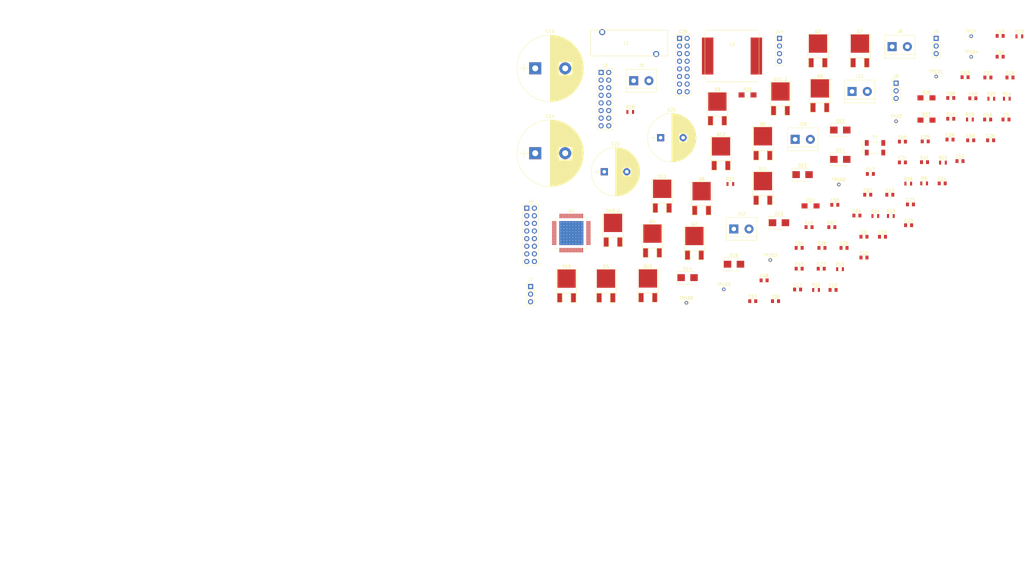
<source format=kicad_pcb>
(kicad_pcb (version 4) (host pcbnew 4.0.5)

  (general
    (links 298)
    (no_connects 233)
    (area 66.040002 20.32 408.382002 216.2048)
    (thickness 1.6)
    (drawings 15)
    (tracks 0)
    (zones 0)
    (modules 108)
    (nets 80)
  )

  (page B)
  (title_block
    (title Frankenso)
    (date 2018-01-14)
    (rev R0.5.2)
    (company http://rusefi.com/)
  )

  (layers
    (0 F.Cu signal)
    (1 PWR power)
    (2 GND power)
    (31 B.Cu signal)
    (32 B.Adhes user)
    (33 F.Adhes user)
    (34 B.Paste user)
    (35 F.Paste user)
    (36 B.SilkS user)
    (37 F.SilkS user)
    (38 B.Mask user)
    (39 F.Mask user)
    (40 Dwgs.User user)
    (41 Cmts.User user)
    (42 Eco1.User user hide)
    (43 Eco2.User user)
    (44 Edge.Cuts user)
  )

  (setup
    (last_trace_width 0.1524)
    (user_trace_width 0.1524)
    (user_trace_width 0.2159)
    (user_trace_width 0.3048)
    (user_trace_width 1.0668)
    (user_trace_width 1.651)
    (user_trace_width 1.6764)
    (user_trace_width 2.7178)
    (trace_clearance 0.1524)
    (zone_clearance 0.254)
    (zone_45_only no)
    (trace_min 0.1524)
    (segment_width 0.127)
    (edge_width 0.127)
    (via_size 0.6858)
    (via_drill 0.3302)
    (via_min_size 0)
    (via_min_drill 0.3302)
    (user_via 0.6858 0.3302)
    (user_via 0.78994 0.43434)
    (user_via 1.54178 1.18618)
    (uvia_size 0.508)
    (uvia_drill 0.127)
    (uvias_allowed no)
    (uvia_min_size 0.508)
    (uvia_min_drill 0.127)
    (pcb_text_width 0.127)
    (pcb_text_size 1.016 1.016)
    (mod_edge_width 0.254)
    (mod_text_size 0.508 0.508)
    (mod_text_width 0.127)
    (pad_size 1.99898 1.99898)
    (pad_drill 1.27)
    (pad_to_mask_clearance 0.0762)
    (aux_axis_origin 107.95 203.2)
    (visible_elements 7FFEF67F)
    (pcbplotparams
      (layerselection 0x010ff_80000007)
      (usegerberextensions true)
      (excludeedgelayer true)
      (linewidth 0.100000)
      (plotframeref false)
      (viasonmask false)
      (mode 1)
      (useauxorigin false)
      (hpglpennumber 1)
      (hpglpenspeed 20)
      (hpglpendiameter 15)
      (hpglpenoverlay 2)
      (psnegative false)
      (psa4output false)
      (plotreference true)
      (plotvalue true)
      (plotinvisibletext false)
      (padsonsilk false)
      (subtractmaskfromsilk false)
      (outputformat 1)
      (mirror false)
      (drillshape 0)
      (scaleselection 1)
      (outputdirectory frankenso_gerbers/))
  )

  (net 0 "")
  (net 1 GND)
  (net 2 "Net-(C21-Pad2)")
  (net 3 /5V)
  (net 4 /3.3V)
  (net 5 "Net-(C8-Pad1)")
  (net 6 /VCCIO)
  (net 7 /VCCP)
  (net 8 /Vbat)
  (net 9 /Vpwr)
  (net 10 /Vboost)
  (net 11 "Net-(C23-Pad1)")
  (net 12 "Net-(C24-Pad1)")
  (net 13 "Net-(C26-Pad2)")
  (net 14 "Net-(C35-Pad1)")
  (net 15 "Net-(C35-Pad2)")
  (net 16 "Net-(C36-Pad1)")
  (net 17 "Net-(C36-Pad2)")
  (net 18 "Net-(C37-Pad1)")
  (net 19 "Net-(C37-Pad2)")
  (net 20 "Net-(C38-Pad1)")
  (net 21 "Net-(C38-Pad2)")
  (net 22 "Net-(C39-Pad1)")
  (net 23 "Net-(C40-Pad1)")
  (net 24 "Net-(C41-Pad1)")
  (net 25 "Net-(C42-Pad1)")
  (net 26 "Net-(C47-Pad1)")
  (net 27 "Net-(C48-Pad1)")
  (net 28 "Net-(C49-Pad1)")
  (net 29 "Net-(C50-Pad1)")
  (net 30 "Net-(C55-Pad1)")
  (net 31 "Net-(C55-Pad2)")
  (net 32 "Net-(C56-Pad2)")
  (net 33 "Net-(C57-Pad1)")
  (net 34 "Net-(C57-Pad2)")
  (net 35 "Net-(C58-Pad2)")
  (net 36 "Net-(C63-Pad1)")
  (net 37 "Net-(C63-Pad2)")
  (net 38 "Net-(C64-Pad2)")
  (net 39 "Net-(C67-Pad1)")
  (net 40 "Net-(C71-Pad1)")
  (net 41 "Net-(C71-Pad2)")
  (net 42 "Net-(D9-Pad2)")
  (net 43 /START6)
  (net 44 /CSB)
  (net 45 /START5)
  (net 46 /MISO)
  (net 47 /START4)
  (net 48 /MOSI)
  (net 49 /START3)
  (net 50 /SCLK)
  (net 51 /START2)
  (net 52 /DBG_EXT2)
  (net 53 /START1)
  (net 54 /RESETB)
  (net 55 /DRVEN)
  (net 56 GNDD)
  (net 57 /OA_1)
  (net 58 /VCCIO_EXT)
  (net 59 /OA_2)
  (net 60 /IRQB)
  (net 61 /FLAG_0)
  (net 62 /EXT_CLK)
  (net 63 /FLAG_1)
  (net 64 /FLAG_2)
  (net 65 /DBG_EXT1)
  (net 66 "Net-(J5-Pad1)")
  (net 67 "Net-(J5-Pad2)")
  (net 68 "Net-(J7-Pad2)")
  (net 69 "Net-(R11-Pad2)")
  (net 70 "Net-(R13-Pad2)")
  (net 71 "Net-(R14-Pad2)")
  (net 72 "Net-(R15-Pad2)")
  (net 73 "Net-(R16-Pad2)")
  (net 74 "Net-(R17-Pad2)")
  (net 75 "Net-(R18-Pad2)")
  (net 76 "Net-(R19-Pad2)")
  (net 77 "Net-(R20-Pad2)")
  (net 78 "Net-(R23-Pad2)")
  (net 79 "Net-(R24-Pad2)")

  (net_class Default ""
    (clearance 0.1524)
    (trace_width 0.1524)
    (via_dia 0.6858)
    (via_drill 0.3302)
    (uvia_dia 0.508)
    (uvia_drill 0.127)
    (add_net /3.3V)
    (add_net /5V)
    (add_net /CSB)
    (add_net /DBG_EXT1)
    (add_net /DBG_EXT2)
    (add_net /DRVEN)
    (add_net /EXT_CLK)
    (add_net /FLAG_0)
    (add_net /FLAG_1)
    (add_net /FLAG_2)
    (add_net /IRQB)
    (add_net /MISO)
    (add_net /MOSI)
    (add_net /OA_1)
    (add_net /OA_2)
    (add_net /RESETB)
    (add_net /SCLK)
    (add_net /START1)
    (add_net /START2)
    (add_net /START3)
    (add_net /START4)
    (add_net /START5)
    (add_net /START6)
    (add_net /VCCIO)
    (add_net /VCCIO_EXT)
    (add_net /VCCP)
    (add_net /Vbat)
    (add_net /Vboost)
    (add_net /Vpwr)
    (add_net GND)
    (add_net GNDD)
    (add_net "Net-(C21-Pad2)")
    (add_net "Net-(C23-Pad1)")
    (add_net "Net-(C24-Pad1)")
    (add_net "Net-(C26-Pad2)")
    (add_net "Net-(C35-Pad1)")
    (add_net "Net-(C35-Pad2)")
    (add_net "Net-(C36-Pad1)")
    (add_net "Net-(C36-Pad2)")
    (add_net "Net-(C37-Pad1)")
    (add_net "Net-(C37-Pad2)")
    (add_net "Net-(C38-Pad1)")
    (add_net "Net-(C38-Pad2)")
    (add_net "Net-(C39-Pad1)")
    (add_net "Net-(C40-Pad1)")
    (add_net "Net-(C41-Pad1)")
    (add_net "Net-(C42-Pad1)")
    (add_net "Net-(C47-Pad1)")
    (add_net "Net-(C48-Pad1)")
    (add_net "Net-(C49-Pad1)")
    (add_net "Net-(C50-Pad1)")
    (add_net "Net-(C55-Pad1)")
    (add_net "Net-(C55-Pad2)")
    (add_net "Net-(C56-Pad2)")
    (add_net "Net-(C57-Pad1)")
    (add_net "Net-(C57-Pad2)")
    (add_net "Net-(C58-Pad2)")
    (add_net "Net-(C63-Pad1)")
    (add_net "Net-(C63-Pad2)")
    (add_net "Net-(C64-Pad2)")
    (add_net "Net-(C67-Pad1)")
    (add_net "Net-(C71-Pad1)")
    (add_net "Net-(C71-Pad2)")
    (add_net "Net-(C8-Pad1)")
    (add_net "Net-(D9-Pad2)")
    (add_net "Net-(J5-Pad1)")
    (add_net "Net-(J5-Pad2)")
    (add_net "Net-(J7-Pad2)")
    (add_net "Net-(R11-Pad2)")
    (add_net "Net-(R13-Pad2)")
    (add_net "Net-(R14-Pad2)")
    (add_net "Net-(R15-Pad2)")
    (add_net "Net-(R16-Pad2)")
    (add_net "Net-(R17-Pad2)")
    (add_net "Net-(R18-Pad2)")
    (add_net "Net-(R19-Pad2)")
    (add_net "Net-(R20-Pad2)")
    (add_net "Net-(R23-Pad2)")
    (add_net "Net-(R24-Pad2)")
  )

  (net_class "1A external" ""
    (clearance 0.2159)
    (trace_width 0.3048)
    (via_dia 0.6858)
    (via_drill 0.3302)
    (uvia_dia 0.508)
    (uvia_drill 0.127)
  )

  (net_class "2.5A external" ""
    (clearance 0.2159)
    (trace_width 1.0668)
    (via_dia 0.6858)
    (via_drill 0.3302)
    (uvia_dia 0.508)
    (uvia_drill 0.127)
  )

  (net_class "3.5A external" ""
    (clearance 0.2159)
    (trace_width 1.651)
    (via_dia 1.0922)
    (via_drill 0.6858)
    (uvia_dia 0.508)
    (uvia_drill 0.127)
  )

  (net_class "3.5A external high voltage" ""
    (clearance 1.016)
    (trace_width 1.6764)
    (via_dia 0.6858)
    (via_drill 0.3302)
    (uvia_dia 0.508)
    (uvia_drill 0.127)
  )

  (net_class "5A external" ""
    (clearance 0.2159)
    (trace_width 2.7178)
    (via_dia 1.54178)
    (via_drill 1.18618)
    (uvia_dia 0.508)
    (uvia_drill 0.127)
  )

  (net_class Supply_200V ""
    (clearance 0.3048)
    (trace_width 1.0668)
    (via_dia 0.6858)
    (via_drill 0.3302)
    (uvia_dia 0.508)
    (uvia_drill 0.127)
  )

  (net_class min2_extern_.188A ""
    (clearance 0.1524)
    (trace_width 0.1524)
    (via_dia 0.6858)
    (via_drill 0.3302)
    (uvia_dia 0.508)
    (uvia_drill 0.127)
  )

  (net_class min_extern_.241A ""
    (clearance 0.2159)
    (trace_width 0.2159)
    (via_dia 0.6858)
    (via_drill 0.3302)
    (uvia_dia 0.508)
    (uvia_drill 0.127)
  )

  (module rusEFI_LIB:IHLP6767GZER100M01 (layer F.Cu) (tedit 5A839B6F) (tstamp 5A83B937)
    (at 310 39)
    (descr IHLP6767GZER100M01)
    (tags IHLP6767GZER100M01)
    (path /5A781F25)
    (attr smd)
    (fp_text reference L2 (at 0.09906 -3.85064) (layer F.SilkS)
      (effects (font (size 1 1) (thickness 0.15)))
    )
    (fp_text value 10uH (at 0 4.20116) (layer F.Fab) hide
      (effects (font (size 1 1) (thickness 0.15)))
    )
    (fp_line (start 9 7) (end 9 -8) (layer F.SilkS) (width 0.127))
    (fp_line (start -9 -8) (end -9 8) (layer F.SilkS) (width 0.127))
    (fp_line (start 8.575 8.575) (end -8.575 8.575) (layer F.SilkS) (width 0.15))
    (fp_line (start 8.575 -8.575) (end -8.575 -8.575) (layer F.SilkS) (width 0.15))
    (pad 2 smd rect (at 8.1225 0) (size 3.825 12.32) (layers F.Cu F.Paste F.Mask)
      (net 9 /Vpwr))
    (pad 1 smd rect (at -8.1225 0) (size 3.825 12.32) (layers F.Cu F.Paste F.Mask)
      (net 42 "Net-(D9-Pad2)"))
  )

  (module Capacitors_SMD:C_0805 (layer F.Cu) (tedit 58AA8463) (tstamp 5A83AEEF)
    (at 353.997428 99.251)
    (descr "Capacitor SMD 0805, reflow soldering, AVX (see smccp.pdf)")
    (tags "capacitor 0805")
    (path /5A7A8271)
    (attr smd)
    (fp_text reference C8 (at 0 -1.5) (layer F.SilkS)
      (effects (font (size 1 1) (thickness 0.15)))
    )
    (fp_text value 0.1uF (at 0 1.75) (layer F.Fab)
      (effects (font (size 1 1) (thickness 0.15)))
    )
    (fp_text user %R (at 0 -1.5) (layer F.Fab)
      (effects (font (size 1 1) (thickness 0.15)))
    )
    (fp_line (start -1 0.62) (end -1 -0.62) (layer F.Fab) (width 0.1))
    (fp_line (start 1 0.62) (end -1 0.62) (layer F.Fab) (width 0.1))
    (fp_line (start 1 -0.62) (end 1 0.62) (layer F.Fab) (width 0.1))
    (fp_line (start -1 -0.62) (end 1 -0.62) (layer F.Fab) (width 0.1))
    (fp_line (start 0.5 -0.85) (end -0.5 -0.85) (layer F.SilkS) (width 0.12))
    (fp_line (start -0.5 0.85) (end 0.5 0.85) (layer F.SilkS) (width 0.12))
    (fp_line (start -1.75 -0.88) (end 1.75 -0.88) (layer F.CrtYd) (width 0.05))
    (fp_line (start -1.75 -0.88) (end -1.75 0.87) (layer F.CrtYd) (width 0.05))
    (fp_line (start 1.75 0.87) (end 1.75 -0.88) (layer F.CrtYd) (width 0.05))
    (fp_line (start 1.75 0.87) (end -1.75 0.87) (layer F.CrtYd) (width 0.05))
    (pad 1 smd rect (at -1 0) (size 1 1.25) (layers F.Cu F.Paste F.Mask)
      (net 5 "Net-(C8-Pad1)"))
    (pad 2 smd rect (at 1 0) (size 1 1.25) (layers F.Cu F.Paste F.Mask)
      (net 1 GND))
    (model Capacitors_SMD.3dshapes/C_0805.wrl
      (at (xyz 0 0 0))
      (scale (xyz 1 1 1))
      (rotate (xyz 0 0 0))
    )
  )

  (module Capacitors_SMD:C_0805 (layer F.Cu) (tedit 58AA8463) (tstamp 5A83AF00)
    (at 401.351001 60.161)
    (descr "Capacitor SMD 0805, reflow soldering, AVX (see smccp.pdf)")
    (tags "capacitor 0805")
    (path /5A7A8277)
    (attr smd)
    (fp_text reference C9 (at 0 -1.5) (layer F.SilkS)
      (effects (font (size 1 1) (thickness 0.15)))
    )
    (fp_text value 1uF (at 0 1.75) (layer F.Fab)
      (effects (font (size 1 1) (thickness 0.15)))
    )
    (fp_text user %R (at 0 -1.5) (layer F.Fab)
      (effects (font (size 1 1) (thickness 0.15)))
    )
    (fp_line (start -1 0.62) (end -1 -0.62) (layer F.Fab) (width 0.1))
    (fp_line (start 1 0.62) (end -1 0.62) (layer F.Fab) (width 0.1))
    (fp_line (start 1 -0.62) (end 1 0.62) (layer F.Fab) (width 0.1))
    (fp_line (start -1 -0.62) (end 1 -0.62) (layer F.Fab) (width 0.1))
    (fp_line (start 0.5 -0.85) (end -0.5 -0.85) (layer F.SilkS) (width 0.12))
    (fp_line (start -0.5 0.85) (end 0.5 0.85) (layer F.SilkS) (width 0.12))
    (fp_line (start -1.75 -0.88) (end 1.75 -0.88) (layer F.CrtYd) (width 0.05))
    (fp_line (start -1.75 -0.88) (end -1.75 0.87) (layer F.CrtYd) (width 0.05))
    (fp_line (start 1.75 0.87) (end 1.75 -0.88) (layer F.CrtYd) (width 0.05))
    (fp_line (start 1.75 0.87) (end -1.75 0.87) (layer F.CrtYd) (width 0.05))
    (pad 1 smd rect (at -1 0) (size 1 1.25) (layers F.Cu F.Paste F.Mask)
      (net 5 "Net-(C8-Pad1)"))
    (pad 2 smd rect (at 1 0) (size 1 1.25) (layers F.Cu F.Paste F.Mask)
      (net 1 GND))
    (model Capacitors_SMD.3dshapes/C_0805.wrl
      (at (xyz 0 0 0))
      (scale (xyz 1 1 1))
      (rotate (xyz 0 0 0))
    )
  )

  (module Capacitors_SMD:C_0805 (layer F.Cu) (tedit 58AA8463) (tstamp 5A83AF11)
    (at 360.167428 99.251)
    (descr "Capacitor SMD 0805, reflow soldering, AVX (see smccp.pdf)")
    (tags "capacitor 0805")
    (path /5A7A6CDB)
    (attr smd)
    (fp_text reference C10 (at 0 -1.5) (layer F.SilkS)
      (effects (font (size 1 1) (thickness 0.15)))
    )
    (fp_text value 0.1uF (at 0 1.75) (layer F.Fab)
      (effects (font (size 1 1) (thickness 0.15)))
    )
    (fp_text user %R (at 0 -1.5) (layer F.Fab)
      (effects (font (size 1 1) (thickness 0.15)))
    )
    (fp_line (start -1 0.62) (end -1 -0.62) (layer F.Fab) (width 0.1))
    (fp_line (start 1 0.62) (end -1 0.62) (layer F.Fab) (width 0.1))
    (fp_line (start 1 -0.62) (end 1 0.62) (layer F.Fab) (width 0.1))
    (fp_line (start -1 -0.62) (end 1 -0.62) (layer F.Fab) (width 0.1))
    (fp_line (start 0.5 -0.85) (end -0.5 -0.85) (layer F.SilkS) (width 0.12))
    (fp_line (start -0.5 0.85) (end 0.5 0.85) (layer F.SilkS) (width 0.12))
    (fp_line (start -1.75 -0.88) (end 1.75 -0.88) (layer F.CrtYd) (width 0.05))
    (fp_line (start -1.75 -0.88) (end -1.75 0.87) (layer F.CrtYd) (width 0.05))
    (fp_line (start 1.75 0.87) (end 1.75 -0.88) (layer F.CrtYd) (width 0.05))
    (fp_line (start 1.75 0.87) (end -1.75 0.87) (layer F.CrtYd) (width 0.05))
    (pad 1 smd rect (at -1 0) (size 1 1.25) (layers F.Cu F.Paste F.Mask)
      (net 6 /VCCIO))
    (pad 2 smd rect (at 1 0) (size 1 1.25) (layers F.Cu F.Paste F.Mask)
      (net 1 GND))
    (model Capacitors_SMD.3dshapes/C_0805.wrl
      (at (xyz 0 0 0))
      (scale (xyz 1 1 1))
      (rotate (xyz 0 0 0))
    )
  )

  (module Capacitors_SMD:C_0805 (layer F.Cu) (tedit 58AA8463) (tstamp 5A83AF22)
    (at 353.997428 106.181)
    (descr "Capacitor SMD 0805, reflow soldering, AVX (see smccp.pdf)")
    (tags "capacitor 0805")
    (path /5A7A6FD2)
    (attr smd)
    (fp_text reference C11 (at 0 -1.5) (layer F.SilkS)
      (effects (font (size 1 1) (thickness 0.15)))
    )
    (fp_text value 0.1uF (at 0 1.75) (layer F.Fab)
      (effects (font (size 1 1) (thickness 0.15)))
    )
    (fp_text user %R (at 0 -1.5) (layer F.Fab)
      (effects (font (size 1 1) (thickness 0.15)))
    )
    (fp_line (start -1 0.62) (end -1 -0.62) (layer F.Fab) (width 0.1))
    (fp_line (start 1 0.62) (end -1 0.62) (layer F.Fab) (width 0.1))
    (fp_line (start 1 -0.62) (end 1 0.62) (layer F.Fab) (width 0.1))
    (fp_line (start -1 -0.62) (end 1 -0.62) (layer F.Fab) (width 0.1))
    (fp_line (start 0.5 -0.85) (end -0.5 -0.85) (layer F.SilkS) (width 0.12))
    (fp_line (start -0.5 0.85) (end 0.5 0.85) (layer F.SilkS) (width 0.12))
    (fp_line (start -1.75 -0.88) (end 1.75 -0.88) (layer F.CrtYd) (width 0.05))
    (fp_line (start -1.75 -0.88) (end -1.75 0.87) (layer F.CrtYd) (width 0.05))
    (fp_line (start 1.75 0.87) (end 1.75 -0.88) (layer F.CrtYd) (width 0.05))
    (fp_line (start 1.75 0.87) (end -1.75 0.87) (layer F.CrtYd) (width 0.05))
    (pad 1 smd rect (at -1 0) (size 1 1.25) (layers F.Cu F.Paste F.Mask)
      (net 3 /5V))
    (pad 2 smd rect (at 1 0) (size 1 1.25) (layers F.Cu F.Paste F.Mask)
      (net 1 GND))
    (model Capacitors_SMD.3dshapes/C_0805.wrl
      (at (xyz 0 0 0))
      (scale (xyz 1 1 1))
      (rotate (xyz 0 0 0))
    )
  )

  (module Capacitors_SMD:C_0805 (layer F.Cu) (tedit 58AA8463) (tstamp 5A83AF33)
    (at 386.007428 74.021)
    (descr "Capacitor SMD 0805, reflow soldering, AVX (see smccp.pdf)")
    (tags "capacitor 0805")
    (path /5A7A7EEF)
    (attr smd)
    (fp_text reference C12 (at 0 -1.5) (layer F.SilkS)
      (effects (font (size 1 1) (thickness 0.15)))
    )
    (fp_text value 4.7uF (at 0 1.75) (layer F.Fab)
      (effects (font (size 1 1) (thickness 0.15)))
    )
    (fp_text user %R (at 0 -1.5) (layer F.Fab)
      (effects (font (size 1 1) (thickness 0.15)))
    )
    (fp_line (start -1 0.62) (end -1 -0.62) (layer F.Fab) (width 0.1))
    (fp_line (start 1 0.62) (end -1 0.62) (layer F.Fab) (width 0.1))
    (fp_line (start 1 -0.62) (end 1 0.62) (layer F.Fab) (width 0.1))
    (fp_line (start -1 -0.62) (end 1 -0.62) (layer F.Fab) (width 0.1))
    (fp_line (start 0.5 -0.85) (end -0.5 -0.85) (layer F.SilkS) (width 0.12))
    (fp_line (start -0.5 0.85) (end 0.5 0.85) (layer F.SilkS) (width 0.12))
    (fp_line (start -1.75 -0.88) (end 1.75 -0.88) (layer F.CrtYd) (width 0.05))
    (fp_line (start -1.75 -0.88) (end -1.75 0.87) (layer F.CrtYd) (width 0.05))
    (fp_line (start 1.75 0.87) (end 1.75 -0.88) (layer F.CrtYd) (width 0.05))
    (fp_line (start 1.75 0.87) (end -1.75 0.87) (layer F.CrtYd) (width 0.05))
    (pad 1 smd rect (at -1 0) (size 1 1.25) (layers F.Cu F.Paste F.Mask)
      (net 7 /VCCP))
    (pad 2 smd rect (at 1 0) (size 1 1.25) (layers F.Cu F.Paste F.Mask)
      (net 1 GND))
    (model Capacitors_SMD.3dshapes/C_0805.wrl
      (at (xyz 0 0 0))
      (scale (xyz 1 1 1))
      (rotate (xyz 0 0 0))
    )
  )

  (module Capacitors_SMD:C_0805 (layer F.Cu) (tedit 58AA8463) (tstamp 5A83AF44)
    (at 343.697428 116.981)
    (descr "Capacitor SMD 0805, reflow soldering, AVX (see smccp.pdf)")
    (tags "capacitor 0805")
    (path /5A7A8043)
    (attr smd)
    (fp_text reference C13 (at 0 -1.5) (layer F.SilkS)
      (effects (font (size 1 1) (thickness 0.15)))
    )
    (fp_text value 0.1uF (at 0 1.75) (layer F.Fab)
      (effects (font (size 1 1) (thickness 0.15)))
    )
    (fp_text user %R (at 0 -1.5) (layer F.Fab)
      (effects (font (size 1 1) (thickness 0.15)))
    )
    (fp_line (start -1 0.62) (end -1 -0.62) (layer F.Fab) (width 0.1))
    (fp_line (start 1 0.62) (end -1 0.62) (layer F.Fab) (width 0.1))
    (fp_line (start 1 -0.62) (end 1 0.62) (layer F.Fab) (width 0.1))
    (fp_line (start -1 -0.62) (end 1 -0.62) (layer F.Fab) (width 0.1))
    (fp_line (start 0.5 -0.85) (end -0.5 -0.85) (layer F.SilkS) (width 0.12))
    (fp_line (start -0.5 0.85) (end 0.5 0.85) (layer F.SilkS) (width 0.12))
    (fp_line (start -1.75 -0.88) (end 1.75 -0.88) (layer F.CrtYd) (width 0.05))
    (fp_line (start -1.75 -0.88) (end -1.75 0.87) (layer F.CrtYd) (width 0.05))
    (fp_line (start 1.75 0.87) (end 1.75 -0.88) (layer F.CrtYd) (width 0.05))
    (fp_line (start 1.75 0.87) (end -1.75 0.87) (layer F.CrtYd) (width 0.05))
    (pad 1 smd rect (at -1 0) (size 1 1.25) (layers F.Cu F.Paste F.Mask)
      (net 7 /VCCP))
    (pad 2 smd rect (at 1 0) (size 1 1.25) (layers F.Cu F.Paste F.Mask)
      (net 1 GND))
    (model Capacitors_SMD.3dshapes/C_0805.wrl
      (at (xyz 0 0 0))
      (scale (xyz 1 1 1))
      (rotate (xyz 0 0 0))
    )
  )

  (module Capacitors_ThroughHole:CP_Radial_D22.0mm_P10.00mm_SnapIn (layer F.Cu) (tedit 597BC7C2) (tstamp 5A83B0D8)
    (at 244.391001 71.401)
    (descr "CP, Radial series, Radial, pin pitch=10.00mm, , diameter=22mm, Electrolytic Capacitor, , http://www.vishay.com/docs/28342/058059pll-si.pdf")
    (tags "CP Radial series Radial pin pitch 10.00mm  diameter 22mm Electrolytic Capacitor")
    (path /5A82A32A)
    (fp_text reference C14 (at 5 -12.31) (layer F.SilkS)
      (effects (font (size 1 1) (thickness 0.15)))
    )
    (fp_text value 1000uF (at 5 12.31) (layer F.Fab)
      (effects (font (size 1 1) (thickness 0.15)))
    )
    (fp_circle (center 5 0) (end 16 0) (layer F.Fab) (width 0.1))
    (fp_circle (center 5 0) (end 16.09 0) (layer F.SilkS) (width 0.12))
    (fp_line (start -5.2 0) (end -2.2 0) (layer F.Fab) (width 0.1))
    (fp_line (start -3.7 -1.5) (end -3.7 1.5) (layer F.Fab) (width 0.1))
    (fp_line (start 5 -11.05) (end 5 11.05) (layer F.SilkS) (width 0.12))
    (fp_line (start 5.04 -11.05) (end 5.04 11.05) (layer F.SilkS) (width 0.12))
    (fp_line (start 5.08 -11.05) (end 5.08 11.05) (layer F.SilkS) (width 0.12))
    (fp_line (start 5.12 -11.05) (end 5.12 11.05) (layer F.SilkS) (width 0.12))
    (fp_line (start 5.16 -11.049) (end 5.16 11.049) (layer F.SilkS) (width 0.12))
    (fp_line (start 5.2 -11.049) (end 5.2 11.049) (layer F.SilkS) (width 0.12))
    (fp_line (start 5.24 -11.048) (end 5.24 11.048) (layer F.SilkS) (width 0.12))
    (fp_line (start 5.28 -11.047) (end 5.28 11.047) (layer F.SilkS) (width 0.12))
    (fp_line (start 5.32 -11.046) (end 5.32 11.046) (layer F.SilkS) (width 0.12))
    (fp_line (start 5.36 -11.045) (end 5.36 11.045) (layer F.SilkS) (width 0.12))
    (fp_line (start 5.4 -11.043) (end 5.4 11.043) (layer F.SilkS) (width 0.12))
    (fp_line (start 5.44 -11.042) (end 5.44 11.042) (layer F.SilkS) (width 0.12))
    (fp_line (start 5.48 -11.04) (end 5.48 11.04) (layer F.SilkS) (width 0.12))
    (fp_line (start 5.52 -11.038) (end 5.52 11.038) (layer F.SilkS) (width 0.12))
    (fp_line (start 5.56 -11.036) (end 5.56 11.036) (layer F.SilkS) (width 0.12))
    (fp_line (start 5.6 -11.034) (end 5.6 11.034) (layer F.SilkS) (width 0.12))
    (fp_line (start 5.64 -11.032) (end 5.64 11.032) (layer F.SilkS) (width 0.12))
    (fp_line (start 5.68 -11.03) (end 5.68 11.03) (layer F.SilkS) (width 0.12))
    (fp_line (start 5.721 -11.027) (end 5.721 11.027) (layer F.SilkS) (width 0.12))
    (fp_line (start 5.761 -11.024) (end 5.761 11.024) (layer F.SilkS) (width 0.12))
    (fp_line (start 5.801 -11.022) (end 5.801 11.022) (layer F.SilkS) (width 0.12))
    (fp_line (start 5.841 -11.019) (end 5.841 11.019) (layer F.SilkS) (width 0.12))
    (fp_line (start 5.881 -11.016) (end 5.881 11.016) (layer F.SilkS) (width 0.12))
    (fp_line (start 5.921 -11.012) (end 5.921 11.012) (layer F.SilkS) (width 0.12))
    (fp_line (start 5.961 -11.009) (end 5.961 11.009) (layer F.SilkS) (width 0.12))
    (fp_line (start 6.001 -11.005) (end 6.001 11.005) (layer F.SilkS) (width 0.12))
    (fp_line (start 6.041 -11.002) (end 6.041 11.002) (layer F.SilkS) (width 0.12))
    (fp_line (start 6.081 -10.998) (end 6.081 10.998) (layer F.SilkS) (width 0.12))
    (fp_line (start 6.121 -10.994) (end 6.121 10.994) (layer F.SilkS) (width 0.12))
    (fp_line (start 6.161 -10.99) (end 6.161 10.99) (layer F.SilkS) (width 0.12))
    (fp_line (start 6.201 -10.985) (end 6.201 10.985) (layer F.SilkS) (width 0.12))
    (fp_line (start 6.241 -10.981) (end 6.241 10.981) (layer F.SilkS) (width 0.12))
    (fp_line (start 6.281 -10.976) (end 6.281 10.976) (layer F.SilkS) (width 0.12))
    (fp_line (start 6.321 -10.972) (end 6.321 10.972) (layer F.SilkS) (width 0.12))
    (fp_line (start 6.361 -10.967) (end 6.361 10.967) (layer F.SilkS) (width 0.12))
    (fp_line (start 6.401 -10.962) (end 6.401 10.962) (layer F.SilkS) (width 0.12))
    (fp_line (start 6.441 -10.957) (end 6.441 10.957) (layer F.SilkS) (width 0.12))
    (fp_line (start 6.481 -10.951) (end 6.481 10.951) (layer F.SilkS) (width 0.12))
    (fp_line (start 6.521 -10.946) (end 6.521 10.946) (layer F.SilkS) (width 0.12))
    (fp_line (start 6.561 -10.94) (end 6.561 10.94) (layer F.SilkS) (width 0.12))
    (fp_line (start 6.601 -10.934) (end 6.601 10.934) (layer F.SilkS) (width 0.12))
    (fp_line (start 6.641 -10.929) (end 6.641 10.929) (layer F.SilkS) (width 0.12))
    (fp_line (start 6.681 -10.923) (end 6.681 10.923) (layer F.SilkS) (width 0.12))
    (fp_line (start 6.721 -10.916) (end 6.721 10.916) (layer F.SilkS) (width 0.12))
    (fp_line (start 6.761 -10.91) (end 6.761 10.91) (layer F.SilkS) (width 0.12))
    (fp_line (start 6.801 -10.903) (end 6.801 10.903) (layer F.SilkS) (width 0.12))
    (fp_line (start 6.841 -10.897) (end 6.841 10.897) (layer F.SilkS) (width 0.12))
    (fp_line (start 6.881 -10.89) (end 6.881 10.89) (layer F.SilkS) (width 0.12))
    (fp_line (start 6.921 -10.883) (end 6.921 10.883) (layer F.SilkS) (width 0.12))
    (fp_line (start 6.961 -10.876) (end 6.961 10.876) (layer F.SilkS) (width 0.12))
    (fp_line (start 7.001 -10.869) (end 7.001 10.869) (layer F.SilkS) (width 0.12))
    (fp_line (start 7.041 -10.861) (end 7.041 10.861) (layer F.SilkS) (width 0.12))
    (fp_line (start 7.081 -10.854) (end 7.081 10.854) (layer F.SilkS) (width 0.12))
    (fp_line (start 7.121 -10.846) (end 7.121 10.846) (layer F.SilkS) (width 0.12))
    (fp_line (start 7.161 -10.838) (end 7.161 10.838) (layer F.SilkS) (width 0.12))
    (fp_line (start 7.201 -10.83) (end 7.201 10.83) (layer F.SilkS) (width 0.12))
    (fp_line (start 7.241 -10.822) (end 7.241 10.822) (layer F.SilkS) (width 0.12))
    (fp_line (start 7.281 -10.814) (end 7.281 10.814) (layer F.SilkS) (width 0.12))
    (fp_line (start 7.321 -10.805) (end 7.321 10.805) (layer F.SilkS) (width 0.12))
    (fp_line (start 7.361 -10.796) (end 7.361 10.796) (layer F.SilkS) (width 0.12))
    (fp_line (start 7.401 -10.788) (end 7.401 10.788) (layer F.SilkS) (width 0.12))
    (fp_line (start 7.441 -10.779) (end 7.441 10.779) (layer F.SilkS) (width 0.12))
    (fp_line (start 7.481 -10.77) (end 7.481 10.77) (layer F.SilkS) (width 0.12))
    (fp_line (start 7.521 -10.76) (end 7.521 10.76) (layer F.SilkS) (width 0.12))
    (fp_line (start 7.561 -10.751) (end 7.561 10.751) (layer F.SilkS) (width 0.12))
    (fp_line (start 7.601 -10.741) (end 7.601 10.741) (layer F.SilkS) (width 0.12))
    (fp_line (start 7.641 -10.732) (end 7.641 10.732) (layer F.SilkS) (width 0.12))
    (fp_line (start 7.681 -10.722) (end 7.681 10.722) (layer F.SilkS) (width 0.12))
    (fp_line (start 7.721 -10.712) (end 7.721 10.712) (layer F.SilkS) (width 0.12))
    (fp_line (start 7.761 -10.702) (end 7.761 10.702) (layer F.SilkS) (width 0.12))
    (fp_line (start 7.801 -10.691) (end 7.801 10.691) (layer F.SilkS) (width 0.12))
    (fp_line (start 7.841 -10.681) (end 7.841 -2.18) (layer F.SilkS) (width 0.12))
    (fp_line (start 7.841 2.18) (end 7.841 10.681) (layer F.SilkS) (width 0.12))
    (fp_line (start 7.881 -10.67) (end 7.881 -2.18) (layer F.SilkS) (width 0.12))
    (fp_line (start 7.881 2.18) (end 7.881 10.67) (layer F.SilkS) (width 0.12))
    (fp_line (start 7.921 -10.659) (end 7.921 -2.18) (layer F.SilkS) (width 0.12))
    (fp_line (start 7.921 2.18) (end 7.921 10.659) (layer F.SilkS) (width 0.12))
    (fp_line (start 7.961 -10.648) (end 7.961 -2.18) (layer F.SilkS) (width 0.12))
    (fp_line (start 7.961 2.18) (end 7.961 10.648) (layer F.SilkS) (width 0.12))
    (fp_line (start 8.001 -10.637) (end 8.001 -2.18) (layer F.SilkS) (width 0.12))
    (fp_line (start 8.001 2.18) (end 8.001 10.637) (layer F.SilkS) (width 0.12))
    (fp_line (start 8.041 -10.626) (end 8.041 -2.18) (layer F.SilkS) (width 0.12))
    (fp_line (start 8.041 2.18) (end 8.041 10.626) (layer F.SilkS) (width 0.12))
    (fp_line (start 8.081 -10.614) (end 8.081 -2.18) (layer F.SilkS) (width 0.12))
    (fp_line (start 8.081 2.18) (end 8.081 10.614) (layer F.SilkS) (width 0.12))
    (fp_line (start 8.121 -10.603) (end 8.121 -2.18) (layer F.SilkS) (width 0.12))
    (fp_line (start 8.121 2.18) (end 8.121 10.603) (layer F.SilkS) (width 0.12))
    (fp_line (start 8.161 -10.591) (end 8.161 -2.18) (layer F.SilkS) (width 0.12))
    (fp_line (start 8.161 2.18) (end 8.161 10.591) (layer F.SilkS) (width 0.12))
    (fp_line (start 8.201 -10.579) (end 8.201 -2.18) (layer F.SilkS) (width 0.12))
    (fp_line (start 8.201 2.18) (end 8.201 10.579) (layer F.SilkS) (width 0.12))
    (fp_line (start 8.241 -10.567) (end 8.241 -2.18) (layer F.SilkS) (width 0.12))
    (fp_line (start 8.241 2.18) (end 8.241 10.567) (layer F.SilkS) (width 0.12))
    (fp_line (start 8.281 -10.554) (end 8.281 -2.18) (layer F.SilkS) (width 0.12))
    (fp_line (start 8.281 2.18) (end 8.281 10.554) (layer F.SilkS) (width 0.12))
    (fp_line (start 8.321 -10.542) (end 8.321 -2.18) (layer F.SilkS) (width 0.12))
    (fp_line (start 8.321 2.18) (end 8.321 10.542) (layer F.SilkS) (width 0.12))
    (fp_line (start 8.361 -10.529) (end 8.361 -2.18) (layer F.SilkS) (width 0.12))
    (fp_line (start 8.361 2.18) (end 8.361 10.529) (layer F.SilkS) (width 0.12))
    (fp_line (start 8.401 -10.516) (end 8.401 -2.18) (layer F.SilkS) (width 0.12))
    (fp_line (start 8.401 2.18) (end 8.401 10.516) (layer F.SilkS) (width 0.12))
    (fp_line (start 8.441 -10.503) (end 8.441 -2.18) (layer F.SilkS) (width 0.12))
    (fp_line (start 8.441 2.18) (end 8.441 10.503) (layer F.SilkS) (width 0.12))
    (fp_line (start 8.481 -10.49) (end 8.481 -2.18) (layer F.SilkS) (width 0.12))
    (fp_line (start 8.481 2.18) (end 8.481 10.49) (layer F.SilkS) (width 0.12))
    (fp_line (start 8.521 -10.477) (end 8.521 -2.18) (layer F.SilkS) (width 0.12))
    (fp_line (start 8.521 2.18) (end 8.521 10.477) (layer F.SilkS) (width 0.12))
    (fp_line (start 8.561 -10.464) (end 8.561 -2.18) (layer F.SilkS) (width 0.12))
    (fp_line (start 8.561 2.18) (end 8.561 10.464) (layer F.SilkS) (width 0.12))
    (fp_line (start 8.601 -10.45) (end 8.601 -2.18) (layer F.SilkS) (width 0.12))
    (fp_line (start 8.601 2.18) (end 8.601 10.45) (layer F.SilkS) (width 0.12))
    (fp_line (start 8.641 -10.436) (end 8.641 -2.18) (layer F.SilkS) (width 0.12))
    (fp_line (start 8.641 2.18) (end 8.641 10.436) (layer F.SilkS) (width 0.12))
    (fp_line (start 8.681 -10.422) (end 8.681 -2.18) (layer F.SilkS) (width 0.12))
    (fp_line (start 8.681 2.18) (end 8.681 10.422) (layer F.SilkS) (width 0.12))
    (fp_line (start 8.721 -10.408) (end 8.721 -2.18) (layer F.SilkS) (width 0.12))
    (fp_line (start 8.721 2.18) (end 8.721 10.408) (layer F.SilkS) (width 0.12))
    (fp_line (start 8.761 -10.394) (end 8.761 -2.18) (layer F.SilkS) (width 0.12))
    (fp_line (start 8.761 2.18) (end 8.761 10.394) (layer F.SilkS) (width 0.12))
    (fp_line (start 8.801 -10.379) (end 8.801 -2.18) (layer F.SilkS) (width 0.12))
    (fp_line (start 8.801 2.18) (end 8.801 10.379) (layer F.SilkS) (width 0.12))
    (fp_line (start 8.841 -10.364) (end 8.841 -2.18) (layer F.SilkS) (width 0.12))
    (fp_line (start 8.841 2.18) (end 8.841 10.364) (layer F.SilkS) (width 0.12))
    (fp_line (start 8.881 -10.35) (end 8.881 -2.18) (layer F.SilkS) (width 0.12))
    (fp_line (start 8.881 2.18) (end 8.881 10.35) (layer F.SilkS) (width 0.12))
    (fp_line (start 8.921 -10.335) (end 8.921 -2.18) (layer F.SilkS) (width 0.12))
    (fp_line (start 8.921 2.18) (end 8.921 10.335) (layer F.SilkS) (width 0.12))
    (fp_line (start 8.961 -10.319) (end 8.961 -2.18) (layer F.SilkS) (width 0.12))
    (fp_line (start 8.961 2.18) (end 8.961 10.319) (layer F.SilkS) (width 0.12))
    (fp_line (start 9.001 -10.304) (end 9.001 -2.18) (layer F.SilkS) (width 0.12))
    (fp_line (start 9.001 2.18) (end 9.001 10.304) (layer F.SilkS) (width 0.12))
    (fp_line (start 9.041 -10.288) (end 9.041 -2.18) (layer F.SilkS) (width 0.12))
    (fp_line (start 9.041 2.18) (end 9.041 10.288) (layer F.SilkS) (width 0.12))
    (fp_line (start 9.081 -10.273) (end 9.081 -2.18) (layer F.SilkS) (width 0.12))
    (fp_line (start 9.081 2.18) (end 9.081 10.273) (layer F.SilkS) (width 0.12))
    (fp_line (start 9.121 -10.257) (end 9.121 -2.18) (layer F.SilkS) (width 0.12))
    (fp_line (start 9.121 2.18) (end 9.121 10.257) (layer F.SilkS) (width 0.12))
    (fp_line (start 9.161 -10.241) (end 9.161 -2.18) (layer F.SilkS) (width 0.12))
    (fp_line (start 9.161 2.18) (end 9.161 10.241) (layer F.SilkS) (width 0.12))
    (fp_line (start 9.201 -10.224) (end 9.201 -2.18) (layer F.SilkS) (width 0.12))
    (fp_line (start 9.201 2.18) (end 9.201 10.224) (layer F.SilkS) (width 0.12))
    (fp_line (start 9.241 -10.208) (end 9.241 -2.18) (layer F.SilkS) (width 0.12))
    (fp_line (start 9.241 2.18) (end 9.241 10.208) (layer F.SilkS) (width 0.12))
    (fp_line (start 9.281 -10.191) (end 9.281 -2.18) (layer F.SilkS) (width 0.12))
    (fp_line (start 9.281 2.18) (end 9.281 10.191) (layer F.SilkS) (width 0.12))
    (fp_line (start 9.321 -10.174) (end 9.321 -2.18) (layer F.SilkS) (width 0.12))
    (fp_line (start 9.321 2.18) (end 9.321 10.174) (layer F.SilkS) (width 0.12))
    (fp_line (start 9.361 -10.157) (end 9.361 -2.18) (layer F.SilkS) (width 0.12))
    (fp_line (start 9.361 2.18) (end 9.361 10.157) (layer F.SilkS) (width 0.12))
    (fp_line (start 9.401 -10.14) (end 9.401 -2.18) (layer F.SilkS) (width 0.12))
    (fp_line (start 9.401 2.18) (end 9.401 10.14) (layer F.SilkS) (width 0.12))
    (fp_line (start 9.441 -10.123) (end 9.441 -2.18) (layer F.SilkS) (width 0.12))
    (fp_line (start 9.441 2.18) (end 9.441 10.123) (layer F.SilkS) (width 0.12))
    (fp_line (start 9.481 -10.105) (end 9.481 -2.18) (layer F.SilkS) (width 0.12))
    (fp_line (start 9.481 2.18) (end 9.481 10.105) (layer F.SilkS) (width 0.12))
    (fp_line (start 9.521 -10.088) (end 9.521 -2.18) (layer F.SilkS) (width 0.12))
    (fp_line (start 9.521 2.18) (end 9.521 10.088) (layer F.SilkS) (width 0.12))
    (fp_line (start 9.561 -10.07) (end 9.561 -2.18) (layer F.SilkS) (width 0.12))
    (fp_line (start 9.561 2.18) (end 9.561 10.07) (layer F.SilkS) (width 0.12))
    (fp_line (start 9.601 -10.051) (end 9.601 -2.18) (layer F.SilkS) (width 0.12))
    (fp_line (start 9.601 2.18) (end 9.601 10.051) (layer F.SilkS) (width 0.12))
    (fp_line (start 9.641 -10.033) (end 9.641 -2.18) (layer F.SilkS) (width 0.12))
    (fp_line (start 9.641 2.18) (end 9.641 10.033) (layer F.SilkS) (width 0.12))
    (fp_line (start 9.681 -10.015) (end 9.681 -2.18) (layer F.SilkS) (width 0.12))
    (fp_line (start 9.681 2.18) (end 9.681 10.015) (layer F.SilkS) (width 0.12))
    (fp_line (start 9.721 -9.996) (end 9.721 -2.18) (layer F.SilkS) (width 0.12))
    (fp_line (start 9.721 2.18) (end 9.721 9.996) (layer F.SilkS) (width 0.12))
    (fp_line (start 9.761 -9.977) (end 9.761 -2.18) (layer F.SilkS) (width 0.12))
    (fp_line (start 9.761 2.18) (end 9.761 9.977) (layer F.SilkS) (width 0.12))
    (fp_line (start 9.801 -9.958) (end 9.801 -2.18) (layer F.SilkS) (width 0.12))
    (fp_line (start 9.801 2.18) (end 9.801 9.958) (layer F.SilkS) (width 0.12))
    (fp_line (start 9.841 -9.939) (end 9.841 -2.18) (layer F.SilkS) (width 0.12))
    (fp_line (start 9.841 2.18) (end 9.841 9.939) (layer F.SilkS) (width 0.12))
    (fp_line (start 9.881 -9.919) (end 9.881 -2.18) (layer F.SilkS) (width 0.12))
    (fp_line (start 9.881 2.18) (end 9.881 9.919) (layer F.SilkS) (width 0.12))
    (fp_line (start 9.921 -9.899) (end 9.921 -2.18) (layer F.SilkS) (width 0.12))
    (fp_line (start 9.921 2.18) (end 9.921 9.899) (layer F.SilkS) (width 0.12))
    (fp_line (start 9.961 -9.879) (end 9.961 -2.18) (layer F.SilkS) (width 0.12))
    (fp_line (start 9.961 2.18) (end 9.961 9.879) (layer F.SilkS) (width 0.12))
    (fp_line (start 10.001 -9.859) (end 10.001 -2.18) (layer F.SilkS) (width 0.12))
    (fp_line (start 10.001 2.18) (end 10.001 9.859) (layer F.SilkS) (width 0.12))
    (fp_line (start 10.041 -9.839) (end 10.041 -2.18) (layer F.SilkS) (width 0.12))
    (fp_line (start 10.041 2.18) (end 10.041 9.839) (layer F.SilkS) (width 0.12))
    (fp_line (start 10.081 -9.819) (end 10.081 -2.18) (layer F.SilkS) (width 0.12))
    (fp_line (start 10.081 2.18) (end 10.081 9.819) (layer F.SilkS) (width 0.12))
    (fp_line (start 10.121 -9.798) (end 10.121 -2.18) (layer F.SilkS) (width 0.12))
    (fp_line (start 10.121 2.18) (end 10.121 9.798) (layer F.SilkS) (width 0.12))
    (fp_line (start 10.161 -9.777) (end 10.161 -2.18) (layer F.SilkS) (width 0.12))
    (fp_line (start 10.161 2.18) (end 10.161 9.777) (layer F.SilkS) (width 0.12))
    (fp_line (start 10.201 -9.756) (end 10.201 -2.18) (layer F.SilkS) (width 0.12))
    (fp_line (start 10.201 2.18) (end 10.201 9.756) (layer F.SilkS) (width 0.12))
    (fp_line (start 10.241 -9.734) (end 10.241 -2.18) (layer F.SilkS) (width 0.12))
    (fp_line (start 10.241 2.18) (end 10.241 9.734) (layer F.SilkS) (width 0.12))
    (fp_line (start 10.281 -9.713) (end 10.281 -2.18) (layer F.SilkS) (width 0.12))
    (fp_line (start 10.281 2.18) (end 10.281 9.713) (layer F.SilkS) (width 0.12))
    (fp_line (start 10.321 -9.691) (end 10.321 -2.18) (layer F.SilkS) (width 0.12))
    (fp_line (start 10.321 2.18) (end 10.321 9.691) (layer F.SilkS) (width 0.12))
    (fp_line (start 10.361 -9.669) (end 10.361 -2.18) (layer F.SilkS) (width 0.12))
    (fp_line (start 10.361 2.18) (end 10.361 9.669) (layer F.SilkS) (width 0.12))
    (fp_line (start 10.401 -9.647) (end 10.401 -2.18) (layer F.SilkS) (width 0.12))
    (fp_line (start 10.401 2.18) (end 10.401 9.647) (layer F.SilkS) (width 0.12))
    (fp_line (start 10.441 -9.625) (end 10.441 -2.18) (layer F.SilkS) (width 0.12))
    (fp_line (start 10.441 2.18) (end 10.441 9.625) (layer F.SilkS) (width 0.12))
    (fp_line (start 10.481 -9.602) (end 10.481 -2.18) (layer F.SilkS) (width 0.12))
    (fp_line (start 10.481 2.18) (end 10.481 9.602) (layer F.SilkS) (width 0.12))
    (fp_line (start 10.521 -9.579) (end 10.521 -2.18) (layer F.SilkS) (width 0.12))
    (fp_line (start 10.521 2.18) (end 10.521 9.579) (layer F.SilkS) (width 0.12))
    (fp_line (start 10.561 -9.556) (end 10.561 -2.18) (layer F.SilkS) (width 0.12))
    (fp_line (start 10.561 2.18) (end 10.561 9.556) (layer F.SilkS) (width 0.12))
    (fp_line (start 10.601 -9.533) (end 10.601 -2.18) (layer F.SilkS) (width 0.12))
    (fp_line (start 10.601 2.18) (end 10.601 9.533) (layer F.SilkS) (width 0.12))
    (fp_line (start 10.641 -9.509) (end 10.641 -2.18) (layer F.SilkS) (width 0.12))
    (fp_line (start 10.641 2.18) (end 10.641 9.509) (layer F.SilkS) (width 0.12))
    (fp_line (start 10.681 -9.486) (end 10.681 -2.18) (layer F.SilkS) (width 0.12))
    (fp_line (start 10.681 2.18) (end 10.681 9.486) (layer F.SilkS) (width 0.12))
    (fp_line (start 10.721 -9.462) (end 10.721 -2.18) (layer F.SilkS) (width 0.12))
    (fp_line (start 10.721 2.18) (end 10.721 9.462) (layer F.SilkS) (width 0.12))
    (fp_line (start 10.761 -9.437) (end 10.761 -2.18) (layer F.SilkS) (width 0.12))
    (fp_line (start 10.761 2.18) (end 10.761 9.437) (layer F.SilkS) (width 0.12))
    (fp_line (start 10.801 -9.413) (end 10.801 -2.18) (layer F.SilkS) (width 0.12))
    (fp_line (start 10.801 2.18) (end 10.801 9.413) (layer F.SilkS) (width 0.12))
    (fp_line (start 10.841 -9.388) (end 10.841 -2.18) (layer F.SilkS) (width 0.12))
    (fp_line (start 10.841 2.18) (end 10.841 9.388) (layer F.SilkS) (width 0.12))
    (fp_line (start 10.881 -9.363) (end 10.881 -2.18) (layer F.SilkS) (width 0.12))
    (fp_line (start 10.881 2.18) (end 10.881 9.363) (layer F.SilkS) (width 0.12))
    (fp_line (start 10.921 -9.338) (end 10.921 -2.18) (layer F.SilkS) (width 0.12))
    (fp_line (start 10.921 2.18) (end 10.921 9.338) (layer F.SilkS) (width 0.12))
    (fp_line (start 10.961 -9.313) (end 10.961 -2.18) (layer F.SilkS) (width 0.12))
    (fp_line (start 10.961 2.18) (end 10.961 9.313) (layer F.SilkS) (width 0.12))
    (fp_line (start 11.001 -9.287) (end 11.001 -2.18) (layer F.SilkS) (width 0.12))
    (fp_line (start 11.001 2.18) (end 11.001 9.287) (layer F.SilkS) (width 0.12))
    (fp_line (start 11.041 -9.261) (end 11.041 -2.18) (layer F.SilkS) (width 0.12))
    (fp_line (start 11.041 2.18) (end 11.041 9.261) (layer F.SilkS) (width 0.12))
    (fp_line (start 11.081 -9.235) (end 11.081 -2.18) (layer F.SilkS) (width 0.12))
    (fp_line (start 11.081 2.18) (end 11.081 9.235) (layer F.SilkS) (width 0.12))
    (fp_line (start 11.121 -9.209) (end 11.121 -2.18) (layer F.SilkS) (width 0.12))
    (fp_line (start 11.121 2.18) (end 11.121 9.209) (layer F.SilkS) (width 0.12))
    (fp_line (start 11.161 -9.182) (end 11.161 -2.18) (layer F.SilkS) (width 0.12))
    (fp_line (start 11.161 2.18) (end 11.161 9.182) (layer F.SilkS) (width 0.12))
    (fp_line (start 11.201 -9.156) (end 11.201 -2.18) (layer F.SilkS) (width 0.12))
    (fp_line (start 11.201 2.18) (end 11.201 9.156) (layer F.SilkS) (width 0.12))
    (fp_line (start 11.241 -9.128) (end 11.241 -2.18) (layer F.SilkS) (width 0.12))
    (fp_line (start 11.241 2.18) (end 11.241 9.128) (layer F.SilkS) (width 0.12))
    (fp_line (start 11.281 -9.101) (end 11.281 -2.18) (layer F.SilkS) (width 0.12))
    (fp_line (start 11.281 2.18) (end 11.281 9.101) (layer F.SilkS) (width 0.12))
    (fp_line (start 11.321 -9.073) (end 11.321 -2.18) (layer F.SilkS) (width 0.12))
    (fp_line (start 11.321 2.18) (end 11.321 9.073) (layer F.SilkS) (width 0.12))
    (fp_line (start 11.361 -9.046) (end 11.361 -2.18) (layer F.SilkS) (width 0.12))
    (fp_line (start 11.361 2.18) (end 11.361 9.046) (layer F.SilkS) (width 0.12))
    (fp_line (start 11.401 -9.017) (end 11.401 -2.18) (layer F.SilkS) (width 0.12))
    (fp_line (start 11.401 2.18) (end 11.401 9.017) (layer F.SilkS) (width 0.12))
    (fp_line (start 11.441 -8.989) (end 11.441 -2.18) (layer F.SilkS) (width 0.12))
    (fp_line (start 11.441 2.18) (end 11.441 8.989) (layer F.SilkS) (width 0.12))
    (fp_line (start 11.481 -8.96) (end 11.481 -2.18) (layer F.SilkS) (width 0.12))
    (fp_line (start 11.481 2.18) (end 11.481 8.96) (layer F.SilkS) (width 0.12))
    (fp_line (start 11.521 -8.931) (end 11.521 -2.18) (layer F.SilkS) (width 0.12))
    (fp_line (start 11.521 2.18) (end 11.521 8.931) (layer F.SilkS) (width 0.12))
    (fp_line (start 11.561 -8.902) (end 11.561 -2.18) (layer F.SilkS) (width 0.12))
    (fp_line (start 11.561 2.18) (end 11.561 8.902) (layer F.SilkS) (width 0.12))
    (fp_line (start 11.601 -8.873) (end 11.601 -2.18) (layer F.SilkS) (width 0.12))
    (fp_line (start 11.601 2.18) (end 11.601 8.873) (layer F.SilkS) (width 0.12))
    (fp_line (start 11.641 -8.843) (end 11.641 -2.18) (layer F.SilkS) (width 0.12))
    (fp_line (start 11.641 2.18) (end 11.641 8.843) (layer F.SilkS) (width 0.12))
    (fp_line (start 11.681 -8.813) (end 11.681 -2.18) (layer F.SilkS) (width 0.12))
    (fp_line (start 11.681 2.18) (end 11.681 8.813) (layer F.SilkS) (width 0.12))
    (fp_line (start 11.721 -8.783) (end 11.721 -2.18) (layer F.SilkS) (width 0.12))
    (fp_line (start 11.721 2.18) (end 11.721 8.783) (layer F.SilkS) (width 0.12))
    (fp_line (start 11.761 -8.752) (end 11.761 -2.18) (layer F.SilkS) (width 0.12))
    (fp_line (start 11.761 2.18) (end 11.761 8.752) (layer F.SilkS) (width 0.12))
    (fp_line (start 11.801 -8.721) (end 11.801 -2.18) (layer F.SilkS) (width 0.12))
    (fp_line (start 11.801 2.18) (end 11.801 8.721) (layer F.SilkS) (width 0.12))
    (fp_line (start 11.841 -8.69) (end 11.841 -2.18) (layer F.SilkS) (width 0.12))
    (fp_line (start 11.841 2.18) (end 11.841 8.69) (layer F.SilkS) (width 0.12))
    (fp_line (start 11.881 -8.658) (end 11.881 -2.18) (layer F.SilkS) (width 0.12))
    (fp_line (start 11.881 2.18) (end 11.881 8.658) (layer F.SilkS) (width 0.12))
    (fp_line (start 11.921 -8.627) (end 11.921 -2.18) (layer F.SilkS) (width 0.12))
    (fp_line (start 11.921 2.18) (end 11.921 8.627) (layer F.SilkS) (width 0.12))
    (fp_line (start 11.961 -8.595) (end 11.961 -2.18) (layer F.SilkS) (width 0.12))
    (fp_line (start 11.961 2.18) (end 11.961 8.595) (layer F.SilkS) (width 0.12))
    (fp_line (start 12.001 -8.562) (end 12.001 -2.18) (layer F.SilkS) (width 0.12))
    (fp_line (start 12.001 2.18) (end 12.001 8.562) (layer F.SilkS) (width 0.12))
    (fp_line (start 12.041 -8.529) (end 12.041 -2.18) (layer F.SilkS) (width 0.12))
    (fp_line (start 12.041 2.18) (end 12.041 8.529) (layer F.SilkS) (width 0.12))
    (fp_line (start 12.081 -8.496) (end 12.081 -2.18) (layer F.SilkS) (width 0.12))
    (fp_line (start 12.081 2.18) (end 12.081 8.496) (layer F.SilkS) (width 0.12))
    (fp_line (start 12.121 -8.463) (end 12.121 -2.18) (layer F.SilkS) (width 0.12))
    (fp_line (start 12.121 2.18) (end 12.121 8.463) (layer F.SilkS) (width 0.12))
    (fp_line (start 12.161 -8.429) (end 12.161 -2.18) (layer F.SilkS) (width 0.12))
    (fp_line (start 12.161 2.18) (end 12.161 8.429) (layer F.SilkS) (width 0.12))
    (fp_line (start 12.201 -8.395) (end 12.201 8.395) (layer F.SilkS) (width 0.12))
    (fp_line (start 12.241 -8.361) (end 12.241 8.361) (layer F.SilkS) (width 0.12))
    (fp_line (start 12.281 -8.326) (end 12.281 8.326) (layer F.SilkS) (width 0.12))
    (fp_line (start 12.321 -8.292) (end 12.321 8.292) (layer F.SilkS) (width 0.12))
    (fp_line (start 12.361 -8.256) (end 12.361 8.256) (layer F.SilkS) (width 0.12))
    (fp_line (start 12.401 -8.221) (end 12.401 8.221) (layer F.SilkS) (width 0.12))
    (fp_line (start 12.441 -8.185) (end 12.441 8.185) (layer F.SilkS) (width 0.12))
    (fp_line (start 12.481 -8.148) (end 12.481 8.148) (layer F.SilkS) (width 0.12))
    (fp_line (start 12.521 -8.111) (end 12.521 8.111) (layer F.SilkS) (width 0.12))
    (fp_line (start 12.561 -8.074) (end 12.561 8.074) (layer F.SilkS) (width 0.12))
    (fp_line (start 12.601 -8.037) (end 12.601 8.037) (layer F.SilkS) (width 0.12))
    (fp_line (start 12.641 -7.999) (end 12.641 7.999) (layer F.SilkS) (width 0.12))
    (fp_line (start 12.681 -7.961) (end 12.681 7.961) (layer F.SilkS) (width 0.12))
    (fp_line (start 12.721 -7.922) (end 12.721 7.922) (layer F.SilkS) (width 0.12))
    (fp_line (start 12.761 -7.883) (end 12.761 7.883) (layer F.SilkS) (width 0.12))
    (fp_line (start 12.801 -7.844) (end 12.801 7.844) (layer F.SilkS) (width 0.12))
    (fp_line (start 12.841 -7.804) (end 12.841 7.804) (layer F.SilkS) (width 0.12))
    (fp_line (start 12.881 -7.764) (end 12.881 7.764) (layer F.SilkS) (width 0.12))
    (fp_line (start 12.921 -7.723) (end 12.921 7.723) (layer F.SilkS) (width 0.12))
    (fp_line (start 12.961 -7.682) (end 12.961 7.682) (layer F.SilkS) (width 0.12))
    (fp_line (start 13.001 -7.641) (end 13.001 7.641) (layer F.SilkS) (width 0.12))
    (fp_line (start 13.041 -7.599) (end 13.041 7.599) (layer F.SilkS) (width 0.12))
    (fp_line (start 13.081 -7.557) (end 13.081 7.557) (layer F.SilkS) (width 0.12))
    (fp_line (start 13.121 -7.514) (end 13.121 7.514) (layer F.SilkS) (width 0.12))
    (fp_line (start 13.161 -7.471) (end 13.161 7.471) (layer F.SilkS) (width 0.12))
    (fp_line (start 13.2 -7.427) (end 13.2 7.427) (layer F.SilkS) (width 0.12))
    (fp_line (start 13.24 -7.383) (end 13.24 7.383) (layer F.SilkS) (width 0.12))
    (fp_line (start 13.28 -7.338) (end 13.28 7.338) (layer F.SilkS) (width 0.12))
    (fp_line (start 13.32 -7.293) (end 13.32 7.293) (layer F.SilkS) (width 0.12))
    (fp_line (start 13.36 -7.247) (end 13.36 7.247) (layer F.SilkS) (width 0.12))
    (fp_line (start 13.4 -7.201) (end 13.4 7.201) (layer F.SilkS) (width 0.12))
    (fp_line (start 13.44 -7.155) (end 13.44 7.155) (layer F.SilkS) (width 0.12))
    (fp_line (start 13.48 -7.107) (end 13.48 7.107) (layer F.SilkS) (width 0.12))
    (fp_line (start 13.52 -7.06) (end 13.52 7.06) (layer F.SilkS) (width 0.12))
    (fp_line (start 13.56 -7.011) (end 13.56 7.011) (layer F.SilkS) (width 0.12))
    (fp_line (start 13.6 -6.963) (end 13.6 6.963) (layer F.SilkS) (width 0.12))
    (fp_line (start 13.64 -6.913) (end 13.64 6.913) (layer F.SilkS) (width 0.12))
    (fp_line (start 13.68 -6.863) (end 13.68 6.863) (layer F.SilkS) (width 0.12))
    (fp_line (start 13.72 -6.812) (end 13.72 6.812) (layer F.SilkS) (width 0.12))
    (fp_line (start 13.76 -6.761) (end 13.76 6.761) (layer F.SilkS) (width 0.12))
    (fp_line (start 13.8 -6.709) (end 13.8 6.709) (layer F.SilkS) (width 0.12))
    (fp_line (start 13.84 -6.657) (end 13.84 6.657) (layer F.SilkS) (width 0.12))
    (fp_line (start 13.88 -6.604) (end 13.88 6.604) (layer F.SilkS) (width 0.12))
    (fp_line (start 13.92 -6.55) (end 13.92 6.55) (layer F.SilkS) (width 0.12))
    (fp_line (start 13.96 -6.496) (end 13.96 6.496) (layer F.SilkS) (width 0.12))
    (fp_line (start 14 -6.44) (end 14 6.44) (layer F.SilkS) (width 0.12))
    (fp_line (start 14.04 -6.384) (end 14.04 6.384) (layer F.SilkS) (width 0.12))
    (fp_line (start 14.08 -6.328) (end 14.08 6.328) (layer F.SilkS) (width 0.12))
    (fp_line (start 14.12 -6.27) (end 14.12 6.27) (layer F.SilkS) (width 0.12))
    (fp_line (start 14.16 -6.212) (end 14.16 6.212) (layer F.SilkS) (width 0.12))
    (fp_line (start 14.2 -6.153) (end 14.2 6.153) (layer F.SilkS) (width 0.12))
    (fp_line (start 14.24 -6.093) (end 14.24 6.093) (layer F.SilkS) (width 0.12))
    (fp_line (start 14.28 -6.033) (end 14.28 6.033) (layer F.SilkS) (width 0.12))
    (fp_line (start 14.32 -5.971) (end 14.32 5.971) (layer F.SilkS) (width 0.12))
    (fp_line (start 14.36 -5.908) (end 14.36 5.908) (layer F.SilkS) (width 0.12))
    (fp_line (start 14.4 -5.845) (end 14.4 5.845) (layer F.SilkS) (width 0.12))
    (fp_line (start 14.44 -5.781) (end 14.44 5.781) (layer F.SilkS) (width 0.12))
    (fp_line (start 14.48 -5.715) (end 14.48 5.715) (layer F.SilkS) (width 0.12))
    (fp_line (start 14.52 -5.649) (end 14.52 5.649) (layer F.SilkS) (width 0.12))
    (fp_line (start 14.56 -5.581) (end 14.56 5.581) (layer F.SilkS) (width 0.12))
    (fp_line (start 14.6 -5.513) (end 14.6 5.513) (layer F.SilkS) (width 0.12))
    (fp_line (start 14.64 -5.443) (end 14.64 5.443) (layer F.SilkS) (width 0.12))
    (fp_line (start 14.68 -5.372) (end 14.68 5.372) (layer F.SilkS) (width 0.12))
    (fp_line (start 14.72 -5.3) (end 14.72 5.3) (layer F.SilkS) (width 0.12))
    (fp_line (start 14.76 -5.226) (end 14.76 5.226) (layer F.SilkS) (width 0.12))
    (fp_line (start 14.8 -5.152) (end 14.8 5.152) (layer F.SilkS) (width 0.12))
    (fp_line (start 14.84 -5.075) (end 14.84 5.075) (layer F.SilkS) (width 0.12))
    (fp_line (start 14.88 -4.998) (end 14.88 4.998) (layer F.SilkS) (width 0.12))
    (fp_line (start 14.92 -4.918) (end 14.92 4.918) (layer F.SilkS) (width 0.12))
    (fp_line (start 14.96 -4.838) (end 14.96 4.838) (layer F.SilkS) (width 0.12))
    (fp_line (start 15 -4.755) (end 15 4.755) (layer F.SilkS) (width 0.12))
    (fp_line (start 15.04 -4.671) (end 15.04 4.671) (layer F.SilkS) (width 0.12))
    (fp_line (start 15.08 -4.585) (end 15.08 4.585) (layer F.SilkS) (width 0.12))
    (fp_line (start 15.12 -4.496) (end 15.12 4.496) (layer F.SilkS) (width 0.12))
    (fp_line (start 15.16 -4.406) (end 15.16 4.406) (layer F.SilkS) (width 0.12))
    (fp_line (start 15.2 -4.313) (end 15.2 4.313) (layer F.SilkS) (width 0.12))
    (fp_line (start 15.24 -4.218) (end 15.24 4.218) (layer F.SilkS) (width 0.12))
    (fp_line (start 15.28 -4.121) (end 15.28 4.121) (layer F.SilkS) (width 0.12))
    (fp_line (start 15.32 -4.021) (end 15.32 4.021) (layer F.SilkS) (width 0.12))
    (fp_line (start 15.36 -3.918) (end 15.36 3.918) (layer F.SilkS) (width 0.12))
    (fp_line (start 15.4 -3.811) (end 15.4 3.811) (layer F.SilkS) (width 0.12))
    (fp_line (start 15.44 -3.701) (end 15.44 3.701) (layer F.SilkS) (width 0.12))
    (fp_line (start 15.48 -3.588) (end 15.48 3.588) (layer F.SilkS) (width 0.12))
    (fp_line (start 15.52 -3.47) (end 15.52 3.47) (layer F.SilkS) (width 0.12))
    (fp_line (start 15.56 -3.348) (end 15.56 3.348) (layer F.SilkS) (width 0.12))
    (fp_line (start 15.6 -3.221) (end 15.6 3.221) (layer F.SilkS) (width 0.12))
    (fp_line (start 15.64 -3.088) (end 15.64 3.088) (layer F.SilkS) (width 0.12))
    (fp_line (start 15.68 -2.948) (end 15.68 2.948) (layer F.SilkS) (width 0.12))
    (fp_line (start 15.72 -2.801) (end 15.72 2.801) (layer F.SilkS) (width 0.12))
    (fp_line (start 15.76 -2.646) (end 15.76 2.646) (layer F.SilkS) (width 0.12))
    (fp_line (start 15.8 -2.48) (end 15.8 2.48) (layer F.SilkS) (width 0.12))
    (fp_line (start 15.84 -2.302) (end 15.84 2.302) (layer F.SilkS) (width 0.12))
    (fp_line (start 15.88 -2.108) (end 15.88 2.108) (layer F.SilkS) (width 0.12))
    (fp_line (start 15.92 -1.895) (end 15.92 1.895) (layer F.SilkS) (width 0.12))
    (fp_line (start 15.96 -1.654) (end 15.96 1.654) (layer F.SilkS) (width 0.12))
    (fp_line (start 16 -1.371) (end 16 1.371) (layer F.SilkS) (width 0.12))
    (fp_line (start 16.04 -1.012) (end 16.04 1.012) (layer F.SilkS) (width 0.12))
    (fp_line (start 16.08 -0.431) (end 16.08 0.431) (layer F.SilkS) (width 0.12))
    (fp_line (start -5.2 0) (end -2.2 0) (layer F.SilkS) (width 0.12))
    (fp_line (start -3.7 -1.5) (end -3.7 1.5) (layer F.SilkS) (width 0.12))
    (fp_line (start -6.35 -11.35) (end -6.35 11.35) (layer F.CrtYd) (width 0.05))
    (fp_line (start -6.35 11.35) (end 16.35 11.35) (layer F.CrtYd) (width 0.05))
    (fp_line (start 16.35 11.35) (end 16.35 -11.35) (layer F.CrtYd) (width 0.05))
    (fp_line (start 16.35 -11.35) (end -6.35 -11.35) (layer F.CrtYd) (width 0.05))
    (fp_text user %R (at 5 0) (layer F.Fab)
      (effects (font (size 1 1) (thickness 0.15)))
    )
    (pad 1 thru_hole rect (at 0 0) (size 4 4) (drill 2) (layers *.Cu *.Mask)
      (net 8 /Vbat))
    (pad 2 thru_hole circle (at 10 0) (size 4 4) (drill 2) (layers *.Cu *.Mask)
      (net 1 GND))
    (model ${KISYS3DMOD}/Capacitors_THT.3dshapes/CP_Radial_D22.0mm_P10.00mm_SnapIn.wrl
      (at (xyz 0 0 0))
      (scale (xyz 1 1 1))
      (rotate (xyz 0 0 0))
    )
  )

  (module Capacitors_ThroughHole:CP_Radial_D22.0mm_P10.00mm_SnapIn (layer F.Cu) (tedit 597BC7C2) (tstamp 5A83B26C)
    (at 244.391001 43.101)
    (descr "CP, Radial series, Radial, pin pitch=10.00mm, , diameter=22mm, Electrolytic Capacitor, , http://www.vishay.com/docs/28342/058059pll-si.pdf")
    (tags "CP Radial series Radial pin pitch 10.00mm  diameter 22mm Electrolytic Capacitor")
    (path /5A82A81F)
    (fp_text reference C15 (at 5 -12.31) (layer F.SilkS)
      (effects (font (size 1 1) (thickness 0.15)))
    )
    (fp_text value 1000uF (at 5 12.31) (layer F.Fab)
      (effects (font (size 1 1) (thickness 0.15)))
    )
    (fp_circle (center 5 0) (end 16 0) (layer F.Fab) (width 0.1))
    (fp_circle (center 5 0) (end 16.09 0) (layer F.SilkS) (width 0.12))
    (fp_line (start -5.2 0) (end -2.2 0) (layer F.Fab) (width 0.1))
    (fp_line (start -3.7 -1.5) (end -3.7 1.5) (layer F.Fab) (width 0.1))
    (fp_line (start 5 -11.05) (end 5 11.05) (layer F.SilkS) (width 0.12))
    (fp_line (start 5.04 -11.05) (end 5.04 11.05) (layer F.SilkS) (width 0.12))
    (fp_line (start 5.08 -11.05) (end 5.08 11.05) (layer F.SilkS) (width 0.12))
    (fp_line (start 5.12 -11.05) (end 5.12 11.05) (layer F.SilkS) (width 0.12))
    (fp_line (start 5.16 -11.049) (end 5.16 11.049) (layer F.SilkS) (width 0.12))
    (fp_line (start 5.2 -11.049) (end 5.2 11.049) (layer F.SilkS) (width 0.12))
    (fp_line (start 5.24 -11.048) (end 5.24 11.048) (layer F.SilkS) (width 0.12))
    (fp_line (start 5.28 -11.047) (end 5.28 11.047) (layer F.SilkS) (width 0.12))
    (fp_line (start 5.32 -11.046) (end 5.32 11.046) (layer F.SilkS) (width 0.12))
    (fp_line (start 5.36 -11.045) (end 5.36 11.045) (layer F.SilkS) (width 0.12))
    (fp_line (start 5.4 -11.043) (end 5.4 11.043) (layer F.SilkS) (width 0.12))
    (fp_line (start 5.44 -11.042) (end 5.44 11.042) (layer F.SilkS) (width 0.12))
    (fp_line (start 5.48 -11.04) (end 5.48 11.04) (layer F.SilkS) (width 0.12))
    (fp_line (start 5.52 -11.038) (end 5.52 11.038) (layer F.SilkS) (width 0.12))
    (fp_line (start 5.56 -11.036) (end 5.56 11.036) (layer F.SilkS) (width 0.12))
    (fp_line (start 5.6 -11.034) (end 5.6 11.034) (layer F.SilkS) (width 0.12))
    (fp_line (start 5.64 -11.032) (end 5.64 11.032) (layer F.SilkS) (width 0.12))
    (fp_line (start 5.68 -11.03) (end 5.68 11.03) (layer F.SilkS) (width 0.12))
    (fp_line (start 5.721 -11.027) (end 5.721 11.027) (layer F.SilkS) (width 0.12))
    (fp_line (start 5.761 -11.024) (end 5.761 11.024) (layer F.SilkS) (width 0.12))
    (fp_line (start 5.801 -11.022) (end 5.801 11.022) (layer F.SilkS) (width 0.12))
    (fp_line (start 5.841 -11.019) (end 5.841 11.019) (layer F.SilkS) (width 0.12))
    (fp_line (start 5.881 -11.016) (end 5.881 11.016) (layer F.SilkS) (width 0.12))
    (fp_line (start 5.921 -11.012) (end 5.921 11.012) (layer F.SilkS) (width 0.12))
    (fp_line (start 5.961 -11.009) (end 5.961 11.009) (layer F.SilkS) (width 0.12))
    (fp_line (start 6.001 -11.005) (end 6.001 11.005) (layer F.SilkS) (width 0.12))
    (fp_line (start 6.041 -11.002) (end 6.041 11.002) (layer F.SilkS) (width 0.12))
    (fp_line (start 6.081 -10.998) (end 6.081 10.998) (layer F.SilkS) (width 0.12))
    (fp_line (start 6.121 -10.994) (end 6.121 10.994) (layer F.SilkS) (width 0.12))
    (fp_line (start 6.161 -10.99) (end 6.161 10.99) (layer F.SilkS) (width 0.12))
    (fp_line (start 6.201 -10.985) (end 6.201 10.985) (layer F.SilkS) (width 0.12))
    (fp_line (start 6.241 -10.981) (end 6.241 10.981) (layer F.SilkS) (width 0.12))
    (fp_line (start 6.281 -10.976) (end 6.281 10.976) (layer F.SilkS) (width 0.12))
    (fp_line (start 6.321 -10.972) (end 6.321 10.972) (layer F.SilkS) (width 0.12))
    (fp_line (start 6.361 -10.967) (end 6.361 10.967) (layer F.SilkS) (width 0.12))
    (fp_line (start 6.401 -10.962) (end 6.401 10.962) (layer F.SilkS) (width 0.12))
    (fp_line (start 6.441 -10.957) (end 6.441 10.957) (layer F.SilkS) (width 0.12))
    (fp_line (start 6.481 -10.951) (end 6.481 10.951) (layer F.SilkS) (width 0.12))
    (fp_line (start 6.521 -10.946) (end 6.521 10.946) (layer F.SilkS) (width 0.12))
    (fp_line (start 6.561 -10.94) (end 6.561 10.94) (layer F.SilkS) (width 0.12))
    (fp_line (start 6.601 -10.934) (end 6.601 10.934) (layer F.SilkS) (width 0.12))
    (fp_line (start 6.641 -10.929) (end 6.641 10.929) (layer F.SilkS) (width 0.12))
    (fp_line (start 6.681 -10.923) (end 6.681 10.923) (layer F.SilkS) (width 0.12))
    (fp_line (start 6.721 -10.916) (end 6.721 10.916) (layer F.SilkS) (width 0.12))
    (fp_line (start 6.761 -10.91) (end 6.761 10.91) (layer F.SilkS) (width 0.12))
    (fp_line (start 6.801 -10.903) (end 6.801 10.903) (layer F.SilkS) (width 0.12))
    (fp_line (start 6.841 -10.897) (end 6.841 10.897) (layer F.SilkS) (width 0.12))
    (fp_line (start 6.881 -10.89) (end 6.881 10.89) (layer F.SilkS) (width 0.12))
    (fp_line (start 6.921 -10.883) (end 6.921 10.883) (layer F.SilkS) (width 0.12))
    (fp_line (start 6.961 -10.876) (end 6.961 10.876) (layer F.SilkS) (width 0.12))
    (fp_line (start 7.001 -10.869) (end 7.001 10.869) (layer F.SilkS) (width 0.12))
    (fp_line (start 7.041 -10.861) (end 7.041 10.861) (layer F.SilkS) (width 0.12))
    (fp_line (start 7.081 -10.854) (end 7.081 10.854) (layer F.SilkS) (width 0.12))
    (fp_line (start 7.121 -10.846) (end 7.121 10.846) (layer F.SilkS) (width 0.12))
    (fp_line (start 7.161 -10.838) (end 7.161 10.838) (layer F.SilkS) (width 0.12))
    (fp_line (start 7.201 -10.83) (end 7.201 10.83) (layer F.SilkS) (width 0.12))
    (fp_line (start 7.241 -10.822) (end 7.241 10.822) (layer F.SilkS) (width 0.12))
    (fp_line (start 7.281 -10.814) (end 7.281 10.814) (layer F.SilkS) (width 0.12))
    (fp_line (start 7.321 -10.805) (end 7.321 10.805) (layer F.SilkS) (width 0.12))
    (fp_line (start 7.361 -10.796) (end 7.361 10.796) (layer F.SilkS) (width 0.12))
    (fp_line (start 7.401 -10.788) (end 7.401 10.788) (layer F.SilkS) (width 0.12))
    (fp_line (start 7.441 -10.779) (end 7.441 10.779) (layer F.SilkS) (width 0.12))
    (fp_line (start 7.481 -10.77) (end 7.481 10.77) (layer F.SilkS) (width 0.12))
    (fp_line (start 7.521 -10.76) (end 7.521 10.76) (layer F.SilkS) (width 0.12))
    (fp_line (start 7.561 -10.751) (end 7.561 10.751) (layer F.SilkS) (width 0.12))
    (fp_line (start 7.601 -10.741) (end 7.601 10.741) (layer F.SilkS) (width 0.12))
    (fp_line (start 7.641 -10.732) (end 7.641 10.732) (layer F.SilkS) (width 0.12))
    (fp_line (start 7.681 -10.722) (end 7.681 10.722) (layer F.SilkS) (width 0.12))
    (fp_line (start 7.721 -10.712) (end 7.721 10.712) (layer F.SilkS) (width 0.12))
    (fp_line (start 7.761 -10.702) (end 7.761 10.702) (layer F.SilkS) (width 0.12))
    (fp_line (start 7.801 -10.691) (end 7.801 10.691) (layer F.SilkS) (width 0.12))
    (fp_line (start 7.841 -10.681) (end 7.841 -2.18) (layer F.SilkS) (width 0.12))
    (fp_line (start 7.841 2.18) (end 7.841 10.681) (layer F.SilkS) (width 0.12))
    (fp_line (start 7.881 -10.67) (end 7.881 -2.18) (layer F.SilkS) (width 0.12))
    (fp_line (start 7.881 2.18) (end 7.881 10.67) (layer F.SilkS) (width 0.12))
    (fp_line (start 7.921 -10.659) (end 7.921 -2.18) (layer F.SilkS) (width 0.12))
    (fp_line (start 7.921 2.18) (end 7.921 10.659) (layer F.SilkS) (width 0.12))
    (fp_line (start 7.961 -10.648) (end 7.961 -2.18) (layer F.SilkS) (width 0.12))
    (fp_line (start 7.961 2.18) (end 7.961 10.648) (layer F.SilkS) (width 0.12))
    (fp_line (start 8.001 -10.637) (end 8.001 -2.18) (layer F.SilkS) (width 0.12))
    (fp_line (start 8.001 2.18) (end 8.001 10.637) (layer F.SilkS) (width 0.12))
    (fp_line (start 8.041 -10.626) (end 8.041 -2.18) (layer F.SilkS) (width 0.12))
    (fp_line (start 8.041 2.18) (end 8.041 10.626) (layer F.SilkS) (width 0.12))
    (fp_line (start 8.081 -10.614) (end 8.081 -2.18) (layer F.SilkS) (width 0.12))
    (fp_line (start 8.081 2.18) (end 8.081 10.614) (layer F.SilkS) (width 0.12))
    (fp_line (start 8.121 -10.603) (end 8.121 -2.18) (layer F.SilkS) (width 0.12))
    (fp_line (start 8.121 2.18) (end 8.121 10.603) (layer F.SilkS) (width 0.12))
    (fp_line (start 8.161 -10.591) (end 8.161 -2.18) (layer F.SilkS) (width 0.12))
    (fp_line (start 8.161 2.18) (end 8.161 10.591) (layer F.SilkS) (width 0.12))
    (fp_line (start 8.201 -10.579) (end 8.201 -2.18) (layer F.SilkS) (width 0.12))
    (fp_line (start 8.201 2.18) (end 8.201 10.579) (layer F.SilkS) (width 0.12))
    (fp_line (start 8.241 -10.567) (end 8.241 -2.18) (layer F.SilkS) (width 0.12))
    (fp_line (start 8.241 2.18) (end 8.241 10.567) (layer F.SilkS) (width 0.12))
    (fp_line (start 8.281 -10.554) (end 8.281 -2.18) (layer F.SilkS) (width 0.12))
    (fp_line (start 8.281 2.18) (end 8.281 10.554) (layer F.SilkS) (width 0.12))
    (fp_line (start 8.321 -10.542) (end 8.321 -2.18) (layer F.SilkS) (width 0.12))
    (fp_line (start 8.321 2.18) (end 8.321 10.542) (layer F.SilkS) (width 0.12))
    (fp_line (start 8.361 -10.529) (end 8.361 -2.18) (layer F.SilkS) (width 0.12))
    (fp_line (start 8.361 2.18) (end 8.361 10.529) (layer F.SilkS) (width 0.12))
    (fp_line (start 8.401 -10.516) (end 8.401 -2.18) (layer F.SilkS) (width 0.12))
    (fp_line (start 8.401 2.18) (end 8.401 10.516) (layer F.SilkS) (width 0.12))
    (fp_line (start 8.441 -10.503) (end 8.441 -2.18) (layer F.SilkS) (width 0.12))
    (fp_line (start 8.441 2.18) (end 8.441 10.503) (layer F.SilkS) (width 0.12))
    (fp_line (start 8.481 -10.49) (end 8.481 -2.18) (layer F.SilkS) (width 0.12))
    (fp_line (start 8.481 2.18) (end 8.481 10.49) (layer F.SilkS) (width 0.12))
    (fp_line (start 8.521 -10.477) (end 8.521 -2.18) (layer F.SilkS) (width 0.12))
    (fp_line (start 8.521 2.18) (end 8.521 10.477) (layer F.SilkS) (width 0.12))
    (fp_line (start 8.561 -10.464) (end 8.561 -2.18) (layer F.SilkS) (width 0.12))
    (fp_line (start 8.561 2.18) (end 8.561 10.464) (layer F.SilkS) (width 0.12))
    (fp_line (start 8.601 -10.45) (end 8.601 -2.18) (layer F.SilkS) (width 0.12))
    (fp_line (start 8.601 2.18) (end 8.601 10.45) (layer F.SilkS) (width 0.12))
    (fp_line (start 8.641 -10.436) (end 8.641 -2.18) (layer F.SilkS) (width 0.12))
    (fp_line (start 8.641 2.18) (end 8.641 10.436) (layer F.SilkS) (width 0.12))
    (fp_line (start 8.681 -10.422) (end 8.681 -2.18) (layer F.SilkS) (width 0.12))
    (fp_line (start 8.681 2.18) (end 8.681 10.422) (layer F.SilkS) (width 0.12))
    (fp_line (start 8.721 -10.408) (end 8.721 -2.18) (layer F.SilkS) (width 0.12))
    (fp_line (start 8.721 2.18) (end 8.721 10.408) (layer F.SilkS) (width 0.12))
    (fp_line (start 8.761 -10.394) (end 8.761 -2.18) (layer F.SilkS) (width 0.12))
    (fp_line (start 8.761 2.18) (end 8.761 10.394) (layer F.SilkS) (width 0.12))
    (fp_line (start 8.801 -10.379) (end 8.801 -2.18) (layer F.SilkS) (width 0.12))
    (fp_line (start 8.801 2.18) (end 8.801 10.379) (layer F.SilkS) (width 0.12))
    (fp_line (start 8.841 -10.364) (end 8.841 -2.18) (layer F.SilkS) (width 0.12))
    (fp_line (start 8.841 2.18) (end 8.841 10.364) (layer F.SilkS) (width 0.12))
    (fp_line (start 8.881 -10.35) (end 8.881 -2.18) (layer F.SilkS) (width 0.12))
    (fp_line (start 8.881 2.18) (end 8.881 10.35) (layer F.SilkS) (width 0.12))
    (fp_line (start 8.921 -10.335) (end 8.921 -2.18) (layer F.SilkS) (width 0.12))
    (fp_line (start 8.921 2.18) (end 8.921 10.335) (layer F.SilkS) (width 0.12))
    (fp_line (start 8.961 -10.319) (end 8.961 -2.18) (layer F.SilkS) (width 0.12))
    (fp_line (start 8.961 2.18) (end 8.961 10.319) (layer F.SilkS) (width 0.12))
    (fp_line (start 9.001 -10.304) (end 9.001 -2.18) (layer F.SilkS) (width 0.12))
    (fp_line (start 9.001 2.18) (end 9.001 10.304) (layer F.SilkS) (width 0.12))
    (fp_line (start 9.041 -10.288) (end 9.041 -2.18) (layer F.SilkS) (width 0.12))
    (fp_line (start 9.041 2.18) (end 9.041 10.288) (layer F.SilkS) (width 0.12))
    (fp_line (start 9.081 -10.273) (end 9.081 -2.18) (layer F.SilkS) (width 0.12))
    (fp_line (start 9.081 2.18) (end 9.081 10.273) (layer F.SilkS) (width 0.12))
    (fp_line (start 9.121 -10.257) (end 9.121 -2.18) (layer F.SilkS) (width 0.12))
    (fp_line (start 9.121 2.18) (end 9.121 10.257) (layer F.SilkS) (width 0.12))
    (fp_line (start 9.161 -10.241) (end 9.161 -2.18) (layer F.SilkS) (width 0.12))
    (fp_line (start 9.161 2.18) (end 9.161 10.241) (layer F.SilkS) (width 0.12))
    (fp_line (start 9.201 -10.224) (end 9.201 -2.18) (layer F.SilkS) (width 0.12))
    (fp_line (start 9.201 2.18) (end 9.201 10.224) (layer F.SilkS) (width 0.12))
    (fp_line (start 9.241 -10.208) (end 9.241 -2.18) (layer F.SilkS) (width 0.12))
    (fp_line (start 9.241 2.18) (end 9.241 10.208) (layer F.SilkS) (width 0.12))
    (fp_line (start 9.281 -10.191) (end 9.281 -2.18) (layer F.SilkS) (width 0.12))
    (fp_line (start 9.281 2.18) (end 9.281 10.191) (layer F.SilkS) (width 0.12))
    (fp_line (start 9.321 -10.174) (end 9.321 -2.18) (layer F.SilkS) (width 0.12))
    (fp_line (start 9.321 2.18) (end 9.321 10.174) (layer F.SilkS) (width 0.12))
    (fp_line (start 9.361 -10.157) (end 9.361 -2.18) (layer F.SilkS) (width 0.12))
    (fp_line (start 9.361 2.18) (end 9.361 10.157) (layer F.SilkS) (width 0.12))
    (fp_line (start 9.401 -10.14) (end 9.401 -2.18) (layer F.SilkS) (width 0.12))
    (fp_line (start 9.401 2.18) (end 9.401 10.14) (layer F.SilkS) (width 0.12))
    (fp_line (start 9.441 -10.123) (end 9.441 -2.18) (layer F.SilkS) (width 0.12))
    (fp_line (start 9.441 2.18) (end 9.441 10.123) (layer F.SilkS) (width 0.12))
    (fp_line (start 9.481 -10.105) (end 9.481 -2.18) (layer F.SilkS) (width 0.12))
    (fp_line (start 9.481 2.18) (end 9.481 10.105) (layer F.SilkS) (width 0.12))
    (fp_line (start 9.521 -10.088) (end 9.521 -2.18) (layer F.SilkS) (width 0.12))
    (fp_line (start 9.521 2.18) (end 9.521 10.088) (layer F.SilkS) (width 0.12))
    (fp_line (start 9.561 -10.07) (end 9.561 -2.18) (layer F.SilkS) (width 0.12))
    (fp_line (start 9.561 2.18) (end 9.561 10.07) (layer F.SilkS) (width 0.12))
    (fp_line (start 9.601 -10.051) (end 9.601 -2.18) (layer F.SilkS) (width 0.12))
    (fp_line (start 9.601 2.18) (end 9.601 10.051) (layer F.SilkS) (width 0.12))
    (fp_line (start 9.641 -10.033) (end 9.641 -2.18) (layer F.SilkS) (width 0.12))
    (fp_line (start 9.641 2.18) (end 9.641 10.033) (layer F.SilkS) (width 0.12))
    (fp_line (start 9.681 -10.015) (end 9.681 -2.18) (layer F.SilkS) (width 0.12))
    (fp_line (start 9.681 2.18) (end 9.681 10.015) (layer F.SilkS) (width 0.12))
    (fp_line (start 9.721 -9.996) (end 9.721 -2.18) (layer F.SilkS) (width 0.12))
    (fp_line (start 9.721 2.18) (end 9.721 9.996) (layer F.SilkS) (width 0.12))
    (fp_line (start 9.761 -9.977) (end 9.761 -2.18) (layer F.SilkS) (width 0.12))
    (fp_line (start 9.761 2.18) (end 9.761 9.977) (layer F.SilkS) (width 0.12))
    (fp_line (start 9.801 -9.958) (end 9.801 -2.18) (layer F.SilkS) (width 0.12))
    (fp_line (start 9.801 2.18) (end 9.801 9.958) (layer F.SilkS) (width 0.12))
    (fp_line (start 9.841 -9.939) (end 9.841 -2.18) (layer F.SilkS) (width 0.12))
    (fp_line (start 9.841 2.18) (end 9.841 9.939) (layer F.SilkS) (width 0.12))
    (fp_line (start 9.881 -9.919) (end 9.881 -2.18) (layer F.SilkS) (width 0.12))
    (fp_line (start 9.881 2.18) (end 9.881 9.919) (layer F.SilkS) (width 0.12))
    (fp_line (start 9.921 -9.899) (end 9.921 -2.18) (layer F.SilkS) (width 0.12))
    (fp_line (start 9.921 2.18) (end 9.921 9.899) (layer F.SilkS) (width 0.12))
    (fp_line (start 9.961 -9.879) (end 9.961 -2.18) (layer F.SilkS) (width 0.12))
    (fp_line (start 9.961 2.18) (end 9.961 9.879) (layer F.SilkS) (width 0.12))
    (fp_line (start 10.001 -9.859) (end 10.001 -2.18) (layer F.SilkS) (width 0.12))
    (fp_line (start 10.001 2.18) (end 10.001 9.859) (layer F.SilkS) (width 0.12))
    (fp_line (start 10.041 -9.839) (end 10.041 -2.18) (layer F.SilkS) (width 0.12))
    (fp_line (start 10.041 2.18) (end 10.041 9.839) (layer F.SilkS) (width 0.12))
    (fp_line (start 10.081 -9.819) (end 10.081 -2.18) (layer F.SilkS) (width 0.12))
    (fp_line (start 10.081 2.18) (end 10.081 9.819) (layer F.SilkS) (width 0.12))
    (fp_line (start 10.121 -9.798) (end 10.121 -2.18) (layer F.SilkS) (width 0.12))
    (fp_line (start 10.121 2.18) (end 10.121 9.798) (layer F.SilkS) (width 0.12))
    (fp_line (start 10.161 -9.777) (end 10.161 -2.18) (layer F.SilkS) (width 0.12))
    (fp_line (start 10.161 2.18) (end 10.161 9.777) (layer F.SilkS) (width 0.12))
    (fp_line (start 10.201 -9.756) (end 10.201 -2.18) (layer F.SilkS) (width 0.12))
    (fp_line (start 10.201 2.18) (end 10.201 9.756) (layer F.SilkS) (width 0.12))
    (fp_line (start 10.241 -9.734) (end 10.241 -2.18) (layer F.SilkS) (width 0.12))
    (fp_line (start 10.241 2.18) (end 10.241 9.734) (layer F.SilkS) (width 0.12))
    (fp_line (start 10.281 -9.713) (end 10.281 -2.18) (layer F.SilkS) (width 0.12))
    (fp_line (start 10.281 2.18) (end 10.281 9.713) (layer F.SilkS) (width 0.12))
    (fp_line (start 10.321 -9.691) (end 10.321 -2.18) (layer F.SilkS) (width 0.12))
    (fp_line (start 10.321 2.18) (end 10.321 9.691) (layer F.SilkS) (width 0.12))
    (fp_line (start 10.361 -9.669) (end 10.361 -2.18) (layer F.SilkS) (width 0.12))
    (fp_line (start 10.361 2.18) (end 10.361 9.669) (layer F.SilkS) (width 0.12))
    (fp_line (start 10.401 -9.647) (end 10.401 -2.18) (layer F.SilkS) (width 0.12))
    (fp_line (start 10.401 2.18) (end 10.401 9.647) (layer F.SilkS) (width 0.12))
    (fp_line (start 10.441 -9.625) (end 10.441 -2.18) (layer F.SilkS) (width 0.12))
    (fp_line (start 10.441 2.18) (end 10.441 9.625) (layer F.SilkS) (width 0.12))
    (fp_line (start 10.481 -9.602) (end 10.481 -2.18) (layer F.SilkS) (width 0.12))
    (fp_line (start 10.481 2.18) (end 10.481 9.602) (layer F.SilkS) (width 0.12))
    (fp_line (start 10.521 -9.579) (end 10.521 -2.18) (layer F.SilkS) (width 0.12))
    (fp_line (start 10.521 2.18) (end 10.521 9.579) (layer F.SilkS) (width 0.12))
    (fp_line (start 10.561 -9.556) (end 10.561 -2.18) (layer F.SilkS) (width 0.12))
    (fp_line (start 10.561 2.18) (end 10.561 9.556) (layer F.SilkS) (width 0.12))
    (fp_line (start 10.601 -9.533) (end 10.601 -2.18) (layer F.SilkS) (width 0.12))
    (fp_line (start 10.601 2.18) (end 10.601 9.533) (layer F.SilkS) (width 0.12))
    (fp_line (start 10.641 -9.509) (end 10.641 -2.18) (layer F.SilkS) (width 0.12))
    (fp_line (start 10.641 2.18) (end 10.641 9.509) (layer F.SilkS) (width 0.12))
    (fp_line (start 10.681 -9.486) (end 10.681 -2.18) (layer F.SilkS) (width 0.12))
    (fp_line (start 10.681 2.18) (end 10.681 9.486) (layer F.SilkS) (width 0.12))
    (fp_line (start 10.721 -9.462) (end 10.721 -2.18) (layer F.SilkS) (width 0.12))
    (fp_line (start 10.721 2.18) (end 10.721 9.462) (layer F.SilkS) (width 0.12))
    (fp_line (start 10.761 -9.437) (end 10.761 -2.18) (layer F.SilkS) (width 0.12))
    (fp_line (start 10.761 2.18) (end 10.761 9.437) (layer F.SilkS) (width 0.12))
    (fp_line (start 10.801 -9.413) (end 10.801 -2.18) (layer F.SilkS) (width 0.12))
    (fp_line (start 10.801 2.18) (end 10.801 9.413) (layer F.SilkS) (width 0.12))
    (fp_line (start 10.841 -9.388) (end 10.841 -2.18) (layer F.SilkS) (width 0.12))
    (fp_line (start 10.841 2.18) (end 10.841 9.388) (layer F.SilkS) (width 0.12))
    (fp_line (start 10.881 -9.363) (end 10.881 -2.18) (layer F.SilkS) (width 0.12))
    (fp_line (start 10.881 2.18) (end 10.881 9.363) (layer F.SilkS) (width 0.12))
    (fp_line (start 10.921 -9.338) (end 10.921 -2.18) (layer F.SilkS) (width 0.12))
    (fp_line (start 10.921 2.18) (end 10.921 9.338) (layer F.SilkS) (width 0.12))
    (fp_line (start 10.961 -9.313) (end 10.961 -2.18) (layer F.SilkS) (width 0.12))
    (fp_line (start 10.961 2.18) (end 10.961 9.313) (layer F.SilkS) (width 0.12))
    (fp_line (start 11.001 -9.287) (end 11.001 -2.18) (layer F.SilkS) (width 0.12))
    (fp_line (start 11.001 2.18) (end 11.001 9.287) (layer F.SilkS) (width 0.12))
    (fp_line (start 11.041 -9.261) (end 11.041 -2.18) (layer F.SilkS) (width 0.12))
    (fp_line (start 11.041 2.18) (end 11.041 9.261) (layer F.SilkS) (width 0.12))
    (fp_line (start 11.081 -9.235) (end 11.081 -2.18) (layer F.SilkS) (width 0.12))
    (fp_line (start 11.081 2.18) (end 11.081 9.235) (layer F.SilkS) (width 0.12))
    (fp_line (start 11.121 -9.209) (end 11.121 -2.18) (layer F.SilkS) (width 0.12))
    (fp_line (start 11.121 2.18) (end 11.121 9.209) (layer F.SilkS) (width 0.12))
    (fp_line (start 11.161 -9.182) (end 11.161 -2.18) (layer F.SilkS) (width 0.12))
    (fp_line (start 11.161 2.18) (end 11.161 9.182) (layer F.SilkS) (width 0.12))
    (fp_line (start 11.201 -9.156) (end 11.201 -2.18) (layer F.SilkS) (width 0.12))
    (fp_line (start 11.201 2.18) (end 11.201 9.156) (layer F.SilkS) (width 0.12))
    (fp_line (start 11.241 -9.128) (end 11.241 -2.18) (layer F.SilkS) (width 0.12))
    (fp_line (start 11.241 2.18) (end 11.241 9.128) (layer F.SilkS) (width 0.12))
    (fp_line (start 11.281 -9.101) (end 11.281 -2.18) (layer F.SilkS) (width 0.12))
    (fp_line (start 11.281 2.18) (end 11.281 9.101) (layer F.SilkS) (width 0.12))
    (fp_line (start 11.321 -9.073) (end 11.321 -2.18) (layer F.SilkS) (width 0.12))
    (fp_line (start 11.321 2.18) (end 11.321 9.073) (layer F.SilkS) (width 0.12))
    (fp_line (start 11.361 -9.046) (end 11.361 -2.18) (layer F.SilkS) (width 0.12))
    (fp_line (start 11.361 2.18) (end 11.361 9.046) (layer F.SilkS) (width 0.12))
    (fp_line (start 11.401 -9.017) (end 11.401 -2.18) (layer F.SilkS) (width 0.12))
    (fp_line (start 11.401 2.18) (end 11.401 9.017) (layer F.SilkS) (width 0.12))
    (fp_line (start 11.441 -8.989) (end 11.441 -2.18) (layer F.SilkS) (width 0.12))
    (fp_line (start 11.441 2.18) (end 11.441 8.989) (layer F.SilkS) (width 0.12))
    (fp_line (start 11.481 -8.96) (end 11.481 -2.18) (layer F.SilkS) (width 0.12))
    (fp_line (start 11.481 2.18) (end 11.481 8.96) (layer F.SilkS) (width 0.12))
    (fp_line (start 11.521 -8.931) (end 11.521 -2.18) (layer F.SilkS) (width 0.12))
    (fp_line (start 11.521 2.18) (end 11.521 8.931) (layer F.SilkS) (width 0.12))
    (fp_line (start 11.561 -8.902) (end 11.561 -2.18) (layer F.SilkS) (width 0.12))
    (fp_line (start 11.561 2.18) (end 11.561 8.902) (layer F.SilkS) (width 0.12))
    (fp_line (start 11.601 -8.873) (end 11.601 -2.18) (layer F.SilkS) (width 0.12))
    (fp_line (start 11.601 2.18) (end 11.601 8.873) (layer F.SilkS) (width 0.12))
    (fp_line (start 11.641 -8.843) (end 11.641 -2.18) (layer F.SilkS) (width 0.12))
    (fp_line (start 11.641 2.18) (end 11.641 8.843) (layer F.SilkS) (width 0.12))
    (fp_line (start 11.681 -8.813) (end 11.681 -2.18) (layer F.SilkS) (width 0.12))
    (fp_line (start 11.681 2.18) (end 11.681 8.813) (layer F.SilkS) (width 0.12))
    (fp_line (start 11.721 -8.783) (end 11.721 -2.18) (layer F.SilkS) (width 0.12))
    (fp_line (start 11.721 2.18) (end 11.721 8.783) (layer F.SilkS) (width 0.12))
    (fp_line (start 11.761 -8.752) (end 11.761 -2.18) (layer F.SilkS) (width 0.12))
    (fp_line (start 11.761 2.18) (end 11.761 8.752) (layer F.SilkS) (width 0.12))
    (fp_line (start 11.801 -8.721) (end 11.801 -2.18) (layer F.SilkS) (width 0.12))
    (fp_line (start 11.801 2.18) (end 11.801 8.721) (layer F.SilkS) (width 0.12))
    (fp_line (start 11.841 -8.69) (end 11.841 -2.18) (layer F.SilkS) (width 0.12))
    (fp_line (start 11.841 2.18) (end 11.841 8.69) (layer F.SilkS) (width 0.12))
    (fp_line (start 11.881 -8.658) (end 11.881 -2.18) (layer F.SilkS) (width 0.12))
    (fp_line (start 11.881 2.18) (end 11.881 8.658) (layer F.SilkS) (width 0.12))
    (fp_line (start 11.921 -8.627) (end 11.921 -2.18) (layer F.SilkS) (width 0.12))
    (fp_line (start 11.921 2.18) (end 11.921 8.627) (layer F.SilkS) (width 0.12))
    (fp_line (start 11.961 -8.595) (end 11.961 -2.18) (layer F.SilkS) (width 0.12))
    (fp_line (start 11.961 2.18) (end 11.961 8.595) (layer F.SilkS) (width 0.12))
    (fp_line (start 12.001 -8.562) (end 12.001 -2.18) (layer F.SilkS) (width 0.12))
    (fp_line (start 12.001 2.18) (end 12.001 8.562) (layer F.SilkS) (width 0.12))
    (fp_line (start 12.041 -8.529) (end 12.041 -2.18) (layer F.SilkS) (width 0.12))
    (fp_line (start 12.041 2.18) (end 12.041 8.529) (layer F.SilkS) (width 0.12))
    (fp_line (start 12.081 -8.496) (end 12.081 -2.18) (layer F.SilkS) (width 0.12))
    (fp_line (start 12.081 2.18) (end 12.081 8.496) (layer F.SilkS) (width 0.12))
    (fp_line (start 12.121 -8.463) (end 12.121 -2.18) (layer F.SilkS) (width 0.12))
    (fp_line (start 12.121 2.18) (end 12.121 8.463) (layer F.SilkS) (width 0.12))
    (fp_line (start 12.161 -8.429) (end 12.161 -2.18) (layer F.SilkS) (width 0.12))
    (fp_line (start 12.161 2.18) (end 12.161 8.429) (layer F.SilkS) (width 0.12))
    (fp_line (start 12.201 -8.395) (end 12.201 8.395) (layer F.SilkS) (width 0.12))
    (fp_line (start 12.241 -8.361) (end 12.241 8.361) (layer F.SilkS) (width 0.12))
    (fp_line (start 12.281 -8.326) (end 12.281 8.326) (layer F.SilkS) (width 0.12))
    (fp_line (start 12.321 -8.292) (end 12.321 8.292) (layer F.SilkS) (width 0.12))
    (fp_line (start 12.361 -8.256) (end 12.361 8.256) (layer F.SilkS) (width 0.12))
    (fp_line (start 12.401 -8.221) (end 12.401 8.221) (layer F.SilkS) (width 0.12))
    (fp_line (start 12.441 -8.185) (end 12.441 8.185) (layer F.SilkS) (width 0.12))
    (fp_line (start 12.481 -8.148) (end 12.481 8.148) (layer F.SilkS) (width 0.12))
    (fp_line (start 12.521 -8.111) (end 12.521 8.111) (layer F.SilkS) (width 0.12))
    (fp_line (start 12.561 -8.074) (end 12.561 8.074) (layer F.SilkS) (width 0.12))
    (fp_line (start 12.601 -8.037) (end 12.601 8.037) (layer F.SilkS) (width 0.12))
    (fp_line (start 12.641 -7.999) (end 12.641 7.999) (layer F.SilkS) (width 0.12))
    (fp_line (start 12.681 -7.961) (end 12.681 7.961) (layer F.SilkS) (width 0.12))
    (fp_line (start 12.721 -7.922) (end 12.721 7.922) (layer F.SilkS) (width 0.12))
    (fp_line (start 12.761 -7.883) (end 12.761 7.883) (layer F.SilkS) (width 0.12))
    (fp_line (start 12.801 -7.844) (end 12.801 7.844) (layer F.SilkS) (width 0.12))
    (fp_line (start 12.841 -7.804) (end 12.841 7.804) (layer F.SilkS) (width 0.12))
    (fp_line (start 12.881 -7.764) (end 12.881 7.764) (layer F.SilkS) (width 0.12))
    (fp_line (start 12.921 -7.723) (end 12.921 7.723) (layer F.SilkS) (width 0.12))
    (fp_line (start 12.961 -7.682) (end 12.961 7.682) (layer F.SilkS) (width 0.12))
    (fp_line (start 13.001 -7.641) (end 13.001 7.641) (layer F.SilkS) (width 0.12))
    (fp_line (start 13.041 -7.599) (end 13.041 7.599) (layer F.SilkS) (width 0.12))
    (fp_line (start 13.081 -7.557) (end 13.081 7.557) (layer F.SilkS) (width 0.12))
    (fp_line (start 13.121 -7.514) (end 13.121 7.514) (layer F.SilkS) (width 0.12))
    (fp_line (start 13.161 -7.471) (end 13.161 7.471) (layer F.SilkS) (width 0.12))
    (fp_line (start 13.2 -7.427) (end 13.2 7.427) (layer F.SilkS) (width 0.12))
    (fp_line (start 13.24 -7.383) (end 13.24 7.383) (layer F.SilkS) (width 0.12))
    (fp_line (start 13.28 -7.338) (end 13.28 7.338) (layer F.SilkS) (width 0.12))
    (fp_line (start 13.32 -7.293) (end 13.32 7.293) (layer F.SilkS) (width 0.12))
    (fp_line (start 13.36 -7.247) (end 13.36 7.247) (layer F.SilkS) (width 0.12))
    (fp_line (start 13.4 -7.201) (end 13.4 7.201) (layer F.SilkS) (width 0.12))
    (fp_line (start 13.44 -7.155) (end 13.44 7.155) (layer F.SilkS) (width 0.12))
    (fp_line (start 13.48 -7.107) (end 13.48 7.107) (layer F.SilkS) (width 0.12))
    (fp_line (start 13.52 -7.06) (end 13.52 7.06) (layer F.SilkS) (width 0.12))
    (fp_line (start 13.56 -7.011) (end 13.56 7.011) (layer F.SilkS) (width 0.12))
    (fp_line (start 13.6 -6.963) (end 13.6 6.963) (layer F.SilkS) (width 0.12))
    (fp_line (start 13.64 -6.913) (end 13.64 6.913) (layer F.SilkS) (width 0.12))
    (fp_line (start 13.68 -6.863) (end 13.68 6.863) (layer F.SilkS) (width 0.12))
    (fp_line (start 13.72 -6.812) (end 13.72 6.812) (layer F.SilkS) (width 0.12))
    (fp_line (start 13.76 -6.761) (end 13.76 6.761) (layer F.SilkS) (width 0.12))
    (fp_line (start 13.8 -6.709) (end 13.8 6.709) (layer F.SilkS) (width 0.12))
    (fp_line (start 13.84 -6.657) (end 13.84 6.657) (layer F.SilkS) (width 0.12))
    (fp_line (start 13.88 -6.604) (end 13.88 6.604) (layer F.SilkS) (width 0.12))
    (fp_line (start 13.92 -6.55) (end 13.92 6.55) (layer F.SilkS) (width 0.12))
    (fp_line (start 13.96 -6.496) (end 13.96 6.496) (layer F.SilkS) (width 0.12))
    (fp_line (start 14 -6.44) (end 14 6.44) (layer F.SilkS) (width 0.12))
    (fp_line (start 14.04 -6.384) (end 14.04 6.384) (layer F.SilkS) (width 0.12))
    (fp_line (start 14.08 -6.328) (end 14.08 6.328) (layer F.SilkS) (width 0.12))
    (fp_line (start 14.12 -6.27) (end 14.12 6.27) (layer F.SilkS) (width 0.12))
    (fp_line (start 14.16 -6.212) (end 14.16 6.212) (layer F.SilkS) (width 0.12))
    (fp_line (start 14.2 -6.153) (end 14.2 6.153) (layer F.SilkS) (width 0.12))
    (fp_line (start 14.24 -6.093) (end 14.24 6.093) (layer F.SilkS) (width 0.12))
    (fp_line (start 14.28 -6.033) (end 14.28 6.033) (layer F.SilkS) (width 0.12))
    (fp_line (start 14.32 -5.971) (end 14.32 5.971) (layer F.SilkS) (width 0.12))
    (fp_line (start 14.36 -5.908) (end 14.36 5.908) (layer F.SilkS) (width 0.12))
    (fp_line (start 14.4 -5.845) (end 14.4 5.845) (layer F.SilkS) (width 0.12))
    (fp_line (start 14.44 -5.781) (end 14.44 5.781) (layer F.SilkS) (width 0.12))
    (fp_line (start 14.48 -5.715) (end 14.48 5.715) (layer F.SilkS) (width 0.12))
    (fp_line (start 14.52 -5.649) (end 14.52 5.649) (layer F.SilkS) (width 0.12))
    (fp_line (start 14.56 -5.581) (end 14.56 5.581) (layer F.SilkS) (width 0.12))
    (fp_line (start 14.6 -5.513) (end 14.6 5.513) (layer F.SilkS) (width 0.12))
    (fp_line (start 14.64 -5.443) (end 14.64 5.443) (layer F.SilkS) (width 0.12))
    (fp_line (start 14.68 -5.372) (end 14.68 5.372) (layer F.SilkS) (width 0.12))
    (fp_line (start 14.72 -5.3) (end 14.72 5.3) (layer F.SilkS) (width 0.12))
    (fp_line (start 14.76 -5.226) (end 14.76 5.226) (layer F.SilkS) (width 0.12))
    (fp_line (start 14.8 -5.152) (end 14.8 5.152) (layer F.SilkS) (width 0.12))
    (fp_line (start 14.84 -5.075) (end 14.84 5.075) (layer F.SilkS) (width 0.12))
    (fp_line (start 14.88 -4.998) (end 14.88 4.998) (layer F.SilkS) (width 0.12))
    (fp_line (start 14.92 -4.918) (end 14.92 4.918) (layer F.SilkS) (width 0.12))
    (fp_line (start 14.96 -4.838) (end 14.96 4.838) (layer F.SilkS) (width 0.12))
    (fp_line (start 15 -4.755) (end 15 4.755) (layer F.SilkS) (width 0.12))
    (fp_line (start 15.04 -4.671) (end 15.04 4.671) (layer F.SilkS) (width 0.12))
    (fp_line (start 15.08 -4.585) (end 15.08 4.585) (layer F.SilkS) (width 0.12))
    (fp_line (start 15.12 -4.496) (end 15.12 4.496) (layer F.SilkS) (width 0.12))
    (fp_line (start 15.16 -4.406) (end 15.16 4.406) (layer F.SilkS) (width 0.12))
    (fp_line (start 15.2 -4.313) (end 15.2 4.313) (layer F.SilkS) (width 0.12))
    (fp_line (start 15.24 -4.218) (end 15.24 4.218) (layer F.SilkS) (width 0.12))
    (fp_line (start 15.28 -4.121) (end 15.28 4.121) (layer F.SilkS) (width 0.12))
    (fp_line (start 15.32 -4.021) (end 15.32 4.021) (layer F.SilkS) (width 0.12))
    (fp_line (start 15.36 -3.918) (end 15.36 3.918) (layer F.SilkS) (width 0.12))
    (fp_line (start 15.4 -3.811) (end 15.4 3.811) (layer F.SilkS) (width 0.12))
    (fp_line (start 15.44 -3.701) (end 15.44 3.701) (layer F.SilkS) (width 0.12))
    (fp_line (start 15.48 -3.588) (end 15.48 3.588) (layer F.SilkS) (width 0.12))
    (fp_line (start 15.52 -3.47) (end 15.52 3.47) (layer F.SilkS) (width 0.12))
    (fp_line (start 15.56 -3.348) (end 15.56 3.348) (layer F.SilkS) (width 0.12))
    (fp_line (start 15.6 -3.221) (end 15.6 3.221) (layer F.SilkS) (width 0.12))
    (fp_line (start 15.64 -3.088) (end 15.64 3.088) (layer F.SilkS) (width 0.12))
    (fp_line (start 15.68 -2.948) (end 15.68 2.948) (layer F.SilkS) (width 0.12))
    (fp_line (start 15.72 -2.801) (end 15.72 2.801) (layer F.SilkS) (width 0.12))
    (fp_line (start 15.76 -2.646) (end 15.76 2.646) (layer F.SilkS) (width 0.12))
    (fp_line (start 15.8 -2.48) (end 15.8 2.48) (layer F.SilkS) (width 0.12))
    (fp_line (start 15.84 -2.302) (end 15.84 2.302) (layer F.SilkS) (width 0.12))
    (fp_line (start 15.88 -2.108) (end 15.88 2.108) (layer F.SilkS) (width 0.12))
    (fp_line (start 15.92 -1.895) (end 15.92 1.895) (layer F.SilkS) (width 0.12))
    (fp_line (start 15.96 -1.654) (end 15.96 1.654) (layer F.SilkS) (width 0.12))
    (fp_line (start 16 -1.371) (end 16 1.371) (layer F.SilkS) (width 0.12))
    (fp_line (start 16.04 -1.012) (end 16.04 1.012) (layer F.SilkS) (width 0.12))
    (fp_line (start 16.08 -0.431) (end 16.08 0.431) (layer F.SilkS) (width 0.12))
    (fp_line (start -5.2 0) (end -2.2 0) (layer F.SilkS) (width 0.12))
    (fp_line (start -3.7 -1.5) (end -3.7 1.5) (layer F.SilkS) (width 0.12))
    (fp_line (start -6.35 -11.35) (end -6.35 11.35) (layer F.CrtYd) (width 0.05))
    (fp_line (start -6.35 11.35) (end 16.35 11.35) (layer F.CrtYd) (width 0.05))
    (fp_line (start 16.35 11.35) (end 16.35 -11.35) (layer F.CrtYd) (width 0.05))
    (fp_line (start 16.35 -11.35) (end -6.35 -11.35) (layer F.CrtYd) (width 0.05))
    (fp_text user %R (at 5 0) (layer F.Fab)
      (effects (font (size 1 1) (thickness 0.15)))
    )
    (pad 1 thru_hole rect (at 0 0) (size 4 4) (drill 2) (layers *.Cu *.Mask)
      (net 9 /Vpwr))
    (pad 2 thru_hole circle (at 10 0) (size 4 4) (drill 2) (layers *.Cu *.Mask)
      (net 1 GND))
    (model ${KISYS3DMOD}/Capacitors_THT.3dshapes/CP_Radial_D22.0mm_P10.00mm_SnapIn.wrl
      (at (xyz 0 0 0))
      (scale (xyz 1 1 1))
      (rotate (xyz 0 0 0))
    )
  )

  (module Capacitors_SMD:C_0805 (layer F.Cu) (tedit 58AA8463) (tstamp 5A83B27D)
    (at 402.673619 46.151)
    (descr "Capacitor SMD 0805, reflow soldering, AVX (see smccp.pdf)")
    (tags "capacitor 0805")
    (path /5A788E92)
    (attr smd)
    (fp_text reference C16 (at 0 -1.5) (layer F.SilkS)
      (effects (font (size 1 1) (thickness 0.15)))
    )
    (fp_text value 0.22uF (at 0 1.75) (layer F.Fab)
      (effects (font (size 1 1) (thickness 0.15)))
    )
    (fp_text user %R (at 0 -1.5) (layer F.Fab)
      (effects (font (size 1 1) (thickness 0.15)))
    )
    (fp_line (start -1 0.62) (end -1 -0.62) (layer F.Fab) (width 0.1))
    (fp_line (start 1 0.62) (end -1 0.62) (layer F.Fab) (width 0.1))
    (fp_line (start 1 -0.62) (end 1 0.62) (layer F.Fab) (width 0.1))
    (fp_line (start -1 -0.62) (end 1 -0.62) (layer F.Fab) (width 0.1))
    (fp_line (start 0.5 -0.85) (end -0.5 -0.85) (layer F.SilkS) (width 0.12))
    (fp_line (start -0.5 0.85) (end 0.5 0.85) (layer F.SilkS) (width 0.12))
    (fp_line (start -1.75 -0.88) (end 1.75 -0.88) (layer F.CrtYd) (width 0.05))
    (fp_line (start -1.75 -0.88) (end -1.75 0.87) (layer F.CrtYd) (width 0.05))
    (fp_line (start 1.75 0.87) (end 1.75 -0.88) (layer F.CrtYd) (width 0.05))
    (fp_line (start 1.75 0.87) (end -1.75 0.87) (layer F.CrtYd) (width 0.05))
    (pad 1 smd rect (at -1 0) (size 1 1.25) (layers F.Cu F.Paste F.Mask)
      (net 8 /Vbat))
    (pad 2 smd rect (at 1 0) (size 1 1.25) (layers F.Cu F.Paste F.Mask)
      (net 1 GND))
    (model Capacitors_SMD.3dshapes/C_0805.wrl
      (at (xyz 0 0 0))
      (scale (xyz 1 1 1))
      (rotate (xyz 0 0 0))
    )
  )

  (module Capacitors_SMD:C_0805 (layer F.Cu) (tedit 58AA8463) (tstamp 5A83B28E)
    (at 331.873619 116.831)
    (descr "Capacitor SMD 0805, reflow soldering, AVX (see smccp.pdf)")
    (tags "capacitor 0805")
    (path /5A7887D5)
    (attr smd)
    (fp_text reference C17 (at 0 -1.5) (layer F.SilkS)
      (effects (font (size 1 1) (thickness 0.15)))
    )
    (fp_text value 0.22uF (at 0 1.75) (layer F.Fab)
      (effects (font (size 1 1) (thickness 0.15)))
    )
    (fp_text user %R (at 0 -1.5) (layer F.Fab)
      (effects (font (size 1 1) (thickness 0.15)))
    )
    (fp_line (start -1 0.62) (end -1 -0.62) (layer F.Fab) (width 0.1))
    (fp_line (start 1 0.62) (end -1 0.62) (layer F.Fab) (width 0.1))
    (fp_line (start 1 -0.62) (end 1 0.62) (layer F.Fab) (width 0.1))
    (fp_line (start -1 -0.62) (end 1 -0.62) (layer F.Fab) (width 0.1))
    (fp_line (start 0.5 -0.85) (end -0.5 -0.85) (layer F.SilkS) (width 0.12))
    (fp_line (start -0.5 0.85) (end 0.5 0.85) (layer F.SilkS) (width 0.12))
    (fp_line (start -1.75 -0.88) (end 1.75 -0.88) (layer F.CrtYd) (width 0.05))
    (fp_line (start -1.75 -0.88) (end -1.75 0.87) (layer F.CrtYd) (width 0.05))
    (fp_line (start 1.75 0.87) (end 1.75 -0.88) (layer F.CrtYd) (width 0.05))
    (fp_line (start 1.75 0.87) (end -1.75 0.87) (layer F.CrtYd) (width 0.05))
    (pad 1 smd rect (at -1 0) (size 1 1.25) (layers F.Cu F.Paste F.Mask)
      (net 9 /Vpwr))
    (pad 2 smd rect (at 1 0) (size 1 1.25) (layers F.Cu F.Paste F.Mask)
      (net 1 GND))
    (model Capacitors_SMD.3dshapes/C_0805.wrl
      (at (xyz 0 0 0))
      (scale (xyz 1 1 1))
      (rotate (xyz 0 0 0))
    )
  )

  (module Capacitors_ThroughHole:CP_Radial_D16.0mm_P7.50mm (layer F.Cu) (tedit 597BC7C2) (tstamp 5A83B3AF)
    (at 286.201001 66.221)
    (descr "CP, Radial series, Radial, pin pitch=7.50mm, , diameter=16mm, Electrolytic Capacitor")
    (tags "CP Radial series Radial pin pitch 7.50mm  diameter 16mm Electrolytic Capacitor")
    (path /5A784974)
    (fp_text reference C21 (at 3.75 -9.31) (layer F.SilkS)
      (effects (font (size 1 1) (thickness 0.15)))
    )
    (fp_text value 390uF (at 3.75 9.31) (layer F.Fab)
      (effects (font (size 1 1) (thickness 0.15)))
    )
    (fp_circle (center 3.75 0) (end 11.75 0) (layer F.Fab) (width 0.1))
    (fp_circle (center 3.75 0) (end 11.84 0) (layer F.SilkS) (width 0.12))
    (fp_line (start -3.2 0) (end -1.4 0) (layer F.Fab) (width 0.1))
    (fp_line (start -2.3 -0.9) (end -2.3 0.9) (layer F.Fab) (width 0.1))
    (fp_line (start 3.75 -8.051) (end 3.75 8.051) (layer F.SilkS) (width 0.12))
    (fp_line (start 3.79 -8.05) (end 3.79 8.05) (layer F.SilkS) (width 0.12))
    (fp_line (start 3.83 -8.05) (end 3.83 8.05) (layer F.SilkS) (width 0.12))
    (fp_line (start 3.87 -8.05) (end 3.87 8.05) (layer F.SilkS) (width 0.12))
    (fp_line (start 3.91 -8.049) (end 3.91 8.049) (layer F.SilkS) (width 0.12))
    (fp_line (start 3.95 -8.048) (end 3.95 8.048) (layer F.SilkS) (width 0.12))
    (fp_line (start 3.99 -8.047) (end 3.99 8.047) (layer F.SilkS) (width 0.12))
    (fp_line (start 4.03 -8.046) (end 4.03 8.046) (layer F.SilkS) (width 0.12))
    (fp_line (start 4.07 -8.044) (end 4.07 8.044) (layer F.SilkS) (width 0.12))
    (fp_line (start 4.11 -8.042) (end 4.11 8.042) (layer F.SilkS) (width 0.12))
    (fp_line (start 4.15 -8.041) (end 4.15 8.041) (layer F.SilkS) (width 0.12))
    (fp_line (start 4.19 -8.039) (end 4.19 8.039) (layer F.SilkS) (width 0.12))
    (fp_line (start 4.23 -8.036) (end 4.23 8.036) (layer F.SilkS) (width 0.12))
    (fp_line (start 4.27 -8.034) (end 4.27 8.034) (layer F.SilkS) (width 0.12))
    (fp_line (start 4.31 -8.031) (end 4.31 8.031) (layer F.SilkS) (width 0.12))
    (fp_line (start 4.35 -8.028) (end 4.35 8.028) (layer F.SilkS) (width 0.12))
    (fp_line (start 4.39 -8.025) (end 4.39 8.025) (layer F.SilkS) (width 0.12))
    (fp_line (start 4.43 -8.022) (end 4.43 8.022) (layer F.SilkS) (width 0.12))
    (fp_line (start 4.471 -8.018) (end 4.471 8.018) (layer F.SilkS) (width 0.12))
    (fp_line (start 4.511 -8.015) (end 4.511 8.015) (layer F.SilkS) (width 0.12))
    (fp_line (start 4.551 -8.011) (end 4.551 8.011) (layer F.SilkS) (width 0.12))
    (fp_line (start 4.591 -8.007) (end 4.591 8.007) (layer F.SilkS) (width 0.12))
    (fp_line (start 4.631 -8.002) (end 4.631 8.002) (layer F.SilkS) (width 0.12))
    (fp_line (start 4.671 -7.998) (end 4.671 7.998) (layer F.SilkS) (width 0.12))
    (fp_line (start 4.711 -7.993) (end 4.711 7.993) (layer F.SilkS) (width 0.12))
    (fp_line (start 4.751 -7.988) (end 4.751 7.988) (layer F.SilkS) (width 0.12))
    (fp_line (start 4.791 -7.983) (end 4.791 7.983) (layer F.SilkS) (width 0.12))
    (fp_line (start 4.831 -7.978) (end 4.831 7.978) (layer F.SilkS) (width 0.12))
    (fp_line (start 4.871 -7.973) (end 4.871 7.973) (layer F.SilkS) (width 0.12))
    (fp_line (start 4.911 -7.967) (end 4.911 7.967) (layer F.SilkS) (width 0.12))
    (fp_line (start 4.951 -7.961) (end 4.951 7.961) (layer F.SilkS) (width 0.12))
    (fp_line (start 4.991 -7.955) (end 4.991 7.955) (layer F.SilkS) (width 0.12))
    (fp_line (start 5.031 -7.949) (end 5.031 7.949) (layer F.SilkS) (width 0.12))
    (fp_line (start 5.071 -7.942) (end 5.071 7.942) (layer F.SilkS) (width 0.12))
    (fp_line (start 5.111 -7.935) (end 5.111 7.935) (layer F.SilkS) (width 0.12))
    (fp_line (start 5.151 -7.928) (end 5.151 7.928) (layer F.SilkS) (width 0.12))
    (fp_line (start 5.191 -7.921) (end 5.191 7.921) (layer F.SilkS) (width 0.12))
    (fp_line (start 5.231 -7.914) (end 5.231 7.914) (layer F.SilkS) (width 0.12))
    (fp_line (start 5.271 -7.906) (end 5.271 7.906) (layer F.SilkS) (width 0.12))
    (fp_line (start 5.311 -7.899) (end 5.311 7.899) (layer F.SilkS) (width 0.12))
    (fp_line (start 5.351 -7.891) (end 5.351 7.891) (layer F.SilkS) (width 0.12))
    (fp_line (start 5.391 -7.883) (end 5.391 7.883) (layer F.SilkS) (width 0.12))
    (fp_line (start 5.431 -7.874) (end 5.431 7.874) (layer F.SilkS) (width 0.12))
    (fp_line (start 5.471 -7.866) (end 5.471 7.866) (layer F.SilkS) (width 0.12))
    (fp_line (start 5.511 -7.857) (end 5.511 7.857) (layer F.SilkS) (width 0.12))
    (fp_line (start 5.551 -7.848) (end 5.551 7.848) (layer F.SilkS) (width 0.12))
    (fp_line (start 5.591 -7.838) (end 5.591 7.838) (layer F.SilkS) (width 0.12))
    (fp_line (start 5.631 -7.829) (end 5.631 7.829) (layer F.SilkS) (width 0.12))
    (fp_line (start 5.671 -7.819) (end 5.671 7.819) (layer F.SilkS) (width 0.12))
    (fp_line (start 5.711 -7.809) (end 5.711 7.809) (layer F.SilkS) (width 0.12))
    (fp_line (start 5.751 -7.799) (end 5.751 7.799) (layer F.SilkS) (width 0.12))
    (fp_line (start 5.791 -7.789) (end 5.791 7.789) (layer F.SilkS) (width 0.12))
    (fp_line (start 5.831 -7.779) (end 5.831 7.779) (layer F.SilkS) (width 0.12))
    (fp_line (start 5.871 -7.768) (end 5.871 7.768) (layer F.SilkS) (width 0.12))
    (fp_line (start 5.911 -7.757) (end 5.911 7.757) (layer F.SilkS) (width 0.12))
    (fp_line (start 5.951 -7.746) (end 5.951 7.746) (layer F.SilkS) (width 0.12))
    (fp_line (start 5.991 -7.734) (end 5.991 7.734) (layer F.SilkS) (width 0.12))
    (fp_line (start 6.031 -7.723) (end 6.031 7.723) (layer F.SilkS) (width 0.12))
    (fp_line (start 6.071 -7.711) (end 6.071 7.711) (layer F.SilkS) (width 0.12))
    (fp_line (start 6.111 -7.699) (end 6.111 7.699) (layer F.SilkS) (width 0.12))
    (fp_line (start 6.151 -7.686) (end 6.151 -1.38) (layer F.SilkS) (width 0.12))
    (fp_line (start 6.151 1.38) (end 6.151 7.686) (layer F.SilkS) (width 0.12))
    (fp_line (start 6.191 -7.674) (end 6.191 -1.38) (layer F.SilkS) (width 0.12))
    (fp_line (start 6.191 1.38) (end 6.191 7.674) (layer F.SilkS) (width 0.12))
    (fp_line (start 6.231 -7.661) (end 6.231 -1.38) (layer F.SilkS) (width 0.12))
    (fp_line (start 6.231 1.38) (end 6.231 7.661) (layer F.SilkS) (width 0.12))
    (fp_line (start 6.271 -7.648) (end 6.271 -1.38) (layer F.SilkS) (width 0.12))
    (fp_line (start 6.271 1.38) (end 6.271 7.648) (layer F.SilkS) (width 0.12))
    (fp_line (start 6.311 -7.635) (end 6.311 -1.38) (layer F.SilkS) (width 0.12))
    (fp_line (start 6.311 1.38) (end 6.311 7.635) (layer F.SilkS) (width 0.12))
    (fp_line (start 6.351 -7.621) (end 6.351 -1.38) (layer F.SilkS) (width 0.12))
    (fp_line (start 6.351 1.38) (end 6.351 7.621) (layer F.SilkS) (width 0.12))
    (fp_line (start 6.391 -7.608) (end 6.391 -1.38) (layer F.SilkS) (width 0.12))
    (fp_line (start 6.391 1.38) (end 6.391 7.608) (layer F.SilkS) (width 0.12))
    (fp_line (start 6.431 -7.594) (end 6.431 -1.38) (layer F.SilkS) (width 0.12))
    (fp_line (start 6.431 1.38) (end 6.431 7.594) (layer F.SilkS) (width 0.12))
    (fp_line (start 6.471 -7.58) (end 6.471 -1.38) (layer F.SilkS) (width 0.12))
    (fp_line (start 6.471 1.38) (end 6.471 7.58) (layer F.SilkS) (width 0.12))
    (fp_line (start 6.511 -7.565) (end 6.511 -1.38) (layer F.SilkS) (width 0.12))
    (fp_line (start 6.511 1.38) (end 6.511 7.565) (layer F.SilkS) (width 0.12))
    (fp_line (start 6.551 -7.55) (end 6.551 -1.38) (layer F.SilkS) (width 0.12))
    (fp_line (start 6.551 1.38) (end 6.551 7.55) (layer F.SilkS) (width 0.12))
    (fp_line (start 6.591 -7.536) (end 6.591 -1.38) (layer F.SilkS) (width 0.12))
    (fp_line (start 6.591 1.38) (end 6.591 7.536) (layer F.SilkS) (width 0.12))
    (fp_line (start 6.631 -7.521) (end 6.631 -1.38) (layer F.SilkS) (width 0.12))
    (fp_line (start 6.631 1.38) (end 6.631 7.521) (layer F.SilkS) (width 0.12))
    (fp_line (start 6.671 -7.505) (end 6.671 -1.38) (layer F.SilkS) (width 0.12))
    (fp_line (start 6.671 1.38) (end 6.671 7.505) (layer F.SilkS) (width 0.12))
    (fp_line (start 6.711 -7.49) (end 6.711 -1.38) (layer F.SilkS) (width 0.12))
    (fp_line (start 6.711 1.38) (end 6.711 7.49) (layer F.SilkS) (width 0.12))
    (fp_line (start 6.751 -7.474) (end 6.751 -1.38) (layer F.SilkS) (width 0.12))
    (fp_line (start 6.751 1.38) (end 6.751 7.474) (layer F.SilkS) (width 0.12))
    (fp_line (start 6.791 -7.458) (end 6.791 -1.38) (layer F.SilkS) (width 0.12))
    (fp_line (start 6.791 1.38) (end 6.791 7.458) (layer F.SilkS) (width 0.12))
    (fp_line (start 6.831 -7.441) (end 6.831 -1.38) (layer F.SilkS) (width 0.12))
    (fp_line (start 6.831 1.38) (end 6.831 7.441) (layer F.SilkS) (width 0.12))
    (fp_line (start 6.871 -7.425) (end 6.871 -1.38) (layer F.SilkS) (width 0.12))
    (fp_line (start 6.871 1.38) (end 6.871 7.425) (layer F.SilkS) (width 0.12))
    (fp_line (start 6.911 -7.408) (end 6.911 -1.38) (layer F.SilkS) (width 0.12))
    (fp_line (start 6.911 1.38) (end 6.911 7.408) (layer F.SilkS) (width 0.12))
    (fp_line (start 6.951 -7.391) (end 6.951 -1.38) (layer F.SilkS) (width 0.12))
    (fp_line (start 6.951 1.38) (end 6.951 7.391) (layer F.SilkS) (width 0.12))
    (fp_line (start 6.991 -7.373) (end 6.991 -1.38) (layer F.SilkS) (width 0.12))
    (fp_line (start 6.991 1.38) (end 6.991 7.373) (layer F.SilkS) (width 0.12))
    (fp_line (start 7.031 -7.356) (end 7.031 -1.38) (layer F.SilkS) (width 0.12))
    (fp_line (start 7.031 1.38) (end 7.031 7.356) (layer F.SilkS) (width 0.12))
    (fp_line (start 7.071 -7.338) (end 7.071 -1.38) (layer F.SilkS) (width 0.12))
    (fp_line (start 7.071 1.38) (end 7.071 7.338) (layer F.SilkS) (width 0.12))
    (fp_line (start 7.111 -7.32) (end 7.111 -1.38) (layer F.SilkS) (width 0.12))
    (fp_line (start 7.111 1.38) (end 7.111 7.32) (layer F.SilkS) (width 0.12))
    (fp_line (start 7.151 -7.301) (end 7.151 -1.38) (layer F.SilkS) (width 0.12))
    (fp_line (start 7.151 1.38) (end 7.151 7.301) (layer F.SilkS) (width 0.12))
    (fp_line (start 7.191 -7.283) (end 7.191 -1.38) (layer F.SilkS) (width 0.12))
    (fp_line (start 7.191 1.38) (end 7.191 7.283) (layer F.SilkS) (width 0.12))
    (fp_line (start 7.231 -7.264) (end 7.231 -1.38) (layer F.SilkS) (width 0.12))
    (fp_line (start 7.231 1.38) (end 7.231 7.264) (layer F.SilkS) (width 0.12))
    (fp_line (start 7.271 -7.245) (end 7.271 -1.38) (layer F.SilkS) (width 0.12))
    (fp_line (start 7.271 1.38) (end 7.271 7.245) (layer F.SilkS) (width 0.12))
    (fp_line (start 7.311 -7.225) (end 7.311 -1.38) (layer F.SilkS) (width 0.12))
    (fp_line (start 7.311 1.38) (end 7.311 7.225) (layer F.SilkS) (width 0.12))
    (fp_line (start 7.351 -7.205) (end 7.351 -1.38) (layer F.SilkS) (width 0.12))
    (fp_line (start 7.351 1.38) (end 7.351 7.205) (layer F.SilkS) (width 0.12))
    (fp_line (start 7.391 -7.185) (end 7.391 -1.38) (layer F.SilkS) (width 0.12))
    (fp_line (start 7.391 1.38) (end 7.391 7.185) (layer F.SilkS) (width 0.12))
    (fp_line (start 7.431 -7.165) (end 7.431 -1.38) (layer F.SilkS) (width 0.12))
    (fp_line (start 7.431 1.38) (end 7.431 7.165) (layer F.SilkS) (width 0.12))
    (fp_line (start 7.471 -7.144) (end 7.471 -1.38) (layer F.SilkS) (width 0.12))
    (fp_line (start 7.471 1.38) (end 7.471 7.144) (layer F.SilkS) (width 0.12))
    (fp_line (start 7.511 -7.124) (end 7.511 -1.38) (layer F.SilkS) (width 0.12))
    (fp_line (start 7.511 1.38) (end 7.511 7.124) (layer F.SilkS) (width 0.12))
    (fp_line (start 7.551 -7.102) (end 7.551 -1.38) (layer F.SilkS) (width 0.12))
    (fp_line (start 7.551 1.38) (end 7.551 7.102) (layer F.SilkS) (width 0.12))
    (fp_line (start 7.591 -7.081) (end 7.591 -1.38) (layer F.SilkS) (width 0.12))
    (fp_line (start 7.591 1.38) (end 7.591 7.081) (layer F.SilkS) (width 0.12))
    (fp_line (start 7.631 -7.059) (end 7.631 -1.38) (layer F.SilkS) (width 0.12))
    (fp_line (start 7.631 1.38) (end 7.631 7.059) (layer F.SilkS) (width 0.12))
    (fp_line (start 7.671 -7.037) (end 7.671 -1.38) (layer F.SilkS) (width 0.12))
    (fp_line (start 7.671 1.38) (end 7.671 7.037) (layer F.SilkS) (width 0.12))
    (fp_line (start 7.711 -7.015) (end 7.711 -1.38) (layer F.SilkS) (width 0.12))
    (fp_line (start 7.711 1.38) (end 7.711 7.015) (layer F.SilkS) (width 0.12))
    (fp_line (start 7.751 -6.992) (end 7.751 -1.38) (layer F.SilkS) (width 0.12))
    (fp_line (start 7.751 1.38) (end 7.751 6.992) (layer F.SilkS) (width 0.12))
    (fp_line (start 7.791 -6.97) (end 7.791 -1.38) (layer F.SilkS) (width 0.12))
    (fp_line (start 7.791 1.38) (end 7.791 6.97) (layer F.SilkS) (width 0.12))
    (fp_line (start 7.831 -6.946) (end 7.831 -1.38) (layer F.SilkS) (width 0.12))
    (fp_line (start 7.831 1.38) (end 7.831 6.946) (layer F.SilkS) (width 0.12))
    (fp_line (start 7.871 -6.923) (end 7.871 -1.38) (layer F.SilkS) (width 0.12))
    (fp_line (start 7.871 1.38) (end 7.871 6.923) (layer F.SilkS) (width 0.12))
    (fp_line (start 7.911 -6.899) (end 7.911 -1.38) (layer F.SilkS) (width 0.12))
    (fp_line (start 7.911 1.38) (end 7.911 6.899) (layer F.SilkS) (width 0.12))
    (fp_line (start 7.951 -6.875) (end 7.951 -1.38) (layer F.SilkS) (width 0.12))
    (fp_line (start 7.951 1.38) (end 7.951 6.875) (layer F.SilkS) (width 0.12))
    (fp_line (start 7.991 -6.85) (end 7.991 -1.38) (layer F.SilkS) (width 0.12))
    (fp_line (start 7.991 1.38) (end 7.991 6.85) (layer F.SilkS) (width 0.12))
    (fp_line (start 8.031 -6.826) (end 8.031 -1.38) (layer F.SilkS) (width 0.12))
    (fp_line (start 8.031 1.38) (end 8.031 6.826) (layer F.SilkS) (width 0.12))
    (fp_line (start 8.071 -6.801) (end 8.071 -1.38) (layer F.SilkS) (width 0.12))
    (fp_line (start 8.071 1.38) (end 8.071 6.801) (layer F.SilkS) (width 0.12))
    (fp_line (start 8.111 -6.775) (end 8.111 -1.38) (layer F.SilkS) (width 0.12))
    (fp_line (start 8.111 1.38) (end 8.111 6.775) (layer F.SilkS) (width 0.12))
    (fp_line (start 8.151 -6.749) (end 8.151 -1.38) (layer F.SilkS) (width 0.12))
    (fp_line (start 8.151 1.38) (end 8.151 6.749) (layer F.SilkS) (width 0.12))
    (fp_line (start 8.191 -6.723) (end 8.191 -1.38) (layer F.SilkS) (width 0.12))
    (fp_line (start 8.191 1.38) (end 8.191 6.723) (layer F.SilkS) (width 0.12))
    (fp_line (start 8.231 -6.697) (end 8.231 -1.38) (layer F.SilkS) (width 0.12))
    (fp_line (start 8.231 1.38) (end 8.231 6.697) (layer F.SilkS) (width 0.12))
    (fp_line (start 8.271 -6.67) (end 8.271 -1.38) (layer F.SilkS) (width 0.12))
    (fp_line (start 8.271 1.38) (end 8.271 6.67) (layer F.SilkS) (width 0.12))
    (fp_line (start 8.311 -6.643) (end 8.311 -1.38) (layer F.SilkS) (width 0.12))
    (fp_line (start 8.311 1.38) (end 8.311 6.643) (layer F.SilkS) (width 0.12))
    (fp_line (start 8.351 -6.615) (end 8.351 -1.38) (layer F.SilkS) (width 0.12))
    (fp_line (start 8.351 1.38) (end 8.351 6.615) (layer F.SilkS) (width 0.12))
    (fp_line (start 8.391 -6.588) (end 8.391 -1.38) (layer F.SilkS) (width 0.12))
    (fp_line (start 8.391 1.38) (end 8.391 6.588) (layer F.SilkS) (width 0.12))
    (fp_line (start 8.431 -6.559) (end 8.431 -1.38) (layer F.SilkS) (width 0.12))
    (fp_line (start 8.431 1.38) (end 8.431 6.559) (layer F.SilkS) (width 0.12))
    (fp_line (start 8.471 -6.531) (end 8.471 -1.38) (layer F.SilkS) (width 0.12))
    (fp_line (start 8.471 1.38) (end 8.471 6.531) (layer F.SilkS) (width 0.12))
    (fp_line (start 8.511 -6.502) (end 8.511 -1.38) (layer F.SilkS) (width 0.12))
    (fp_line (start 8.511 1.38) (end 8.511 6.502) (layer F.SilkS) (width 0.12))
    (fp_line (start 8.551 -6.473) (end 8.551 -1.38) (layer F.SilkS) (width 0.12))
    (fp_line (start 8.551 1.38) (end 8.551 6.473) (layer F.SilkS) (width 0.12))
    (fp_line (start 8.591 -6.443) (end 8.591 -1.38) (layer F.SilkS) (width 0.12))
    (fp_line (start 8.591 1.38) (end 8.591 6.443) (layer F.SilkS) (width 0.12))
    (fp_line (start 8.631 -6.413) (end 8.631 -1.38) (layer F.SilkS) (width 0.12))
    (fp_line (start 8.631 1.38) (end 8.631 6.413) (layer F.SilkS) (width 0.12))
    (fp_line (start 8.671 -6.382) (end 8.671 -1.38) (layer F.SilkS) (width 0.12))
    (fp_line (start 8.671 1.38) (end 8.671 6.382) (layer F.SilkS) (width 0.12))
    (fp_line (start 8.711 -6.352) (end 8.711 -1.38) (layer F.SilkS) (width 0.12))
    (fp_line (start 8.711 1.38) (end 8.711 6.352) (layer F.SilkS) (width 0.12))
    (fp_line (start 8.751 -6.32) (end 8.751 -1.38) (layer F.SilkS) (width 0.12))
    (fp_line (start 8.751 1.38) (end 8.751 6.32) (layer F.SilkS) (width 0.12))
    (fp_line (start 8.791 -6.289) (end 8.791 -1.38) (layer F.SilkS) (width 0.12))
    (fp_line (start 8.791 1.38) (end 8.791 6.289) (layer F.SilkS) (width 0.12))
    (fp_line (start 8.831 -6.257) (end 8.831 -1.38) (layer F.SilkS) (width 0.12))
    (fp_line (start 8.831 1.38) (end 8.831 6.257) (layer F.SilkS) (width 0.12))
    (fp_line (start 8.871 -6.224) (end 8.871 -1.38) (layer F.SilkS) (width 0.12))
    (fp_line (start 8.871 1.38) (end 8.871 6.224) (layer F.SilkS) (width 0.12))
    (fp_line (start 8.911 -6.191) (end 8.911 6.191) (layer F.SilkS) (width 0.12))
    (fp_line (start 8.951 -6.158) (end 8.951 6.158) (layer F.SilkS) (width 0.12))
    (fp_line (start 8.991 -6.124) (end 8.991 6.124) (layer F.SilkS) (width 0.12))
    (fp_line (start 9.031 -6.09) (end 9.031 6.09) (layer F.SilkS) (width 0.12))
    (fp_line (start 9.071 -6.055) (end 9.071 6.055) (layer F.SilkS) (width 0.12))
    (fp_line (start 9.111 -6.02) (end 9.111 6.02) (layer F.SilkS) (width 0.12))
    (fp_line (start 9.151 -5.984) (end 9.151 5.984) (layer F.SilkS) (width 0.12))
    (fp_line (start 9.191 -5.948) (end 9.191 5.948) (layer F.SilkS) (width 0.12))
    (fp_line (start 9.231 -5.912) (end 9.231 5.912) (layer F.SilkS) (width 0.12))
    (fp_line (start 9.271 -5.875) (end 9.271 5.875) (layer F.SilkS) (width 0.12))
    (fp_line (start 9.311 -5.837) (end 9.311 5.837) (layer F.SilkS) (width 0.12))
    (fp_line (start 9.351 -5.799) (end 9.351 5.799) (layer F.SilkS) (width 0.12))
    (fp_line (start 9.391 -5.76) (end 9.391 5.76) (layer F.SilkS) (width 0.12))
    (fp_line (start 9.431 -5.721) (end 9.431 5.721) (layer F.SilkS) (width 0.12))
    (fp_line (start 9.471 -5.681) (end 9.471 5.681) (layer F.SilkS) (width 0.12))
    (fp_line (start 9.511 -5.641) (end 9.511 5.641) (layer F.SilkS) (width 0.12))
    (fp_line (start 9.551 -5.6) (end 9.551 5.6) (layer F.SilkS) (width 0.12))
    (fp_line (start 9.591 -5.559) (end 9.591 5.559) (layer F.SilkS) (width 0.12))
    (fp_line (start 9.631 -5.517) (end 9.631 5.517) (layer F.SilkS) (width 0.12))
    (fp_line (start 9.671 -5.474) (end 9.671 5.474) (layer F.SilkS) (width 0.12))
    (fp_line (start 9.711 -5.431) (end 9.711 5.431) (layer F.SilkS) (width 0.12))
    (fp_line (start 9.751 -5.387) (end 9.751 5.387) (layer F.SilkS) (width 0.12))
    (fp_line (start 9.791 -5.343) (end 9.791 5.343) (layer F.SilkS) (width 0.12))
    (fp_line (start 9.831 -5.297) (end 9.831 5.297) (layer F.SilkS) (width 0.12))
    (fp_line (start 9.871 -5.251) (end 9.871 5.251) (layer F.SilkS) (width 0.12))
    (fp_line (start 9.911 -5.205) (end 9.911 5.205) (layer F.SilkS) (width 0.12))
    (fp_line (start 9.951 -5.157) (end 9.951 5.157) (layer F.SilkS) (width 0.12))
    (fp_line (start 9.991 -5.109) (end 9.991 5.109) (layer F.SilkS) (width 0.12))
    (fp_line (start 10.031 -5.06) (end 10.031 5.06) (layer F.SilkS) (width 0.12))
    (fp_line (start 10.071 -5.011) (end 10.071 5.011) (layer F.SilkS) (width 0.12))
    (fp_line (start 10.111 -4.96) (end 10.111 4.96) (layer F.SilkS) (width 0.12))
    (fp_line (start 10.151 -4.909) (end 10.151 4.909) (layer F.SilkS) (width 0.12))
    (fp_line (start 10.191 -4.857) (end 10.191 4.857) (layer F.SilkS) (width 0.12))
    (fp_line (start 10.231 -4.804) (end 10.231 4.804) (layer F.SilkS) (width 0.12))
    (fp_line (start 10.271 -4.75) (end 10.271 4.75) (layer F.SilkS) (width 0.12))
    (fp_line (start 10.311 -4.695) (end 10.311 4.695) (layer F.SilkS) (width 0.12))
    (fp_line (start 10.351 -4.639) (end 10.351 4.639) (layer F.SilkS) (width 0.12))
    (fp_line (start 10.391 -4.582) (end 10.391 4.582) (layer F.SilkS) (width 0.12))
    (fp_line (start 10.431 -4.524) (end 10.431 4.524) (layer F.SilkS) (width 0.12))
    (fp_line (start 10.471 -4.465) (end 10.471 4.465) (layer F.SilkS) (width 0.12))
    (fp_line (start 10.511 -4.405) (end 10.511 4.405) (layer F.SilkS) (width 0.12))
    (fp_line (start 10.551 -4.343) (end 10.551 4.343) (layer F.SilkS) (width 0.12))
    (fp_line (start 10.591 -4.281) (end 10.591 4.281) (layer F.SilkS) (width 0.12))
    (fp_line (start 10.631 -4.217) (end 10.631 4.217) (layer F.SilkS) (width 0.12))
    (fp_line (start 10.671 -4.151) (end 10.671 4.151) (layer F.SilkS) (width 0.12))
    (fp_line (start 10.711 -4.084) (end 10.711 4.084) (layer F.SilkS) (width 0.12))
    (fp_line (start 10.751 -4.016) (end 10.751 4.016) (layer F.SilkS) (width 0.12))
    (fp_line (start 10.791 -3.946) (end 10.791 3.946) (layer F.SilkS) (width 0.12))
    (fp_line (start 10.831 -3.875) (end 10.831 3.875) (layer F.SilkS) (width 0.12))
    (fp_line (start 10.871 -3.802) (end 10.871 3.802) (layer F.SilkS) (width 0.12))
    (fp_line (start 10.911 -3.726) (end 10.911 3.726) (layer F.SilkS) (width 0.12))
    (fp_line (start 10.951 -3.649) (end 10.951 3.649) (layer F.SilkS) (width 0.12))
    (fp_line (start 10.991 -3.57) (end 10.991 3.57) (layer F.SilkS) (width 0.12))
    (fp_line (start 11.031 -3.489) (end 11.031 3.489) (layer F.SilkS) (width 0.12))
    (fp_line (start 11.071 -3.405) (end 11.071 3.405) (layer F.SilkS) (width 0.12))
    (fp_line (start 11.111 -3.319) (end 11.111 3.319) (layer F.SilkS) (width 0.12))
    (fp_line (start 11.151 -3.23) (end 11.151 3.23) (layer F.SilkS) (width 0.12))
    (fp_line (start 11.191 -3.138) (end 11.191 3.138) (layer F.SilkS) (width 0.12))
    (fp_line (start 11.231 -3.042) (end 11.231 3.042) (layer F.SilkS) (width 0.12))
    (fp_line (start 11.271 -2.943) (end 11.271 2.943) (layer F.SilkS) (width 0.12))
    (fp_line (start 11.311 -2.841) (end 11.311 2.841) (layer F.SilkS) (width 0.12))
    (fp_line (start 11.351 -2.733) (end 11.351 2.733) (layer F.SilkS) (width 0.12))
    (fp_line (start 11.391 -2.621) (end 11.391 2.621) (layer F.SilkS) (width 0.12))
    (fp_line (start 11.431 -2.503) (end 11.431 2.503) (layer F.SilkS) (width 0.12))
    (fp_line (start 11.471 -2.379) (end 11.471 2.379) (layer F.SilkS) (width 0.12))
    (fp_line (start 11.511 -2.248) (end 11.511 2.248) (layer F.SilkS) (width 0.12))
    (fp_line (start 11.551 -2.107) (end 11.551 2.107) (layer F.SilkS) (width 0.12))
    (fp_line (start 11.591 -1.956) (end 11.591 1.956) (layer F.SilkS) (width 0.12))
    (fp_line (start 11.631 -1.792) (end 11.631 1.792) (layer F.SilkS) (width 0.12))
    (fp_line (start 11.671 -1.61) (end 11.671 1.61) (layer F.SilkS) (width 0.12))
    (fp_line (start 11.711 -1.405) (end 11.711 1.405) (layer F.SilkS) (width 0.12))
    (fp_line (start 11.751 -1.164) (end 11.751 1.164) (layer F.SilkS) (width 0.12))
    (fp_line (start 11.791 -0.859) (end 11.791 0.859) (layer F.SilkS) (width 0.12))
    (fp_line (start 11.831 -0.363) (end 11.831 0.363) (layer F.SilkS) (width 0.12))
    (fp_line (start -3.2 0) (end -1.4 0) (layer F.SilkS) (width 0.12))
    (fp_line (start -2.3 -0.9) (end -2.3 0.9) (layer F.SilkS) (width 0.12))
    (fp_line (start -4.6 -8.35) (end -4.6 8.35) (layer F.CrtYd) (width 0.05))
    (fp_line (start -4.6 8.35) (end 12.1 8.35) (layer F.CrtYd) (width 0.05))
    (fp_line (start 12.1 8.35) (end 12.1 -8.35) (layer F.CrtYd) (width 0.05))
    (fp_line (start 12.1 -8.35) (end -4.6 -8.35) (layer F.CrtYd) (width 0.05))
    (fp_text user %R (at 3.75 0) (layer F.Fab)
      (effects (font (size 1 1) (thickness 0.15)))
    )
    (pad 1 thru_hole rect (at 0 0) (size 2.4 2.4) (drill 1.2) (layers *.Cu *.Mask)
      (net 10 /Vboost))
    (pad 2 thru_hole circle (at 7.5 0) (size 2.4 2.4) (drill 1.2) (layers *.Cu *.Mask)
      (net 2 "Net-(C21-Pad2)"))
    (model ${KISYS3DMOD}/Capacitors_THT.3dshapes/CP_Radial_D16.0mm_P7.50mm.wrl
      (at (xyz 0 0 0))
      (scale (xyz 1 1 1))
      (rotate (xyz 0 0 0))
    )
  )

  (module Capacitors_ThroughHole:CP_Radial_D16.0mm_P7.50mm (layer F.Cu) (tedit 597BC7C2) (tstamp 5A83B4D0)
    (at 267.421001 77.581)
    (descr "CP, Radial series, Radial, pin pitch=7.50mm, , diameter=16mm, Electrolytic Capacitor")
    (tags "CP Radial series Radial pin pitch 7.50mm  diameter 16mm Electrolytic Capacitor")
    (path /5A784A74)
    (fp_text reference C22 (at 3.75 -9.31) (layer F.SilkS)
      (effects (font (size 1 1) (thickness 0.15)))
    )
    (fp_text value 390uF (at 3.75 9.31) (layer F.Fab)
      (effects (font (size 1 1) (thickness 0.15)))
    )
    (fp_circle (center 3.75 0) (end 11.75 0) (layer F.Fab) (width 0.1))
    (fp_circle (center 3.75 0) (end 11.84 0) (layer F.SilkS) (width 0.12))
    (fp_line (start -3.2 0) (end -1.4 0) (layer F.Fab) (width 0.1))
    (fp_line (start -2.3 -0.9) (end -2.3 0.9) (layer F.Fab) (width 0.1))
    (fp_line (start 3.75 -8.051) (end 3.75 8.051) (layer F.SilkS) (width 0.12))
    (fp_line (start 3.79 -8.05) (end 3.79 8.05) (layer F.SilkS) (width 0.12))
    (fp_line (start 3.83 -8.05) (end 3.83 8.05) (layer F.SilkS) (width 0.12))
    (fp_line (start 3.87 -8.05) (end 3.87 8.05) (layer F.SilkS) (width 0.12))
    (fp_line (start 3.91 -8.049) (end 3.91 8.049) (layer F.SilkS) (width 0.12))
    (fp_line (start 3.95 -8.048) (end 3.95 8.048) (layer F.SilkS) (width 0.12))
    (fp_line (start 3.99 -8.047) (end 3.99 8.047) (layer F.SilkS) (width 0.12))
    (fp_line (start 4.03 -8.046) (end 4.03 8.046) (layer F.SilkS) (width 0.12))
    (fp_line (start 4.07 -8.044) (end 4.07 8.044) (layer F.SilkS) (width 0.12))
    (fp_line (start 4.11 -8.042) (end 4.11 8.042) (layer F.SilkS) (width 0.12))
    (fp_line (start 4.15 -8.041) (end 4.15 8.041) (layer F.SilkS) (width 0.12))
    (fp_line (start 4.19 -8.039) (end 4.19 8.039) (layer F.SilkS) (width 0.12))
    (fp_line (start 4.23 -8.036) (end 4.23 8.036) (layer F.SilkS) (width 0.12))
    (fp_line (start 4.27 -8.034) (end 4.27 8.034) (layer F.SilkS) (width 0.12))
    (fp_line (start 4.31 -8.031) (end 4.31 8.031) (layer F.SilkS) (width 0.12))
    (fp_line (start 4.35 -8.028) (end 4.35 8.028) (layer F.SilkS) (width 0.12))
    (fp_line (start 4.39 -8.025) (end 4.39 8.025) (layer F.SilkS) (width 0.12))
    (fp_line (start 4.43 -8.022) (end 4.43 8.022) (layer F.SilkS) (width 0.12))
    (fp_line (start 4.471 -8.018) (end 4.471 8.018) (layer F.SilkS) (width 0.12))
    (fp_line (start 4.511 -8.015) (end 4.511 8.015) (layer F.SilkS) (width 0.12))
    (fp_line (start 4.551 -8.011) (end 4.551 8.011) (layer F.SilkS) (width 0.12))
    (fp_line (start 4.591 -8.007) (end 4.591 8.007) (layer F.SilkS) (width 0.12))
    (fp_line (start 4.631 -8.002) (end 4.631 8.002) (layer F.SilkS) (width 0.12))
    (fp_line (start 4.671 -7.998) (end 4.671 7.998) (layer F.SilkS) (width 0.12))
    (fp_line (start 4.711 -7.993) (end 4.711 7.993) (layer F.SilkS) (width 0.12))
    (fp_line (start 4.751 -7.988) (end 4.751 7.988) (layer F.SilkS) (width 0.12))
    (fp_line (start 4.791 -7.983) (end 4.791 7.983) (layer F.SilkS) (width 0.12))
    (fp_line (start 4.831 -7.978) (end 4.831 7.978) (layer F.SilkS) (width 0.12))
    (fp_line (start 4.871 -7.973) (end 4.871 7.973) (layer F.SilkS) (width 0.12))
    (fp_line (start 4.911 -7.967) (end 4.911 7.967) (layer F.SilkS) (width 0.12))
    (fp_line (start 4.951 -7.961) (end 4.951 7.961) (layer F.SilkS) (width 0.12))
    (fp_line (start 4.991 -7.955) (end 4.991 7.955) (layer F.SilkS) (width 0.12))
    (fp_line (start 5.031 -7.949) (end 5.031 7.949) (layer F.SilkS) (width 0.12))
    (fp_line (start 5.071 -7.942) (end 5.071 7.942) (layer F.SilkS) (width 0.12))
    (fp_line (start 5.111 -7.935) (end 5.111 7.935) (layer F.SilkS) (width 0.12))
    (fp_line (start 5.151 -7.928) (end 5.151 7.928) (layer F.SilkS) (width 0.12))
    (fp_line (start 5.191 -7.921) (end 5.191 7.921) (layer F.SilkS) (width 0.12))
    (fp_line (start 5.231 -7.914) (end 5.231 7.914) (layer F.SilkS) (width 0.12))
    (fp_line (start 5.271 -7.906) (end 5.271 7.906) (layer F.SilkS) (width 0.12))
    (fp_line (start 5.311 -7.899) (end 5.311 7.899) (layer F.SilkS) (width 0.12))
    (fp_line (start 5.351 -7.891) (end 5.351 7.891) (layer F.SilkS) (width 0.12))
    (fp_line (start 5.391 -7.883) (end 5.391 7.883) (layer F.SilkS) (width 0.12))
    (fp_line (start 5.431 -7.874) (end 5.431 7.874) (layer F.SilkS) (width 0.12))
    (fp_line (start 5.471 -7.866) (end 5.471 7.866) (layer F.SilkS) (width 0.12))
    (fp_line (start 5.511 -7.857) (end 5.511 7.857) (layer F.SilkS) (width 0.12))
    (fp_line (start 5.551 -7.848) (end 5.551 7.848) (layer F.SilkS) (width 0.12))
    (fp_line (start 5.591 -7.838) (end 5.591 7.838) (layer F.SilkS) (width 0.12))
    (fp_line (start 5.631 -7.829) (end 5.631 7.829) (layer F.SilkS) (width 0.12))
    (fp_line (start 5.671 -7.819) (end 5.671 7.819) (layer F.SilkS) (width 0.12))
    (fp_line (start 5.711 -7.809) (end 5.711 7.809) (layer F.SilkS) (width 0.12))
    (fp_line (start 5.751 -7.799) (end 5.751 7.799) (layer F.SilkS) (width 0.12))
    (fp_line (start 5.791 -7.789) (end 5.791 7.789) (layer F.SilkS) (width 0.12))
    (fp_line (start 5.831 -7.779) (end 5.831 7.779) (layer F.SilkS) (width 0.12))
    (fp_line (start 5.871 -7.768) (end 5.871 7.768) (layer F.SilkS) (width 0.12))
    (fp_line (start 5.911 -7.757) (end 5.911 7.757) (layer F.SilkS) (width 0.12))
    (fp_line (start 5.951 -7.746) (end 5.951 7.746) (layer F.SilkS) (width 0.12))
    (fp_line (start 5.991 -7.734) (end 5.991 7.734) (layer F.SilkS) (width 0.12))
    (fp_line (start 6.031 -7.723) (end 6.031 7.723) (layer F.SilkS) (width 0.12))
    (fp_line (start 6.071 -7.711) (end 6.071 7.711) (layer F.SilkS) (width 0.12))
    (fp_line (start 6.111 -7.699) (end 6.111 7.699) (layer F.SilkS) (width 0.12))
    (fp_line (start 6.151 -7.686) (end 6.151 -1.38) (layer F.SilkS) (width 0.12))
    (fp_line (start 6.151 1.38) (end 6.151 7.686) (layer F.SilkS) (width 0.12))
    (fp_line (start 6.191 -7.674) (end 6.191 -1.38) (layer F.SilkS) (width 0.12))
    (fp_line (start 6.191 1.38) (end 6.191 7.674) (layer F.SilkS) (width 0.12))
    (fp_line (start 6.231 -7.661) (end 6.231 -1.38) (layer F.SilkS) (width 0.12))
    (fp_line (start 6.231 1.38) (end 6.231 7.661) (layer F.SilkS) (width 0.12))
    (fp_line (start 6.271 -7.648) (end 6.271 -1.38) (layer F.SilkS) (width 0.12))
    (fp_line (start 6.271 1.38) (end 6.271 7.648) (layer F.SilkS) (width 0.12))
    (fp_line (start 6.311 -7.635) (end 6.311 -1.38) (layer F.SilkS) (width 0.12))
    (fp_line (start 6.311 1.38) (end 6.311 7.635) (layer F.SilkS) (width 0.12))
    (fp_line (start 6.351 -7.621) (end 6.351 -1.38) (layer F.SilkS) (width 0.12))
    (fp_line (start 6.351 1.38) (end 6.351 7.621) (layer F.SilkS) (width 0.12))
    (fp_line (start 6.391 -7.608) (end 6.391 -1.38) (layer F.SilkS) (width 0.12))
    (fp_line (start 6.391 1.38) (end 6.391 7.608) (layer F.SilkS) (width 0.12))
    (fp_line (start 6.431 -7.594) (end 6.431 -1.38) (layer F.SilkS) (width 0.12))
    (fp_line (start 6.431 1.38) (end 6.431 7.594) (layer F.SilkS) (width 0.12))
    (fp_line (start 6.471 -7.58) (end 6.471 -1.38) (layer F.SilkS) (width 0.12))
    (fp_line (start 6.471 1.38) (end 6.471 7.58) (layer F.SilkS) (width 0.12))
    (fp_line (start 6.511 -7.565) (end 6.511 -1.38) (layer F.SilkS) (width 0.12))
    (fp_line (start 6.511 1.38) (end 6.511 7.565) (layer F.SilkS) (width 0.12))
    (fp_line (start 6.551 -7.55) (end 6.551 -1.38) (layer F.SilkS) (width 0.12))
    (fp_line (start 6.551 1.38) (end 6.551 7.55) (layer F.SilkS) (width 0.12))
    (fp_line (start 6.591 -7.536) (end 6.591 -1.38) (layer F.SilkS) (width 0.12))
    (fp_line (start 6.591 1.38) (end 6.591 7.536) (layer F.SilkS) (width 0.12))
    (fp_line (start 6.631 -7.521) (end 6.631 -1.38) (layer F.SilkS) (width 0.12))
    (fp_line (start 6.631 1.38) (end 6.631 7.521) (layer F.SilkS) (width 0.12))
    (fp_line (start 6.671 -7.505) (end 6.671 -1.38) (layer F.SilkS) (width 0.12))
    (fp_line (start 6.671 1.38) (end 6.671 7.505) (layer F.SilkS) (width 0.12))
    (fp_line (start 6.711 -7.49) (end 6.711 -1.38) (layer F.SilkS) (width 0.12))
    (fp_line (start 6.711 1.38) (end 6.711 7.49) (layer F.SilkS) (width 0.12))
    (fp_line (start 6.751 -7.474) (end 6.751 -1.38) (layer F.SilkS) (width 0.12))
    (fp_line (start 6.751 1.38) (end 6.751 7.474) (layer F.SilkS) (width 0.12))
    (fp_line (start 6.791 -7.458) (end 6.791 -1.38) (layer F.SilkS) (width 0.12))
    (fp_line (start 6.791 1.38) (end 6.791 7.458) (layer F.SilkS) (width 0.12))
    (fp_line (start 6.831 -7.441) (end 6.831 -1.38) (layer F.SilkS) (width 0.12))
    (fp_line (start 6.831 1.38) (end 6.831 7.441) (layer F.SilkS) (width 0.12))
    (fp_line (start 6.871 -7.425) (end 6.871 -1.38) (layer F.SilkS) (width 0.12))
    (fp_line (start 6.871 1.38) (end 6.871 7.425) (layer F.SilkS) (width 0.12))
    (fp_line (start 6.911 -7.408) (end 6.911 -1.38) (layer F.SilkS) (width 0.12))
    (fp_line (start 6.911 1.38) (end 6.911 7.408) (layer F.SilkS) (width 0.12))
    (fp_line (start 6.951 -7.391) (end 6.951 -1.38) (layer F.SilkS) (width 0.12))
    (fp_line (start 6.951 1.38) (end 6.951 7.391) (layer F.SilkS) (width 0.12))
    (fp_line (start 6.991 -7.373) (end 6.991 -1.38) (layer F.SilkS) (width 0.12))
    (fp_line (start 6.991 1.38) (end 6.991 7.373) (layer F.SilkS) (width 0.12))
    (fp_line (start 7.031 -7.356) (end 7.031 -1.38) (layer F.SilkS) (width 0.12))
    (fp_line (start 7.031 1.38) (end 7.031 7.356) (layer F.SilkS) (width 0.12))
    (fp_line (start 7.071 -7.338) (end 7.071 -1.38) (layer F.SilkS) (width 0.12))
    (fp_line (start 7.071 1.38) (end 7.071 7.338) (layer F.SilkS) (width 0.12))
    (fp_line (start 7.111 -7.32) (end 7.111 -1.38) (layer F.SilkS) (width 0.12))
    (fp_line (start 7.111 1.38) (end 7.111 7.32) (layer F.SilkS) (width 0.12))
    (fp_line (start 7.151 -7.301) (end 7.151 -1.38) (layer F.SilkS) (width 0.12))
    (fp_line (start 7.151 1.38) (end 7.151 7.301) (layer F.SilkS) (width 0.12))
    (fp_line (start 7.191 -7.283) (end 7.191 -1.38) (layer F.SilkS) (width 0.12))
    (fp_line (start 7.191 1.38) (end 7.191 7.283) (layer F.SilkS) (width 0.12))
    (fp_line (start 7.231 -7.264) (end 7.231 -1.38) (layer F.SilkS) (width 0.12))
    (fp_line (start 7.231 1.38) (end 7.231 7.264) (layer F.SilkS) (width 0.12))
    (fp_line (start 7.271 -7.245) (end 7.271 -1.38) (layer F.SilkS) (width 0.12))
    (fp_line (start 7.271 1.38) (end 7.271 7.245) (layer F.SilkS) (width 0.12))
    (fp_line (start 7.311 -7.225) (end 7.311 -1.38) (layer F.SilkS) (width 0.12))
    (fp_line (start 7.311 1.38) (end 7.311 7.225) (layer F.SilkS) (width 0.12))
    (fp_line (start 7.351 -7.205) (end 7.351 -1.38) (layer F.SilkS) (width 0.12))
    (fp_line (start 7.351 1.38) (end 7.351 7.205) (layer F.SilkS) (width 0.12))
    (fp_line (start 7.391 -7.185) (end 7.391 -1.38) (layer F.SilkS) (width 0.12))
    (fp_line (start 7.391 1.38) (end 7.391 7.185) (layer F.SilkS) (width 0.12))
    (fp_line (start 7.431 -7.165) (end 7.431 -1.38) (layer F.SilkS) (width 0.12))
    (fp_line (start 7.431 1.38) (end 7.431 7.165) (layer F.SilkS) (width 0.12))
    (fp_line (start 7.471 -7.144) (end 7.471 -1.38) (layer F.SilkS) (width 0.12))
    (fp_line (start 7.471 1.38) (end 7.471 7.144) (layer F.SilkS) (width 0.12))
    (fp_line (start 7.511 -7.124) (end 7.511 -1.38) (layer F.SilkS) (width 0.12))
    (fp_line (start 7.511 1.38) (end 7.511 7.124) (layer F.SilkS) (width 0.12))
    (fp_line (start 7.551 -7.102) (end 7.551 -1.38) (layer F.SilkS) (width 0.12))
    (fp_line (start 7.551 1.38) (end 7.551 7.102) (layer F.SilkS) (width 0.12))
    (fp_line (start 7.591 -7.081) (end 7.591 -1.38) (layer F.SilkS) (width 0.12))
    (fp_line (start 7.591 1.38) (end 7.591 7.081) (layer F.SilkS) (width 0.12))
    (fp_line (start 7.631 -7.059) (end 7.631 -1.38) (layer F.SilkS) (width 0.12))
    (fp_line (start 7.631 1.38) (end 7.631 7.059) (layer F.SilkS) (width 0.12))
    (fp_line (start 7.671 -7.037) (end 7.671 -1.38) (layer F.SilkS) (width 0.12))
    (fp_line (start 7.671 1.38) (end 7.671 7.037) (layer F.SilkS) (width 0.12))
    (fp_line (start 7.711 -7.015) (end 7.711 -1.38) (layer F.SilkS) (width 0.12))
    (fp_line (start 7.711 1.38) (end 7.711 7.015) (layer F.SilkS) (width 0.12))
    (fp_line (start 7.751 -6.992) (end 7.751 -1.38) (layer F.SilkS) (width 0.12))
    (fp_line (start 7.751 1.38) (end 7.751 6.992) (layer F.SilkS) (width 0.12))
    (fp_line (start 7.791 -6.97) (end 7.791 -1.38) (layer F.SilkS) (width 0.12))
    (fp_line (start 7.791 1.38) (end 7.791 6.97) (layer F.SilkS) (width 0.12))
    (fp_line (start 7.831 -6.946) (end 7.831 -1.38) (layer F.SilkS) (width 0.12))
    (fp_line (start 7.831 1.38) (end 7.831 6.946) (layer F.SilkS) (width 0.12))
    (fp_line (start 7.871 -6.923) (end 7.871 -1.38) (layer F.SilkS) (width 0.12))
    (fp_line (start 7.871 1.38) (end 7.871 6.923) (layer F.SilkS) (width 0.12))
    (fp_line (start 7.911 -6.899) (end 7.911 -1.38) (layer F.SilkS) (width 0.12))
    (fp_line (start 7.911 1.38) (end 7.911 6.899) (layer F.SilkS) (width 0.12))
    (fp_line (start 7.951 -6.875) (end 7.951 -1.38) (layer F.SilkS) (width 0.12))
    (fp_line (start 7.951 1.38) (end 7.951 6.875) (layer F.SilkS) (width 0.12))
    (fp_line (start 7.991 -6.85) (end 7.991 -1.38) (layer F.SilkS) (width 0.12))
    (fp_line (start 7.991 1.38) (end 7.991 6.85) (layer F.SilkS) (width 0.12))
    (fp_line (start 8.031 -6.826) (end 8.031 -1.38) (layer F.SilkS) (width 0.12))
    (fp_line (start 8.031 1.38) (end 8.031 6.826) (layer F.SilkS) (width 0.12))
    (fp_line (start 8.071 -6.801) (end 8.071 -1.38) (layer F.SilkS) (width 0.12))
    (fp_line (start 8.071 1.38) (end 8.071 6.801) (layer F.SilkS) (width 0.12))
    (fp_line (start 8.111 -6.775) (end 8.111 -1.38) (layer F.SilkS) (width 0.12))
    (fp_line (start 8.111 1.38) (end 8.111 6.775) (layer F.SilkS) (width 0.12))
    (fp_line (start 8.151 -6.749) (end 8.151 -1.38) (layer F.SilkS) (width 0.12))
    (fp_line (start 8.151 1.38) (end 8.151 6.749) (layer F.SilkS) (width 0.12))
    (fp_line (start 8.191 -6.723) (end 8.191 -1.38) (layer F.SilkS) (width 0.12))
    (fp_line (start 8.191 1.38) (end 8.191 6.723) (layer F.SilkS) (width 0.12))
    (fp_line (start 8.231 -6.697) (end 8.231 -1.38) (layer F.SilkS) (width 0.12))
    (fp_line (start 8.231 1.38) (end 8.231 6.697) (layer F.SilkS) (width 0.12))
    (fp_line (start 8.271 -6.67) (end 8.271 -1.38) (layer F.SilkS) (width 0.12))
    (fp_line (start 8.271 1.38) (end 8.271 6.67) (layer F.SilkS) (width 0.12))
    (fp_line (start 8.311 -6.643) (end 8.311 -1.38) (layer F.SilkS) (width 0.12))
    (fp_line (start 8.311 1.38) (end 8.311 6.643) (layer F.SilkS) (width 0.12))
    (fp_line (start 8.351 -6.615) (end 8.351 -1.38) (layer F.SilkS) (width 0.12))
    (fp_line (start 8.351 1.38) (end 8.351 6.615) (layer F.SilkS) (width 0.12))
    (fp_line (start 8.391 -6.588) (end 8.391 -1.38) (layer F.SilkS) (width 0.12))
    (fp_line (start 8.391 1.38) (end 8.391 6.588) (layer F.SilkS) (width 0.12))
    (fp_line (start 8.431 -6.559) (end 8.431 -1.38) (layer F.SilkS) (width 0.12))
    (fp_line (start 8.431 1.38) (end 8.431 6.559) (layer F.SilkS) (width 0.12))
    (fp_line (start 8.471 -6.531) (end 8.471 -1.38) (layer F.SilkS) (width 0.12))
    (fp_line (start 8.471 1.38) (end 8.471 6.531) (layer F.SilkS) (width 0.12))
    (fp_line (start 8.511 -6.502) (end 8.511 -1.38) (layer F.SilkS) (width 0.12))
    (fp_line (start 8.511 1.38) (end 8.511 6.502) (layer F.SilkS) (width 0.12))
    (fp_line (start 8.551 -6.473) (end 8.551 -1.38) (layer F.SilkS) (width 0.12))
    (fp_line (start 8.551 1.38) (end 8.551 6.473) (layer F.SilkS) (width 0.12))
    (fp_line (start 8.591 -6.443) (end 8.591 -1.38) (layer F.SilkS) (width 0.12))
    (fp_line (start 8.591 1.38) (end 8.591 6.443) (layer F.SilkS) (width 0.12))
    (fp_line (start 8.631 -6.413) (end 8.631 -1.38) (layer F.SilkS) (width 0.12))
    (fp_line (start 8.631 1.38) (end 8.631 6.413) (layer F.SilkS) (width 0.12))
    (fp_line (start 8.671 -6.382) (end 8.671 -1.38) (layer F.SilkS) (width 0.12))
    (fp_line (start 8.671 1.38) (end 8.671 6.382) (layer F.SilkS) (width 0.12))
    (fp_line (start 8.711 -6.352) (end 8.711 -1.38) (layer F.SilkS) (width 0.12))
    (fp_line (start 8.711 1.38) (end 8.711 6.352) (layer F.SilkS) (width 0.12))
    (fp_line (start 8.751 -6.32) (end 8.751 -1.38) (layer F.SilkS) (width 0.12))
    (fp_line (start 8.751 1.38) (end 8.751 6.32) (layer F.SilkS) (width 0.12))
    (fp_line (start 8.791 -6.289) (end 8.791 -1.38) (layer F.SilkS) (width 0.12))
    (fp_line (start 8.791 1.38) (end 8.791 6.289) (layer F.SilkS) (width 0.12))
    (fp_line (start 8.831 -6.257) (end 8.831 -1.38) (layer F.SilkS) (width 0.12))
    (fp_line (start 8.831 1.38) (end 8.831 6.257) (layer F.SilkS) (width 0.12))
    (fp_line (start 8.871 -6.224) (end 8.871 -1.38) (layer F.SilkS) (width 0.12))
    (fp_line (start 8.871 1.38) (end 8.871 6.224) (layer F.SilkS) (width 0.12))
    (fp_line (start 8.911 -6.191) (end 8.911 6.191) (layer F.SilkS) (width 0.12))
    (fp_line (start 8.951 -6.158) (end 8.951 6.158) (layer F.SilkS) (width 0.12))
    (fp_line (start 8.991 -6.124) (end 8.991 6.124) (layer F.SilkS) (width 0.12))
    (fp_line (start 9.031 -6.09) (end 9.031 6.09) (layer F.SilkS) (width 0.12))
    (fp_line (start 9.071 -6.055) (end 9.071 6.055) (layer F.SilkS) (width 0.12))
    (fp_line (start 9.111 -6.02) (end 9.111 6.02) (layer F.SilkS) (width 0.12))
    (fp_line (start 9.151 -5.984) (end 9.151 5.984) (layer F.SilkS) (width 0.12))
    (fp_line (start 9.191 -5.948) (end 9.191 5.948) (layer F.SilkS) (width 0.12))
    (fp_line (start 9.231 -5.912) (end 9.231 5.912) (layer F.SilkS) (width 0.12))
    (fp_line (start 9.271 -5.875) (end 9.271 5.875) (layer F.SilkS) (width 0.12))
    (fp_line (start 9.311 -5.837) (end 9.311 5.837) (layer F.SilkS) (width 0.12))
    (fp_line (start 9.351 -5.799) (end 9.351 5.799) (layer F.SilkS) (width 0.12))
    (fp_line (start 9.391 -5.76) (end 9.391 5.76) (layer F.SilkS) (width 0.12))
    (fp_line (start 9.431 -5.721) (end 9.431 5.721) (layer F.SilkS) (width 0.12))
    (fp_line (start 9.471 -5.681) (end 9.471 5.681) (layer F.SilkS) (width 0.12))
    (fp_line (start 9.511 -5.641) (end 9.511 5.641) (layer F.SilkS) (width 0.12))
    (fp_line (start 9.551 -5.6) (end 9.551 5.6) (layer F.SilkS) (width 0.12))
    (fp_line (start 9.591 -5.559) (end 9.591 5.559) (layer F.SilkS) (width 0.12))
    (fp_line (start 9.631 -5.517) (end 9.631 5.517) (layer F.SilkS) (width 0.12))
    (fp_line (start 9.671 -5.474) (end 9.671 5.474) (layer F.SilkS) (width 0.12))
    (fp_line (start 9.711 -5.431) (end 9.711 5.431) (layer F.SilkS) (width 0.12))
    (fp_line (start 9.751 -5.387) (end 9.751 5.387) (layer F.SilkS) (width 0.12))
    (fp_line (start 9.791 -5.343) (end 9.791 5.343) (layer F.SilkS) (width 0.12))
    (fp_line (start 9.831 -5.297) (end 9.831 5.297) (layer F.SilkS) (width 0.12))
    (fp_line (start 9.871 -5.251) (end 9.871 5.251) (layer F.SilkS) (width 0.12))
    (fp_line (start 9.911 -5.205) (end 9.911 5.205) (layer F.SilkS) (width 0.12))
    (fp_line (start 9.951 -5.157) (end 9.951 5.157) (layer F.SilkS) (width 0.12))
    (fp_line (start 9.991 -5.109) (end 9.991 5.109) (layer F.SilkS) (width 0.12))
    (fp_line (start 10.031 -5.06) (end 10.031 5.06) (layer F.SilkS) (width 0.12))
    (fp_line (start 10.071 -5.011) (end 10.071 5.011) (layer F.SilkS) (width 0.12))
    (fp_line (start 10.111 -4.96) (end 10.111 4.96) (layer F.SilkS) (width 0.12))
    (fp_line (start 10.151 -4.909) (end 10.151 4.909) (layer F.SilkS) (width 0.12))
    (fp_line (start 10.191 -4.857) (end 10.191 4.857) (layer F.SilkS) (width 0.12))
    (fp_line (start 10.231 -4.804) (end 10.231 4.804) (layer F.SilkS) (width 0.12))
    (fp_line (start 10.271 -4.75) (end 10.271 4.75) (layer F.SilkS) (width 0.12))
    (fp_line (start 10.311 -4.695) (end 10.311 4.695) (layer F.SilkS) (width 0.12))
    (fp_line (start 10.351 -4.639) (end 10.351 4.639) (layer F.SilkS) (width 0.12))
    (fp_line (start 10.391 -4.582) (end 10.391 4.582) (layer F.SilkS) (width 0.12))
    (fp_line (start 10.431 -4.524) (end 10.431 4.524) (layer F.SilkS) (width 0.12))
    (fp_line (start 10.471 -4.465) (end 10.471 4.465) (layer F.SilkS) (width 0.12))
    (fp_line (start 10.511 -4.405) (end 10.511 4.405) (layer F.SilkS) (width 0.12))
    (fp_line (start 10.551 -4.343) (end 10.551 4.343) (layer F.SilkS) (width 0.12))
    (fp_line (start 10.591 -4.281) (end 10.591 4.281) (layer F.SilkS) (width 0.12))
    (fp_line (start 10.631 -4.217) (end 10.631 4.217) (layer F.SilkS) (width 0.12))
    (fp_line (start 10.671 -4.151) (end 10.671 4.151) (layer F.SilkS) (width 0.12))
    (fp_line (start 10.711 -4.084) (end 10.711 4.084) (layer F.SilkS) (width 0.12))
    (fp_line (start 10.751 -4.016) (end 10.751 4.016) (layer F.SilkS) (width 0.12))
    (fp_line (start 10.791 -3.946) (end 10.791 3.946) (layer F.SilkS) (width 0.12))
    (fp_line (start 10.831 -3.875) (end 10.831 3.875) (layer F.SilkS) (width 0.12))
    (fp_line (start 10.871 -3.802) (end 10.871 3.802) (layer F.SilkS) (width 0.12))
    (fp_line (start 10.911 -3.726) (end 10.911 3.726) (layer F.SilkS) (width 0.12))
    (fp_line (start 10.951 -3.649) (end 10.951 3.649) (layer F.SilkS) (width 0.12))
    (fp_line (start 10.991 -3.57) (end 10.991 3.57) (layer F.SilkS) (width 0.12))
    (fp_line (start 11.031 -3.489) (end 11.031 3.489) (layer F.SilkS) (width 0.12))
    (fp_line (start 11.071 -3.405) (end 11.071 3.405) (layer F.SilkS) (width 0.12))
    (fp_line (start 11.111 -3.319) (end 11.111 3.319) (layer F.SilkS) (width 0.12))
    (fp_line (start 11.151 -3.23) (end 11.151 3.23) (layer F.SilkS) (width 0.12))
    (fp_line (start 11.191 -3.138) (end 11.191 3.138) (layer F.SilkS) (width 0.12))
    (fp_line (start 11.231 -3.042) (end 11.231 3.042) (layer F.SilkS) (width 0.12))
    (fp_line (start 11.271 -2.943) (end 11.271 2.943) (layer F.SilkS) (width 0.12))
    (fp_line (start 11.311 -2.841) (end 11.311 2.841) (layer F.SilkS) (width 0.12))
    (fp_line (start 11.351 -2.733) (end 11.351 2.733) (layer F.SilkS) (width 0.12))
    (fp_line (start 11.391 -2.621) (end 11.391 2.621) (layer F.SilkS) (width 0.12))
    (fp_line (start 11.431 -2.503) (end 11.431 2.503) (layer F.SilkS) (width 0.12))
    (fp_line (start 11.471 -2.379) (end 11.471 2.379) (layer F.SilkS) (width 0.12))
    (fp_line (start 11.511 -2.248) (end 11.511 2.248) (layer F.SilkS) (width 0.12))
    (fp_line (start 11.551 -2.107) (end 11.551 2.107) (layer F.SilkS) (width 0.12))
    (fp_line (start 11.591 -1.956) (end 11.591 1.956) (layer F.SilkS) (width 0.12))
    (fp_line (start 11.631 -1.792) (end 11.631 1.792) (layer F.SilkS) (width 0.12))
    (fp_line (start 11.671 -1.61) (end 11.671 1.61) (layer F.SilkS) (width 0.12))
    (fp_line (start 11.711 -1.405) (end 11.711 1.405) (layer F.SilkS) (width 0.12))
    (fp_line (start 11.751 -1.164) (end 11.751 1.164) (layer F.SilkS) (width 0.12))
    (fp_line (start 11.791 -0.859) (end 11.791 0.859) (layer F.SilkS) (width 0.12))
    (fp_line (start 11.831 -0.363) (end 11.831 0.363) (layer F.SilkS) (width 0.12))
    (fp_line (start -3.2 0) (end -1.4 0) (layer F.SilkS) (width 0.12))
    (fp_line (start -2.3 -0.9) (end -2.3 0.9) (layer F.SilkS) (width 0.12))
    (fp_line (start -4.6 -8.35) (end -4.6 8.35) (layer F.CrtYd) (width 0.05))
    (fp_line (start -4.6 8.35) (end 12.1 8.35) (layer F.CrtYd) (width 0.05))
    (fp_line (start 12.1 8.35) (end 12.1 -8.35) (layer F.CrtYd) (width 0.05))
    (fp_line (start 12.1 -8.35) (end -4.6 -8.35) (layer F.CrtYd) (width 0.05))
    (fp_text user %R (at 3.75 0) (layer F.Fab)
      (effects (font (size 1 1) (thickness 0.15)))
    )
    (pad 1 thru_hole rect (at 0 0) (size 2.4 2.4) (drill 1.2) (layers *.Cu *.Mask)
      (net 10 /Vboost))
    (pad 2 thru_hole circle (at 7.5 0) (size 2.4 2.4) (drill 1.2) (layers *.Cu *.Mask)
      (net 2 "Net-(C21-Pad2)"))
    (model ${KISYS3DMOD}/Capacitors_THT.3dshapes/CP_Radial_D16.0mm_P7.50mm.wrl
      (at (xyz 0 0 0))
      (scale (xyz 1 1 1))
      (rotate (xyz 0 0 0))
    )
  )

  (module Capacitors_SMD:C_0805 (layer F.Cu) (tedit 58AA8463) (tstamp 5A83B4E1)
    (at 368.875524 95.401)
    (descr "Capacitor SMD 0805, reflow soldering, AVX (see smccp.pdf)")
    (tags "capacitor 0805")
    (path /5A782A0D)
    (attr smd)
    (fp_text reference C23 (at 0 -1.5) (layer F.SilkS)
      (effects (font (size 1 1) (thickness 0.15)))
    )
    (fp_text value 330pF (at 0 1.75) (layer F.Fab)
      (effects (font (size 1 1) (thickness 0.15)))
    )
    (fp_text user %R (at 0 -1.5) (layer F.Fab)
      (effects (font (size 1 1) (thickness 0.15)))
    )
    (fp_line (start -1 0.62) (end -1 -0.62) (layer F.Fab) (width 0.1))
    (fp_line (start 1 0.62) (end -1 0.62) (layer F.Fab) (width 0.1))
    (fp_line (start 1 -0.62) (end 1 0.62) (layer F.Fab) (width 0.1))
    (fp_line (start -1 -0.62) (end 1 -0.62) (layer F.Fab) (width 0.1))
    (fp_line (start 0.5 -0.85) (end -0.5 -0.85) (layer F.SilkS) (width 0.12))
    (fp_line (start -0.5 0.85) (end 0.5 0.85) (layer F.SilkS) (width 0.12))
    (fp_line (start -1.75 -0.88) (end 1.75 -0.88) (layer F.CrtYd) (width 0.05))
    (fp_line (start -1.75 -0.88) (end -1.75 0.87) (layer F.CrtYd) (width 0.05))
    (fp_line (start 1.75 0.87) (end 1.75 -0.88) (layer F.CrtYd) (width 0.05))
    (fp_line (start 1.75 0.87) (end -1.75 0.87) (layer F.CrtYd) (width 0.05))
    (pad 1 smd rect (at -1 0) (size 1 1.25) (layers F.Cu F.Paste F.Mask)
      (net 11 "Net-(C23-Pad1)"))
    (pad 2 smd rect (at 1 0) (size 1 1.25) (layers F.Cu F.Paste F.Mask)
      (net 2 "Net-(C21-Pad2)"))
    (model Capacitors_SMD.3dshapes/C_0805.wrl
      (at (xyz 0 0 0))
      (scale (xyz 1 1 1))
      (rotate (xyz 0 0 0))
    )
  )

  (module Capacitors_SMD:C_0805 (layer F.Cu) (tedit 58AA8463) (tstamp 5A83B4F2)
    (at 380.085524 81.461)
    (descr "Capacitor SMD 0805, reflow soldering, AVX (see smccp.pdf)")
    (tags "capacitor 0805")
    (path /5A782C6D)
    (attr smd)
    (fp_text reference C24 (at 0 -1.5) (layer F.SilkS)
      (effects (font (size 1 1) (thickness 0.15)))
    )
    (fp_text value 330pF (at 0 1.75) (layer F.Fab)
      (effects (font (size 1 1) (thickness 0.15)))
    )
    (fp_text user %R (at 0 -1.5) (layer F.Fab)
      (effects (font (size 1 1) (thickness 0.15)))
    )
    (fp_line (start -1 0.62) (end -1 -0.62) (layer F.Fab) (width 0.1))
    (fp_line (start 1 0.62) (end -1 0.62) (layer F.Fab) (width 0.1))
    (fp_line (start 1 -0.62) (end 1 0.62) (layer F.Fab) (width 0.1))
    (fp_line (start -1 -0.62) (end 1 -0.62) (layer F.Fab) (width 0.1))
    (fp_line (start 0.5 -0.85) (end -0.5 -0.85) (layer F.SilkS) (width 0.12))
    (fp_line (start -0.5 0.85) (end 0.5 0.85) (layer F.SilkS) (width 0.12))
    (fp_line (start -1.75 -0.88) (end 1.75 -0.88) (layer F.CrtYd) (width 0.05))
    (fp_line (start -1.75 -0.88) (end -1.75 0.87) (layer F.CrtYd) (width 0.05))
    (fp_line (start 1.75 0.87) (end 1.75 -0.88) (layer F.CrtYd) (width 0.05))
    (fp_line (start 1.75 0.87) (end -1.75 0.87) (layer F.CrtYd) (width 0.05))
    (pad 1 smd rect (at -1 0) (size 1 1.25) (layers F.Cu F.Paste F.Mask)
      (net 12 "Net-(C24-Pad1)"))
    (pad 2 smd rect (at 1 0) (size 1 1.25) (layers F.Cu F.Paste F.Mask)
      (net 2 "Net-(C21-Pad2)"))
    (model Capacitors_SMD.3dshapes/C_0805.wrl
      (at (xyz 0 0 0))
      (scale (xyz 1 1 1))
      (rotate (xyz 0 0 0))
    )
  )

  (module Capacitors_SMD:C_0805 (layer F.Cu) (tedit 58AA8463) (tstamp 5A83B503)
    (at 347.353619 102.971)
    (descr "Capacitor SMD 0805, reflow soldering, AVX (see smccp.pdf)")
    (tags "capacitor 0805")
    (path /5A7847CB)
    (attr smd)
    (fp_text reference C25 (at 0 -1.5) (layer F.SilkS)
      (effects (font (size 1 1) (thickness 0.15)))
    )
    (fp_text value 0.22uF (at 0 1.75) (layer F.Fab)
      (effects (font (size 1 1) (thickness 0.15)))
    )
    (fp_text user %R (at 0 -1.5) (layer F.Fab)
      (effects (font (size 1 1) (thickness 0.15)))
    )
    (fp_line (start -1 0.62) (end -1 -0.62) (layer F.Fab) (width 0.1))
    (fp_line (start 1 0.62) (end -1 0.62) (layer F.Fab) (width 0.1))
    (fp_line (start 1 -0.62) (end 1 0.62) (layer F.Fab) (width 0.1))
    (fp_line (start -1 -0.62) (end 1 -0.62) (layer F.Fab) (width 0.1))
    (fp_line (start 0.5 -0.85) (end -0.5 -0.85) (layer F.SilkS) (width 0.12))
    (fp_line (start -0.5 0.85) (end 0.5 0.85) (layer F.SilkS) (width 0.12))
    (fp_line (start -1.75 -0.88) (end 1.75 -0.88) (layer F.CrtYd) (width 0.05))
    (fp_line (start -1.75 -0.88) (end -1.75 0.87) (layer F.CrtYd) (width 0.05))
    (fp_line (start 1.75 0.87) (end 1.75 -0.88) (layer F.CrtYd) (width 0.05))
    (fp_line (start 1.75 0.87) (end -1.75 0.87) (layer F.CrtYd) (width 0.05))
    (pad 1 smd rect (at -1 0) (size 1 1.25) (layers F.Cu F.Paste F.Mask)
      (net 10 /Vboost))
    (pad 2 smd rect (at 1 0) (size 1 1.25) (layers F.Cu F.Paste F.Mask)
      (net 2 "Net-(C21-Pad2)"))
    (model Capacitors_SMD.3dshapes/C_0805.wrl
      (at (xyz 0 0 0))
      (scale (xyz 1 1 1))
      (rotate (xyz 0 0 0))
    )
  )

  (module Pin_Headers:Pin_Header_Straight_2x08_Pitch2.54mm (layer F.Cu) (tedit 59650532) (tstamp 5A83B529)
    (at 292.501001 33.121)
    (descr "Through hole straight pin header, 2x08, 2.54mm pitch, double rows")
    (tags "Through hole pin header THT 2x08 2.54mm double row")
    (path /5A7826F4)
    (fp_text reference C26 (at 1.27 -2.33) (layer F.SilkS)
      (effects (font (size 1 1) (thickness 0.15)))
    )
    (fp_text value 470pF (at 1.27 20.11) (layer F.Fab)
      (effects (font (size 1 1) (thickness 0.15)))
    )
    (fp_line (start 0 -1.27) (end 3.81 -1.27) (layer F.Fab) (width 0.1))
    (fp_line (start 3.81 -1.27) (end 3.81 19.05) (layer F.Fab) (width 0.1))
    (fp_line (start 3.81 19.05) (end -1.27 19.05) (layer F.Fab) (width 0.1))
    (fp_line (start -1.27 19.05) (end -1.27 0) (layer F.Fab) (width 0.1))
    (fp_line (start -1.27 0) (end 0 -1.27) (layer F.Fab) (width 0.1))
    (fp_line (start -1.33 19.11) (end 3.87 19.11) (layer F.SilkS) (width 0.12))
    (fp_line (start -1.33 1.27) (end -1.33 19.11) (layer F.SilkS) (width 0.12))
    (fp_line (start 3.87 -1.33) (end 3.87 19.11) (layer F.SilkS) (width 0.12))
    (fp_line (start -1.33 1.27) (end 1.27 1.27) (layer F.SilkS) (width 0.12))
    (fp_line (start 1.27 1.27) (end 1.27 -1.33) (layer F.SilkS) (width 0.12))
    (fp_line (start 1.27 -1.33) (end 3.87 -1.33) (layer F.SilkS) (width 0.12))
    (fp_line (start -1.33 0) (end -1.33 -1.33) (layer F.SilkS) (width 0.12))
    (fp_line (start -1.33 -1.33) (end 0 -1.33) (layer F.SilkS) (width 0.12))
    (fp_line (start -1.8 -1.8) (end -1.8 19.55) (layer F.CrtYd) (width 0.05))
    (fp_line (start -1.8 19.55) (end 4.35 19.55) (layer F.CrtYd) (width 0.05))
    (fp_line (start 4.35 19.55) (end 4.35 -1.8) (layer F.CrtYd) (width 0.05))
    (fp_line (start 4.35 -1.8) (end -1.8 -1.8) (layer F.CrtYd) (width 0.05))
    (fp_text user %R (at 1.27 8.89 90) (layer F.Fab)
      (effects (font (size 1 1) (thickness 0.15)))
    )
    (pad 1 thru_hole rect (at 0 0) (size 1.7 1.7) (drill 1) (layers *.Cu *.Mask)
      (net 2 "Net-(C21-Pad2)"))
    (pad 2 thru_hole oval (at 2.54 0) (size 1.7 1.7) (drill 1) (layers *.Cu *.Mask)
      (net 13 "Net-(C26-Pad2)"))
    (pad 3 thru_hole oval (at 0 2.54) (size 1.7 1.7) (drill 1) (layers *.Cu *.Mask))
    (pad 4 thru_hole oval (at 2.54 2.54) (size 1.7 1.7) (drill 1) (layers *.Cu *.Mask))
    (pad 5 thru_hole oval (at 0 5.08) (size 1.7 1.7) (drill 1) (layers *.Cu *.Mask))
    (pad 6 thru_hole oval (at 2.54 5.08) (size 1.7 1.7) (drill 1) (layers *.Cu *.Mask))
    (pad 7 thru_hole oval (at 0 7.62) (size 1.7 1.7) (drill 1) (layers *.Cu *.Mask))
    (pad 8 thru_hole oval (at 2.54 7.62) (size 1.7 1.7) (drill 1) (layers *.Cu *.Mask))
    (pad 9 thru_hole oval (at 0 10.16) (size 1.7 1.7) (drill 1) (layers *.Cu *.Mask))
    (pad 10 thru_hole oval (at 2.54 10.16) (size 1.7 1.7) (drill 1) (layers *.Cu *.Mask))
    (pad 11 thru_hole oval (at 0 12.7) (size 1.7 1.7) (drill 1) (layers *.Cu *.Mask))
    (pad 12 thru_hole oval (at 2.54 12.7) (size 1.7 1.7) (drill 1) (layers *.Cu *.Mask))
    (pad 13 thru_hole oval (at 0 15.24) (size 1.7 1.7) (drill 1) (layers *.Cu *.Mask))
    (pad 14 thru_hole oval (at 2.54 15.24) (size 1.7 1.7) (drill 1) (layers *.Cu *.Mask))
    (pad 15 thru_hole oval (at 0 17.78) (size 1.7 1.7) (drill 1) (layers *.Cu *.Mask))
    (pad 16 thru_hole oval (at 2.54 17.78) (size 1.7 1.7) (drill 1) (layers *.Cu *.Mask))
    (model ${KISYS3DMOD}/Pin_Headers.3dshapes/Pin_Header_Straight_2x08_Pitch2.54mm.wrl
      (at (xyz 0 0 0))
      (scale (xyz 1 1 1))
      (rotate (xyz 0 0 0))
    )
  )

  (module Capacitors_SMD:C_0805 (layer F.Cu) (tedit 58AA8463) (tstamp 5A83B53A)
    (at 339.753619 109.901)
    (descr "Capacitor SMD 0805, reflow soldering, AVX (see smccp.pdf)")
    (tags "capacitor 0805")
    (path /5A7848D8)
    (attr smd)
    (fp_text reference C27 (at 0 -1.5) (layer F.SilkS)
      (effects (font (size 1 1) (thickness 0.15)))
    )
    (fp_text value 0.22uF (at 0 1.75) (layer F.Fab)
      (effects (font (size 1 1) (thickness 0.15)))
    )
    (fp_text user %R (at 0 -1.5) (layer F.Fab)
      (effects (font (size 1 1) (thickness 0.15)))
    )
    (fp_line (start -1 0.62) (end -1 -0.62) (layer F.Fab) (width 0.1))
    (fp_line (start 1 0.62) (end -1 0.62) (layer F.Fab) (width 0.1))
    (fp_line (start 1 -0.62) (end 1 0.62) (layer F.Fab) (width 0.1))
    (fp_line (start -1 -0.62) (end 1 -0.62) (layer F.Fab) (width 0.1))
    (fp_line (start 0.5 -0.85) (end -0.5 -0.85) (layer F.SilkS) (width 0.12))
    (fp_line (start -0.5 0.85) (end 0.5 0.85) (layer F.SilkS) (width 0.12))
    (fp_line (start -1.75 -0.88) (end 1.75 -0.88) (layer F.CrtYd) (width 0.05))
    (fp_line (start -1.75 -0.88) (end -1.75 0.87) (layer F.CrtYd) (width 0.05))
    (fp_line (start 1.75 0.87) (end 1.75 -0.88) (layer F.CrtYd) (width 0.05))
    (fp_line (start 1.75 0.87) (end -1.75 0.87) (layer F.CrtYd) (width 0.05))
    (pad 1 smd rect (at -1 0) (size 1 1.25) (layers F.Cu F.Paste F.Mask)
      (net 10 /Vboost))
    (pad 2 smd rect (at 1 0) (size 1 1.25) (layers F.Cu F.Paste F.Mask)
      (net 2 "Net-(C21-Pad2)"))
    (model Capacitors_SMD.3dshapes/C_0805.wrl
      (at (xyz 0 0 0))
      (scale (xyz 1 1 1))
      (rotate (xyz 0 0 0))
    )
  )

  (module Capacitors_SMD:C_0805 (layer F.Cu) (tedit 58AA8463) (tstamp 5A83B54B)
    (at 396.225524 67.091)
    (descr "Capacitor SMD 0805, reflow soldering, AVX (see smccp.pdf)")
    (tags "capacitor 0805")
    (path /5A7839E9)
    (attr smd)
    (fp_text reference C28 (at 0 -1.5) (layer F.SilkS)
      (effects (font (size 1 1) (thickness 0.15)))
    )
    (fp_text value 330pF (at 0 1.75) (layer F.Fab)
      (effects (font (size 1 1) (thickness 0.15)))
    )
    (fp_text user %R (at 0 -1.5) (layer F.Fab)
      (effects (font (size 1 1) (thickness 0.15)))
    )
    (fp_line (start -1 0.62) (end -1 -0.62) (layer F.Fab) (width 0.1))
    (fp_line (start 1 0.62) (end -1 0.62) (layer F.Fab) (width 0.1))
    (fp_line (start 1 -0.62) (end 1 0.62) (layer F.Fab) (width 0.1))
    (fp_line (start -1 -0.62) (end 1 -0.62) (layer F.Fab) (width 0.1))
    (fp_line (start 0.5 -0.85) (end -0.5 -0.85) (layer F.SilkS) (width 0.12))
    (fp_line (start -0.5 0.85) (end 0.5 0.85) (layer F.SilkS) (width 0.12))
    (fp_line (start -1.75 -0.88) (end 1.75 -0.88) (layer F.CrtYd) (width 0.05))
    (fp_line (start -1.75 -0.88) (end -1.75 0.87) (layer F.CrtYd) (width 0.05))
    (fp_line (start 1.75 0.87) (end 1.75 -0.88) (layer F.CrtYd) (width 0.05))
    (fp_line (start 1.75 0.87) (end -1.75 0.87) (layer F.CrtYd) (width 0.05))
    (pad 1 smd rect (at -1 0) (size 1 1.25) (layers F.Cu F.Paste F.Mask)
      (net 2 "Net-(C21-Pad2)"))
    (pad 2 smd rect (at 1 0) (size 1 1.25) (layers F.Cu F.Paste F.Mask)
      (net 1 GND))
    (model Capacitors_SMD.3dshapes/C_0805.wrl
      (at (xyz 0 0 0))
      (scale (xyz 1 1 1))
      (rotate (xyz 0 0 0))
    )
  )

  (module Capacitors_SMD:C_0805 (layer F.Cu) (tedit 58AA8463) (tstamp 5A83B55C)
    (at 374.421714 67.451)
    (descr "Capacitor SMD 0805, reflow soldering, AVX (see smccp.pdf)")
    (tags "capacitor 0805")
    (path /5A87C973)
    (attr smd)
    (fp_text reference C35 (at 0 -1.5) (layer F.SilkS)
      (effects (font (size 1 1) (thickness 0.15)))
    )
    (fp_text value 1000pF (at 0 1.75) (layer F.Fab)
      (effects (font (size 1 1) (thickness 0.15)))
    )
    (fp_text user %R (at 0 -1.5) (layer F.Fab)
      (effects (font (size 1 1) (thickness 0.15)))
    )
    (fp_line (start -1 0.62) (end -1 -0.62) (layer F.Fab) (width 0.1))
    (fp_line (start 1 0.62) (end -1 0.62) (layer F.Fab) (width 0.1))
    (fp_line (start 1 -0.62) (end 1 0.62) (layer F.Fab) (width 0.1))
    (fp_line (start -1 -0.62) (end 1 -0.62) (layer F.Fab) (width 0.1))
    (fp_line (start 0.5 -0.85) (end -0.5 -0.85) (layer F.SilkS) (width 0.12))
    (fp_line (start -0.5 0.85) (end 0.5 0.85) (layer F.SilkS) (width 0.12))
    (fp_line (start -1.75 -0.88) (end 1.75 -0.88) (layer F.CrtYd) (width 0.05))
    (fp_line (start -1.75 -0.88) (end -1.75 0.87) (layer F.CrtYd) (width 0.05))
    (fp_line (start 1.75 0.87) (end 1.75 -0.88) (layer F.CrtYd) (width 0.05))
    (fp_line (start 1.75 0.87) (end -1.75 0.87) (layer F.CrtYd) (width 0.05))
    (pad 1 smd rect (at -1 0) (size 1 1.25) (layers F.Cu F.Paste F.Mask)
      (net 14 "Net-(C35-Pad1)"))
    (pad 2 smd rect (at 1 0) (size 1 1.25) (layers F.Cu F.Paste F.Mask)
      (net 15 "Net-(C35-Pad2)"))
    (model Capacitors_SMD.3dshapes/C_0805.wrl
      (at (xyz 0 0 0))
      (scale (xyz 1 1 1))
      (rotate (xyz 0 0 0))
    )
  )

  (module Capacitors_SMD:C_0805 (layer F.Cu) (tedit 58AA8463) (tstamp 5A83B56D)
    (at 324.511714 120.721)
    (descr "Capacitor SMD 0805, reflow soldering, AVX (see smccp.pdf)")
    (tags "capacitor 0805")
    (path /5A87C96D)
    (attr smd)
    (fp_text reference C36 (at 0 -1.5) (layer F.SilkS)
      (effects (font (size 1 1) (thickness 0.15)))
    )
    (fp_text value 1000pF (at 0 1.75) (layer F.Fab)
      (effects (font (size 1 1) (thickness 0.15)))
    )
    (fp_text user %R (at 0 -1.5) (layer F.Fab)
      (effects (font (size 1 1) (thickness 0.15)))
    )
    (fp_line (start -1 0.62) (end -1 -0.62) (layer F.Fab) (width 0.1))
    (fp_line (start 1 0.62) (end -1 0.62) (layer F.Fab) (width 0.1))
    (fp_line (start 1 -0.62) (end 1 0.62) (layer F.Fab) (width 0.1))
    (fp_line (start -1 -0.62) (end 1 -0.62) (layer F.Fab) (width 0.1))
    (fp_line (start 0.5 -0.85) (end -0.5 -0.85) (layer F.SilkS) (width 0.12))
    (fp_line (start -0.5 0.85) (end 0.5 0.85) (layer F.SilkS) (width 0.12))
    (fp_line (start -1.75 -0.88) (end 1.75 -0.88) (layer F.CrtYd) (width 0.05))
    (fp_line (start -1.75 -0.88) (end -1.75 0.87) (layer F.CrtYd) (width 0.05))
    (fp_line (start 1.75 0.87) (end 1.75 -0.88) (layer F.CrtYd) (width 0.05))
    (fp_line (start 1.75 0.87) (end -1.75 0.87) (layer F.CrtYd) (width 0.05))
    (pad 1 smd rect (at -1 0) (size 1 1.25) (layers F.Cu F.Paste F.Mask)
      (net 16 "Net-(C36-Pad1)"))
    (pad 2 smd rect (at 1 0) (size 1 1.25) (layers F.Cu F.Paste F.Mask)
      (net 17 "Net-(C36-Pad2)"))
    (model Capacitors_SMD.3dshapes/C_0805.wrl
      (at (xyz 0 0 0))
      (scale (xyz 1 1 1))
      (rotate (xyz 0 0 0))
    )
  )

  (module Capacitors_SMD:C_0805 (layer F.Cu) (tedit 58AA8463) (tstamp 5A83B57E)
    (at 395.311714 46.151)
    (descr "Capacitor SMD 0805, reflow soldering, AVX (see smccp.pdf)")
    (tags "capacitor 0805")
    (path /5A77A8A4)
    (attr smd)
    (fp_text reference C37 (at 0 -1.5) (layer F.SilkS)
      (effects (font (size 1 1) (thickness 0.15)))
    )
    (fp_text value 1000pF (at 0 1.75) (layer F.Fab)
      (effects (font (size 1 1) (thickness 0.15)))
    )
    (fp_text user %R (at 0 -1.5) (layer F.Fab)
      (effects (font (size 1 1) (thickness 0.15)))
    )
    (fp_line (start -1 0.62) (end -1 -0.62) (layer F.Fab) (width 0.1))
    (fp_line (start 1 0.62) (end -1 0.62) (layer F.Fab) (width 0.1))
    (fp_line (start 1 -0.62) (end 1 0.62) (layer F.Fab) (width 0.1))
    (fp_line (start -1 -0.62) (end 1 -0.62) (layer F.Fab) (width 0.1))
    (fp_line (start 0.5 -0.85) (end -0.5 -0.85) (layer F.SilkS) (width 0.12))
    (fp_line (start -0.5 0.85) (end 0.5 0.85) (layer F.SilkS) (width 0.12))
    (fp_line (start -1.75 -0.88) (end 1.75 -0.88) (layer F.CrtYd) (width 0.05))
    (fp_line (start -1.75 -0.88) (end -1.75 0.87) (layer F.CrtYd) (width 0.05))
    (fp_line (start 1.75 0.87) (end 1.75 -0.88) (layer F.CrtYd) (width 0.05))
    (fp_line (start 1.75 0.87) (end -1.75 0.87) (layer F.CrtYd) (width 0.05))
    (pad 1 smd rect (at -1 0) (size 1 1.25) (layers F.Cu F.Paste F.Mask)
      (net 18 "Net-(C37-Pad1)"))
    (pad 2 smd rect (at 1 0) (size 1 1.25) (layers F.Cu F.Paste F.Mask)
      (net 19 "Net-(C37-Pad2)"))
    (model Capacitors_SMD.3dshapes/C_0805.wrl
      (at (xyz 0 0 0))
      (scale (xyz 1 1 1))
      (rotate (xyz 0 0 0))
    )
  )

  (module Capacitors_SMD:C_0805 (layer F.Cu) (tedit 58AA8463) (tstamp 5A83B58F)
    (at 339.991714 102.971)
    (descr "Capacitor SMD 0805, reflow soldering, AVX (see smccp.pdf)")
    (tags "capacitor 0805")
    (path /5A77A828)
    (attr smd)
    (fp_text reference C38 (at 0 -1.5) (layer F.SilkS)
      (effects (font (size 1 1) (thickness 0.15)))
    )
    (fp_text value 1000pF (at 0 1.75) (layer F.Fab)
      (effects (font (size 1 1) (thickness 0.15)))
    )
    (fp_text user %R (at 0 -1.5) (layer F.Fab)
      (effects (font (size 1 1) (thickness 0.15)))
    )
    (fp_line (start -1 0.62) (end -1 -0.62) (layer F.Fab) (width 0.1))
    (fp_line (start 1 0.62) (end -1 0.62) (layer F.Fab) (width 0.1))
    (fp_line (start 1 -0.62) (end 1 0.62) (layer F.Fab) (width 0.1))
    (fp_line (start -1 -0.62) (end 1 -0.62) (layer F.Fab) (width 0.1))
    (fp_line (start 0.5 -0.85) (end -0.5 -0.85) (layer F.SilkS) (width 0.12))
    (fp_line (start -0.5 0.85) (end 0.5 0.85) (layer F.SilkS) (width 0.12))
    (fp_line (start -1.75 -0.88) (end 1.75 -0.88) (layer F.CrtYd) (width 0.05))
    (fp_line (start -1.75 -0.88) (end -1.75 0.87) (layer F.CrtYd) (width 0.05))
    (fp_line (start 1.75 0.87) (end 1.75 -0.88) (layer F.CrtYd) (width 0.05))
    (fp_line (start 1.75 0.87) (end -1.75 0.87) (layer F.CrtYd) (width 0.05))
    (pad 1 smd rect (at -1 0) (size 1 1.25) (layers F.Cu F.Paste F.Mask)
      (net 20 "Net-(C38-Pad1)"))
    (pad 2 smd rect (at 1 0) (size 1 1.25) (layers F.Cu F.Paste F.Mask)
      (net 21 "Net-(C38-Pad2)"))
    (model Capacitors_SMD.3dshapes/C_0805.wrl
      (at (xyz 0 0 0))
      (scale (xyz 1 1 1))
      (rotate (xyz 0 0 0))
    )
  )

  (module Capacitors_SMD:C_0805 (layer F.Cu) (tedit 58AA8463) (tstamp 5A83B5A0)
    (at 382.693619 66.841)
    (descr "Capacitor SMD 0805, reflow soldering, AVX (see smccp.pdf)")
    (tags "capacitor 0805")
    (path /5A87CA63)
    (attr smd)
    (fp_text reference C39 (at 0 -1.5) (layer F.SilkS)
      (effects (font (size 1 1) (thickness 0.15)))
    )
    (fp_text value 0.33uF (at 0 1.75) (layer F.Fab)
      (effects (font (size 1 1) (thickness 0.15)))
    )
    (fp_text user %R (at 0 -1.5) (layer F.Fab)
      (effects (font (size 1 1) (thickness 0.15)))
    )
    (fp_line (start -1 0.62) (end -1 -0.62) (layer F.Fab) (width 0.1))
    (fp_line (start 1 0.62) (end -1 0.62) (layer F.Fab) (width 0.1))
    (fp_line (start 1 -0.62) (end 1 0.62) (layer F.Fab) (width 0.1))
    (fp_line (start -1 -0.62) (end 1 -0.62) (layer F.Fab) (width 0.1))
    (fp_line (start 0.5 -0.85) (end -0.5 -0.85) (layer F.SilkS) (width 0.12))
    (fp_line (start -0.5 0.85) (end 0.5 0.85) (layer F.SilkS) (width 0.12))
    (fp_line (start -1.75 -0.88) (end 1.75 -0.88) (layer F.CrtYd) (width 0.05))
    (fp_line (start -1.75 -0.88) (end -1.75 0.87) (layer F.CrtYd) (width 0.05))
    (fp_line (start 1.75 0.87) (end 1.75 -0.88) (layer F.CrtYd) (width 0.05))
    (fp_line (start 1.75 0.87) (end -1.75 0.87) (layer F.CrtYd) (width 0.05))
    (pad 1 smd rect (at -1 0) (size 1 1.25) (layers F.Cu F.Paste F.Mask)
      (net 22 "Net-(C39-Pad1)"))
    (pad 2 smd rect (at 1 0) (size 1 1.25) (layers F.Cu F.Paste F.Mask)
      (net 15 "Net-(C35-Pad2)"))
    (model Capacitors_SMD.3dshapes/C_0805.wrl
      (at (xyz 0 0 0))
      (scale (xyz 1 1 1))
      (rotate (xyz 0 0 0))
    )
  )

  (module Capacitors_SMD:C_0805 (layer F.Cu) (tedit 58AA8463) (tstamp 5A83B5B1)
    (at 390.293619 53.081)
    (descr "Capacitor SMD 0805, reflow soldering, AVX (see smccp.pdf)")
    (tags "capacitor 0805")
    (path /5A8AA9EF)
    (attr smd)
    (fp_text reference C40 (at 0 -1.5) (layer F.SilkS)
      (effects (font (size 1 1) (thickness 0.15)))
    )
    (fp_text value 0.33uF (at 0 1.75) (layer F.Fab)
      (effects (font (size 1 1) (thickness 0.15)))
    )
    (fp_text user %R (at 0 -1.5) (layer F.Fab)
      (effects (font (size 1 1) (thickness 0.15)))
    )
    (fp_line (start -1 0.62) (end -1 -0.62) (layer F.Fab) (width 0.1))
    (fp_line (start 1 0.62) (end -1 0.62) (layer F.Fab) (width 0.1))
    (fp_line (start 1 -0.62) (end 1 0.62) (layer F.Fab) (width 0.1))
    (fp_line (start -1 -0.62) (end 1 -0.62) (layer F.Fab) (width 0.1))
    (fp_line (start 0.5 -0.85) (end -0.5 -0.85) (layer F.SilkS) (width 0.12))
    (fp_line (start -0.5 0.85) (end 0.5 0.85) (layer F.SilkS) (width 0.12))
    (fp_line (start -1.75 -0.88) (end 1.75 -0.88) (layer F.CrtYd) (width 0.05))
    (fp_line (start -1.75 -0.88) (end -1.75 0.87) (layer F.CrtYd) (width 0.05))
    (fp_line (start 1.75 0.87) (end 1.75 -0.88) (layer F.CrtYd) (width 0.05))
    (fp_line (start 1.75 0.87) (end -1.75 0.87) (layer F.CrtYd) (width 0.05))
    (pad 1 smd rect (at -1 0) (size 1 1.25) (layers F.Cu F.Paste F.Mask)
      (net 23 "Net-(C40-Pad1)"))
    (pad 2 smd rect (at 1 0) (size 1 1.25) (layers F.Cu F.Paste F.Mask)
      (net 17 "Net-(C36-Pad2)"))
    (model Capacitors_SMD.3dshapes/C_0805.wrl
      (at (xyz 0 0 0))
      (scale (xyz 1 1 1))
      (rotate (xyz 0 0 0))
    )
  )

  (module Capacitors_SMD:C_0805 (layer F.Cu) (tedit 58AA8463) (tstamp 5A83B5C2)
    (at 374.183619 74.381)
    (descr "Capacitor SMD 0805, reflow soldering, AVX (see smccp.pdf)")
    (tags "capacitor 0805")
    (path /5A7AA85D)
    (attr smd)
    (fp_text reference C41 (at 0 -1.5) (layer F.SilkS)
      (effects (font (size 1 1) (thickness 0.15)))
    )
    (fp_text value 0.33uF (at 0 1.75) (layer F.Fab)
      (effects (font (size 1 1) (thickness 0.15)))
    )
    (fp_text user %R (at 0 -1.5) (layer F.Fab)
      (effects (font (size 1 1) (thickness 0.15)))
    )
    (fp_line (start -1 0.62) (end -1 -0.62) (layer F.Fab) (width 0.1))
    (fp_line (start 1 0.62) (end -1 0.62) (layer F.Fab) (width 0.1))
    (fp_line (start 1 -0.62) (end 1 0.62) (layer F.Fab) (width 0.1))
    (fp_line (start -1 -0.62) (end 1 -0.62) (layer F.Fab) (width 0.1))
    (fp_line (start 0.5 -0.85) (end -0.5 -0.85) (layer F.SilkS) (width 0.12))
    (fp_line (start -0.5 0.85) (end 0.5 0.85) (layer F.SilkS) (width 0.12))
    (fp_line (start -1.75 -0.88) (end 1.75 -0.88) (layer F.CrtYd) (width 0.05))
    (fp_line (start -1.75 -0.88) (end -1.75 0.87) (layer F.CrtYd) (width 0.05))
    (fp_line (start 1.75 0.87) (end 1.75 -0.88) (layer F.CrtYd) (width 0.05))
    (fp_line (start 1.75 0.87) (end -1.75 0.87) (layer F.CrtYd) (width 0.05))
    (pad 1 smd rect (at -1 0) (size 1 1.25) (layers F.Cu F.Paste F.Mask)
      (net 24 "Net-(C41-Pad1)"))
    (pad 2 smd rect (at 1 0) (size 1 1.25) (layers F.Cu F.Paste F.Mask)
      (net 19 "Net-(C37-Pad2)"))
    (model Capacitors_SMD.3dshapes/C_0805.wrl
      (at (xyz 0 0 0))
      (scale (xyz 1 1 1))
      (rotate (xyz 0 0 0))
    )
  )

  (module Capacitors_SMD:C_0805 (layer F.Cu) (tedit 58AA8463) (tstamp 5A83B5D3)
    (at 362.613619 85.241)
    (descr "Capacitor SMD 0805, reflow soldering, AVX (see smccp.pdf)")
    (tags "capacitor 0805")
    (path /5A8AD52C)
    (attr smd)
    (fp_text reference C42 (at 0 -1.5) (layer F.SilkS)
      (effects (font (size 1 1) (thickness 0.15)))
    )
    (fp_text value 0.33uF (at 0 1.75) (layer F.Fab)
      (effects (font (size 1 1) (thickness 0.15)))
    )
    (fp_text user %R (at 0 -1.5) (layer F.Fab)
      (effects (font (size 1 1) (thickness 0.15)))
    )
    (fp_line (start -1 0.62) (end -1 -0.62) (layer F.Fab) (width 0.1))
    (fp_line (start 1 0.62) (end -1 0.62) (layer F.Fab) (width 0.1))
    (fp_line (start 1 -0.62) (end 1 0.62) (layer F.Fab) (width 0.1))
    (fp_line (start -1 -0.62) (end 1 -0.62) (layer F.Fab) (width 0.1))
    (fp_line (start 0.5 -0.85) (end -0.5 -0.85) (layer F.SilkS) (width 0.12))
    (fp_line (start -0.5 0.85) (end 0.5 0.85) (layer F.SilkS) (width 0.12))
    (fp_line (start -1.75 -0.88) (end 1.75 -0.88) (layer F.CrtYd) (width 0.05))
    (fp_line (start -1.75 -0.88) (end -1.75 0.87) (layer F.CrtYd) (width 0.05))
    (fp_line (start 1.75 0.87) (end 1.75 -0.88) (layer F.CrtYd) (width 0.05))
    (fp_line (start 1.75 0.87) (end -1.75 0.87) (layer F.CrtYd) (width 0.05))
    (pad 1 smd rect (at -1 0) (size 1 1.25) (layers F.Cu F.Paste F.Mask)
      (net 25 "Net-(C42-Pad1)"))
    (pad 2 smd rect (at 1 0) (size 1 1.25) (layers F.Cu F.Paste F.Mask)
      (net 21 "Net-(C38-Pad2)"))
    (model Capacitors_SMD.3dshapes/C_0805.wrl
      (at (xyz 0 0 0))
      (scale (xyz 1 1 1))
      (rotate (xyz 0 0 0))
    )
  )

  (module Capacitors_SMD:C_0805 (layer F.Cu) (tedit 58AA8463) (tstamp 5A83B5E4)
    (at 332.391714 109.901)
    (descr "Capacitor SMD 0805, reflow soldering, AVX (see smccp.pdf)")
    (tags "capacitor 0805")
    (path /5A87C9DC)
    (attr smd)
    (fp_text reference C43 (at 0 -1.5) (layer F.SilkS)
      (effects (font (size 1 1) (thickness 0.15)))
    )
    (fp_text value 4700pF (at 0 1.75) (layer F.Fab)
      (effects (font (size 1 1) (thickness 0.15)))
    )
    (fp_text user %R (at 0 -1.5) (layer F.Fab)
      (effects (font (size 1 1) (thickness 0.15)))
    )
    (fp_line (start -1 0.62) (end -1 -0.62) (layer F.Fab) (width 0.1))
    (fp_line (start 1 0.62) (end -1 0.62) (layer F.Fab) (width 0.1))
    (fp_line (start 1 -0.62) (end 1 0.62) (layer F.Fab) (width 0.1))
    (fp_line (start -1 -0.62) (end 1 -0.62) (layer F.Fab) (width 0.1))
    (fp_line (start 0.5 -0.85) (end -0.5 -0.85) (layer F.SilkS) (width 0.12))
    (fp_line (start -0.5 0.85) (end 0.5 0.85) (layer F.SilkS) (width 0.12))
    (fp_line (start -1.75 -0.88) (end 1.75 -0.88) (layer F.CrtYd) (width 0.05))
    (fp_line (start -1.75 -0.88) (end -1.75 0.87) (layer F.CrtYd) (width 0.05))
    (fp_line (start 1.75 0.87) (end 1.75 -0.88) (layer F.CrtYd) (width 0.05))
    (fp_line (start 1.75 0.87) (end -1.75 0.87) (layer F.CrtYd) (width 0.05))
    (pad 1 smd rect (at -1 0) (size 1 1.25) (layers F.Cu F.Paste F.Mask)
      (net 17 "Net-(C36-Pad2)"))
    (pad 2 smd rect (at 1 0) (size 1 1.25) (layers F.Cu F.Paste F.Mask)
      (net 1 GND))
    (model Capacitors_SMD.3dshapes/C_0805.wrl
      (at (xyz 0 0 0))
      (scale (xyz 1 1 1))
      (rotate (xyz 0 0 0))
    )
  )

  (module Capacitors_SMD:C_0805 (layer F.Cu) (tedit 58AA8463) (tstamp 5A83B5F5)
    (at 382.931714 59.911)
    (descr "Capacitor SMD 0805, reflow soldering, AVX (see smccp.pdf)")
    (tags "capacitor 0805")
    (path /5A87C985)
    (attr smd)
    (fp_text reference C44 (at 0 -1.5) (layer F.SilkS)
      (effects (font (size 1 1) (thickness 0.15)))
    )
    (fp_text value 4700pF (at 0 1.75) (layer F.Fab)
      (effects (font (size 1 1) (thickness 0.15)))
    )
    (fp_text user %R (at 0 -1.5) (layer F.Fab)
      (effects (font (size 1 1) (thickness 0.15)))
    )
    (fp_line (start -1 0.62) (end -1 -0.62) (layer F.Fab) (width 0.1))
    (fp_line (start 1 0.62) (end -1 0.62) (layer F.Fab) (width 0.1))
    (fp_line (start 1 -0.62) (end 1 0.62) (layer F.Fab) (width 0.1))
    (fp_line (start -1 -0.62) (end 1 -0.62) (layer F.Fab) (width 0.1))
    (fp_line (start 0.5 -0.85) (end -0.5 -0.85) (layer F.SilkS) (width 0.12))
    (fp_line (start -0.5 0.85) (end 0.5 0.85) (layer F.SilkS) (width 0.12))
    (fp_line (start -1.75 -0.88) (end 1.75 -0.88) (layer F.CrtYd) (width 0.05))
    (fp_line (start -1.75 -0.88) (end -1.75 0.87) (layer F.CrtYd) (width 0.05))
    (fp_line (start 1.75 0.87) (end 1.75 -0.88) (layer F.CrtYd) (width 0.05))
    (fp_line (start 1.75 0.87) (end -1.75 0.87) (layer F.CrtYd) (width 0.05))
    (pad 1 smd rect (at -1 0) (size 1 1.25) (layers F.Cu F.Paste F.Mask)
      (net 17 "Net-(C36-Pad2)"))
    (pad 2 smd rect (at 1 0) (size 1 1.25) (layers F.Cu F.Paste F.Mask)
      (net 1 GND))
    (model Capacitors_SMD.3dshapes/C_0805.wrl
      (at (xyz 0 0 0))
      (scale (xyz 1 1 1))
      (rotate (xyz 0 0 0))
    )
  )

  (module Capacitors_SMD:C_0805 (layer F.Cu) (tedit 58AA8463) (tstamp 5A83B606)
    (at 335.691714 96.041)
    (descr "Capacitor SMD 0805, reflow soldering, AVX (see smccp.pdf)")
    (tags "capacitor 0805")
    (path /5A77AA58)
    (attr smd)
    (fp_text reference C45 (at 0 -1.5) (layer F.SilkS)
      (effects (font (size 1 1) (thickness 0.15)))
    )
    (fp_text value 4700pF (at 0 1.75) (layer F.Fab)
      (effects (font (size 1 1) (thickness 0.15)))
    )
    (fp_text user %R (at 0 -1.5) (layer F.Fab)
      (effects (font (size 1 1) (thickness 0.15)))
    )
    (fp_line (start -1 0.62) (end -1 -0.62) (layer F.Fab) (width 0.1))
    (fp_line (start 1 0.62) (end -1 0.62) (layer F.Fab) (width 0.1))
    (fp_line (start 1 -0.62) (end 1 0.62) (layer F.Fab) (width 0.1))
    (fp_line (start -1 -0.62) (end 1 -0.62) (layer F.Fab) (width 0.1))
    (fp_line (start 0.5 -0.85) (end -0.5 -0.85) (layer F.SilkS) (width 0.12))
    (fp_line (start -0.5 0.85) (end 0.5 0.85) (layer F.SilkS) (width 0.12))
    (fp_line (start -1.75 -0.88) (end 1.75 -0.88) (layer F.CrtYd) (width 0.05))
    (fp_line (start -1.75 -0.88) (end -1.75 0.87) (layer F.CrtYd) (width 0.05))
    (fp_line (start 1.75 0.87) (end 1.75 -0.88) (layer F.CrtYd) (width 0.05))
    (fp_line (start 1.75 0.87) (end -1.75 0.87) (layer F.CrtYd) (width 0.05))
    (pad 1 smd rect (at -1 0) (size 1 1.25) (layers F.Cu F.Paste F.Mask)
      (net 21 "Net-(C38-Pad2)"))
    (pad 2 smd rect (at 1 0) (size 1 1.25) (layers F.Cu F.Paste F.Mask)
      (net 1 GND))
    (model Capacitors_SMD.3dshapes/C_0805.wrl
      (at (xyz 0 0 0))
      (scale (xyz 1 1 1))
      (rotate (xyz 0 0 0))
    )
  )

  (module Capacitors_SMD:C_0805 (layer F.Cu) (tedit 58AA8463) (tstamp 5A83B617)
    (at 366.821714 67.531)
    (descr "Capacitor SMD 0805, reflow soldering, AVX (see smccp.pdf)")
    (tags "capacitor 0805")
    (path /5A77E5DB)
    (attr smd)
    (fp_text reference C46 (at 0 -1.5) (layer F.SilkS)
      (effects (font (size 1 1) (thickness 0.15)))
    )
    (fp_text value 4700pF (at 0 1.75) (layer F.Fab)
      (effects (font (size 1 1) (thickness 0.15)))
    )
    (fp_text user %R (at 0 -1.5) (layer F.Fab)
      (effects (font (size 1 1) (thickness 0.15)))
    )
    (fp_line (start -1 0.62) (end -1 -0.62) (layer F.Fab) (width 0.1))
    (fp_line (start 1 0.62) (end -1 0.62) (layer F.Fab) (width 0.1))
    (fp_line (start 1 -0.62) (end 1 0.62) (layer F.Fab) (width 0.1))
    (fp_line (start -1 -0.62) (end 1 -0.62) (layer F.Fab) (width 0.1))
    (fp_line (start 0.5 -0.85) (end -0.5 -0.85) (layer F.SilkS) (width 0.12))
    (fp_line (start -0.5 0.85) (end 0.5 0.85) (layer F.SilkS) (width 0.12))
    (fp_line (start -1.75 -0.88) (end 1.75 -0.88) (layer F.CrtYd) (width 0.05))
    (fp_line (start -1.75 -0.88) (end -1.75 0.87) (layer F.CrtYd) (width 0.05))
    (fp_line (start 1.75 0.87) (end 1.75 -0.88) (layer F.CrtYd) (width 0.05))
    (fp_line (start 1.75 0.87) (end -1.75 0.87) (layer F.CrtYd) (width 0.05))
    (pad 1 smd rect (at -1 0) (size 1 1.25) (layers F.Cu F.Paste F.Mask)
      (net 21 "Net-(C38-Pad2)"))
    (pad 2 smd rect (at 1 0) (size 1 1.25) (layers F.Cu F.Paste F.Mask)
      (net 1 GND))
    (model Capacitors_SMD.3dshapes/C_0805.wrl
      (at (xyz 0 0 0))
      (scale (xyz 1 1 1))
      (rotate (xyz 0 0 0))
    )
  )

  (module Capacitors_SMD:C_0805 (layer F.Cu) (tedit 58AA8463) (tstamp 5A83B628)
    (at 356.141714 78.311)
    (descr "Capacitor SMD 0805, reflow soldering, AVX (see smccp.pdf)")
    (tags "capacitor 0805")
    (path /5A87C9F4)
    (attr smd)
    (fp_text reference C47 (at 0 -1.5) (layer F.SilkS)
      (effects (font (size 1 1) (thickness 0.15)))
    )
    (fp_text value 4700pF (at 0 1.75) (layer F.Fab)
      (effects (font (size 1 1) (thickness 0.15)))
    )
    (fp_text user %R (at 0 -1.5) (layer F.Fab)
      (effects (font (size 1 1) (thickness 0.15)))
    )
    (fp_line (start -1 0.62) (end -1 -0.62) (layer F.Fab) (width 0.1))
    (fp_line (start 1 0.62) (end -1 0.62) (layer F.Fab) (width 0.1))
    (fp_line (start 1 -0.62) (end 1 0.62) (layer F.Fab) (width 0.1))
    (fp_line (start -1 -0.62) (end 1 -0.62) (layer F.Fab) (width 0.1))
    (fp_line (start 0.5 -0.85) (end -0.5 -0.85) (layer F.SilkS) (width 0.12))
    (fp_line (start -0.5 0.85) (end 0.5 0.85) (layer F.SilkS) (width 0.12))
    (fp_line (start -1.75 -0.88) (end 1.75 -0.88) (layer F.CrtYd) (width 0.05))
    (fp_line (start -1.75 -0.88) (end -1.75 0.87) (layer F.CrtYd) (width 0.05))
    (fp_line (start 1.75 0.87) (end 1.75 -0.88) (layer F.CrtYd) (width 0.05))
    (fp_line (start 1.75 0.87) (end -1.75 0.87) (layer F.CrtYd) (width 0.05))
    (pad 1 smd rect (at -1 0) (size 1 1.25) (layers F.Cu F.Paste F.Mask)
      (net 26 "Net-(C47-Pad1)"))
    (pad 2 smd rect (at 1 0) (size 1 1.25) (layers F.Cu F.Paste F.Mask)
      (net 1 GND))
    (model Capacitors_SMD.3dshapes/C_0805.wrl
      (at (xyz 0 0 0))
      (scale (xyz 1 1 1))
      (rotate (xyz 0 0 0))
    )
  )

  (module Capacitors_SMD:C_0805 (layer F.Cu) (tedit 58AA8463) (tstamp 5A83B639)
    (at 320.701714 113.791)
    (descr "Capacitor SMD 0805, reflow soldering, AVX (see smccp.pdf)")
    (tags "capacitor 0805")
    (path /5A87C9B7)
    (attr smd)
    (fp_text reference C48 (at 0 -1.5) (layer F.SilkS)
      (effects (font (size 1 1) (thickness 0.15)))
    )
    (fp_text value 4700pF (at 0 1.75) (layer F.Fab)
      (effects (font (size 1 1) (thickness 0.15)))
    )
    (fp_text user %R (at 0 -1.5) (layer F.Fab)
      (effects (font (size 1 1) (thickness 0.15)))
    )
    (fp_line (start -1 0.62) (end -1 -0.62) (layer F.Fab) (width 0.1))
    (fp_line (start 1 0.62) (end -1 0.62) (layer F.Fab) (width 0.1))
    (fp_line (start 1 -0.62) (end 1 0.62) (layer F.Fab) (width 0.1))
    (fp_line (start -1 -0.62) (end 1 -0.62) (layer F.Fab) (width 0.1))
    (fp_line (start 0.5 -0.85) (end -0.5 -0.85) (layer F.SilkS) (width 0.12))
    (fp_line (start -0.5 0.85) (end 0.5 0.85) (layer F.SilkS) (width 0.12))
    (fp_line (start -1.75 -0.88) (end 1.75 -0.88) (layer F.CrtYd) (width 0.05))
    (fp_line (start -1.75 -0.88) (end -1.75 0.87) (layer F.CrtYd) (width 0.05))
    (fp_line (start 1.75 0.87) (end 1.75 -0.88) (layer F.CrtYd) (width 0.05))
    (fp_line (start 1.75 0.87) (end -1.75 0.87) (layer F.CrtYd) (width 0.05))
    (pad 1 smd rect (at -1 0) (size 1 1.25) (layers F.Cu F.Paste F.Mask)
      (net 27 "Net-(C48-Pad1)"))
    (pad 2 smd rect (at 1 0) (size 1 1.25) (layers F.Cu F.Paste F.Mask)
      (net 1 GND))
    (model Capacitors_SMD.3dshapes/C_0805.wrl
      (at (xyz 0 0 0))
      (scale (xyz 1 1 1))
      (rotate (xyz 0 0 0))
    )
  )

  (module Capacitors_SMD:C_0805 (layer F.Cu) (tedit 58AA8463) (tstamp 5A83B64A)
    (at 399.401714 32.291)
    (descr "Capacitor SMD 0805, reflow soldering, AVX (see smccp.pdf)")
    (tags "capacitor 0805")
    (path /5A77D4C5)
    (attr smd)
    (fp_text reference C49 (at 0 -1.5) (layer F.SilkS)
      (effects (font (size 1 1) (thickness 0.15)))
    )
    (fp_text value 4700pF (at 0 1.75) (layer F.Fab)
      (effects (font (size 1 1) (thickness 0.15)))
    )
    (fp_text user %R (at 0 -1.5) (layer F.Fab)
      (effects (font (size 1 1) (thickness 0.15)))
    )
    (fp_line (start -1 0.62) (end -1 -0.62) (layer F.Fab) (width 0.1))
    (fp_line (start 1 0.62) (end -1 0.62) (layer F.Fab) (width 0.1))
    (fp_line (start 1 -0.62) (end 1 0.62) (layer F.Fab) (width 0.1))
    (fp_line (start -1 -0.62) (end 1 -0.62) (layer F.Fab) (width 0.1))
    (fp_line (start 0.5 -0.85) (end -0.5 -0.85) (layer F.SilkS) (width 0.12))
    (fp_line (start -0.5 0.85) (end 0.5 0.85) (layer F.SilkS) (width 0.12))
    (fp_line (start -1.75 -0.88) (end 1.75 -0.88) (layer F.CrtYd) (width 0.05))
    (fp_line (start -1.75 -0.88) (end -1.75 0.87) (layer F.CrtYd) (width 0.05))
    (fp_line (start 1.75 0.87) (end 1.75 -0.88) (layer F.CrtYd) (width 0.05))
    (fp_line (start 1.75 0.87) (end -1.75 0.87) (layer F.CrtYd) (width 0.05))
    (pad 1 smd rect (at -1 0) (size 1 1.25) (layers F.Cu F.Paste F.Mask)
      (net 28 "Net-(C49-Pad1)"))
    (pad 2 smd rect (at 1 0) (size 1 1.25) (layers F.Cu F.Paste F.Mask)
      (net 1 GND))
    (model Capacitors_SMD.3dshapes/C_0805.wrl
      (at (xyz 0 0 0))
      (scale (xyz 1 1 1))
      (rotate (xyz 0 0 0))
    )
  )

  (module Capacitors_SMD:C_0805 (layer F.Cu) (tedit 58AA8463) (tstamp 5A83B65B)
    (at 344.271714 88.611)
    (descr "Capacitor SMD 0805, reflow soldering, AVX (see smccp.pdf)")
    (tags "capacitor 0805")
    (path /5A77E602)
    (attr smd)
    (fp_text reference C50 (at 0 -1.5) (layer F.SilkS)
      (effects (font (size 1 1) (thickness 0.15)))
    )
    (fp_text value 4700pF (at 0 1.75) (layer F.Fab)
      (effects (font (size 1 1) (thickness 0.15)))
    )
    (fp_text user %R (at 0 -1.5) (layer F.Fab)
      (effects (font (size 1 1) (thickness 0.15)))
    )
    (fp_line (start -1 0.62) (end -1 -0.62) (layer F.Fab) (width 0.1))
    (fp_line (start 1 0.62) (end -1 0.62) (layer F.Fab) (width 0.1))
    (fp_line (start 1 -0.62) (end 1 0.62) (layer F.Fab) (width 0.1))
    (fp_line (start -1 -0.62) (end 1 -0.62) (layer F.Fab) (width 0.1))
    (fp_line (start 0.5 -0.85) (end -0.5 -0.85) (layer F.SilkS) (width 0.12))
    (fp_line (start -0.5 0.85) (end 0.5 0.85) (layer F.SilkS) (width 0.12))
    (fp_line (start -1.75 -0.88) (end 1.75 -0.88) (layer F.CrtYd) (width 0.05))
    (fp_line (start -1.75 -0.88) (end -1.75 0.87) (layer F.CrtYd) (width 0.05))
    (fp_line (start 1.75 0.87) (end 1.75 -0.88) (layer F.CrtYd) (width 0.05))
    (fp_line (start 1.75 0.87) (end -1.75 0.87) (layer F.CrtYd) (width 0.05))
    (pad 1 smd rect (at -1 0) (size 1 1.25) (layers F.Cu F.Paste F.Mask)
      (net 29 "Net-(C50-Pad1)"))
    (pad 2 smd rect (at 1 0) (size 1 1.25) (layers F.Cu F.Paste F.Mask)
      (net 1 GND))
    (model Capacitors_SMD.3dshapes/C_0805.wrl
      (at (xyz 0 0 0))
      (scale (xyz 1 1 1))
      (rotate (xyz 0 0 0))
    )
  )

  (module Capacitors_SMD:C_0805 (layer F.Cu) (tedit 58AA8463) (tstamp 5A83B66C)
    (at 332.391714 102.971)
    (descr "Capacitor SMD 0805, reflow soldering, AVX (see smccp.pdf)")
    (tags "capacitor 0805")
    (path /5A87CA13)
    (attr smd)
    (fp_text reference C55 (at 0 -1.5) (layer F.SilkS)
      (effects (font (size 1 1) (thickness 0.15)))
    )
    (fp_text value 1000pF (at 0 1.75) (layer F.Fab)
      (effects (font (size 1 1) (thickness 0.15)))
    )
    (fp_text user %R (at 0 -1.5) (layer F.Fab)
      (effects (font (size 1 1) (thickness 0.15)))
    )
    (fp_line (start -1 0.62) (end -1 -0.62) (layer F.Fab) (width 0.1))
    (fp_line (start 1 0.62) (end -1 0.62) (layer F.Fab) (width 0.1))
    (fp_line (start 1 -0.62) (end 1 0.62) (layer F.Fab) (width 0.1))
    (fp_line (start -1 -0.62) (end 1 -0.62) (layer F.Fab) (width 0.1))
    (fp_line (start 0.5 -0.85) (end -0.5 -0.85) (layer F.SilkS) (width 0.12))
    (fp_line (start -0.5 0.85) (end 0.5 0.85) (layer F.SilkS) (width 0.12))
    (fp_line (start -1.75 -0.88) (end 1.75 -0.88) (layer F.CrtYd) (width 0.05))
    (fp_line (start -1.75 -0.88) (end -1.75 0.87) (layer F.CrtYd) (width 0.05))
    (fp_line (start 1.75 0.87) (end 1.75 -0.88) (layer F.CrtYd) (width 0.05))
    (fp_line (start 1.75 0.87) (end -1.75 0.87) (layer F.CrtYd) (width 0.05))
    (pad 1 smd rect (at -1 0) (size 1 1.25) (layers F.Cu F.Paste F.Mask)
      (net 30 "Net-(C55-Pad1)"))
    (pad 2 smd rect (at 1 0) (size 1 1.25) (layers F.Cu F.Paste F.Mask)
      (net 31 "Net-(C55-Pad2)"))
    (model Capacitors_SMD.3dshapes/C_0805.wrl
      (at (xyz 0 0 0))
      (scale (xyz 1 1 1))
      (rotate (xyz 0 0 0))
    )
  )

  (module Capacitors_SMD:C_0805 (layer F.Cu) (tedit 58AA8463) (tstamp 5A83B67D)
    (at 399.401714 39.221)
    (descr "Capacitor SMD 0805, reflow soldering, AVX (see smccp.pdf)")
    (tags "capacitor 0805")
    (path /5A87C9D6)
    (attr smd)
    (fp_text reference C56 (at 0 -1.5) (layer F.SilkS)
      (effects (font (size 1 1) (thickness 0.15)))
    )
    (fp_text value 1000pF (at 0 1.75) (layer F.Fab)
      (effects (font (size 1 1) (thickness 0.15)))
    )
    (fp_text user %R (at 0 -1.5) (layer F.Fab)
      (effects (font (size 1 1) (thickness 0.15)))
    )
    (fp_line (start -1 0.62) (end -1 -0.62) (layer F.Fab) (width 0.1))
    (fp_line (start 1 0.62) (end -1 0.62) (layer F.Fab) (width 0.1))
    (fp_line (start 1 -0.62) (end 1 0.62) (layer F.Fab) (width 0.1))
    (fp_line (start -1 -0.62) (end 1 -0.62) (layer F.Fab) (width 0.1))
    (fp_line (start 0.5 -0.85) (end -0.5 -0.85) (layer F.SilkS) (width 0.12))
    (fp_line (start -0.5 0.85) (end 0.5 0.85) (layer F.SilkS) (width 0.12))
    (fp_line (start -1.75 -0.88) (end 1.75 -0.88) (layer F.CrtYd) (width 0.05))
    (fp_line (start -1.75 -0.88) (end -1.75 0.87) (layer F.CrtYd) (width 0.05))
    (fp_line (start 1.75 0.87) (end 1.75 -0.88) (layer F.CrtYd) (width 0.05))
    (fp_line (start 1.75 0.87) (end -1.75 0.87) (layer F.CrtYd) (width 0.05))
    (pad 1 smd rect (at -1 0) (size 1 1.25) (layers F.Cu F.Paste F.Mask)
      (net 30 "Net-(C55-Pad1)"))
    (pad 2 smd rect (at 1 0) (size 1 1.25) (layers F.Cu F.Paste F.Mask)
      (net 32 "Net-(C56-Pad2)"))
    (model Capacitors_SMD.3dshapes/C_0805.wrl
      (at (xyz 0 0 0))
      (scale (xyz 1 1 1))
      (rotate (xyz 0 0 0))
    )
  )

  (module Capacitors_SMD:C_0805 (layer F.Cu) (tedit 58AA8463) (tstamp 5A83B68E)
    (at 316.911714 120.721)
    (descr "Capacitor SMD 0805, reflow soldering, AVX (see smccp.pdf)")
    (tags "capacitor 0805")
    (path /5A77E1AB)
    (attr smd)
    (fp_text reference C57 (at 0 -1.5) (layer F.SilkS)
      (effects (font (size 1 1) (thickness 0.15)))
    )
    (fp_text value 1000pF (at 0 1.75) (layer F.Fab)
      (effects (font (size 1 1) (thickness 0.15)))
    )
    (fp_text user %R (at 0 -1.5) (layer F.Fab)
      (effects (font (size 1 1) (thickness 0.15)))
    )
    (fp_line (start -1 0.62) (end -1 -0.62) (layer F.Fab) (width 0.1))
    (fp_line (start 1 0.62) (end -1 0.62) (layer F.Fab) (width 0.1))
    (fp_line (start 1 -0.62) (end 1 0.62) (layer F.Fab) (width 0.1))
    (fp_line (start -1 -0.62) (end 1 -0.62) (layer F.Fab) (width 0.1))
    (fp_line (start 0.5 -0.85) (end -0.5 -0.85) (layer F.SilkS) (width 0.12))
    (fp_line (start -0.5 0.85) (end 0.5 0.85) (layer F.SilkS) (width 0.12))
    (fp_line (start -1.75 -0.88) (end 1.75 -0.88) (layer F.CrtYd) (width 0.05))
    (fp_line (start -1.75 -0.88) (end -1.75 0.87) (layer F.CrtYd) (width 0.05))
    (fp_line (start 1.75 0.87) (end 1.75 -0.88) (layer F.CrtYd) (width 0.05))
    (fp_line (start 1.75 0.87) (end -1.75 0.87) (layer F.CrtYd) (width 0.05))
    (pad 1 smd rect (at -1 0) (size 1 1.25) (layers F.Cu F.Paste F.Mask)
      (net 33 "Net-(C57-Pad1)"))
    (pad 2 smd rect (at 1 0) (size 1 1.25) (layers F.Cu F.Paste F.Mask)
      (net 34 "Net-(C57-Pad2)"))
    (model Capacitors_SMD.3dshapes/C_0805.wrl
      (at (xyz 0 0 0))
      (scale (xyz 1 1 1))
      (rotate (xyz 0 0 0))
    )
  )

  (module Capacitors_SMD:C_0805 (layer F.Cu) (tedit 58AA8463) (tstamp 5A83B69F)
    (at 382.931714 52.981)
    (descr "Capacitor SMD 0805, reflow soldering, AVX (see smccp.pdf)")
    (tags "capacitor 0805")
    (path /5A77E621)
    (attr smd)
    (fp_text reference C58 (at 0 -1.5) (layer F.SilkS)
      (effects (font (size 1 1) (thickness 0.15)))
    )
    (fp_text value 1000pF (at 0 1.75) (layer F.Fab)
      (effects (font (size 1 1) (thickness 0.15)))
    )
    (fp_text user %R (at 0 -1.5) (layer F.Fab)
      (effects (font (size 1 1) (thickness 0.15)))
    )
    (fp_line (start -1 0.62) (end -1 -0.62) (layer F.Fab) (width 0.1))
    (fp_line (start 1 0.62) (end -1 0.62) (layer F.Fab) (width 0.1))
    (fp_line (start 1 -0.62) (end 1 0.62) (layer F.Fab) (width 0.1))
    (fp_line (start -1 -0.62) (end 1 -0.62) (layer F.Fab) (width 0.1))
    (fp_line (start 0.5 -0.85) (end -0.5 -0.85) (layer F.SilkS) (width 0.12))
    (fp_line (start -0.5 0.85) (end 0.5 0.85) (layer F.SilkS) (width 0.12))
    (fp_line (start -1.75 -0.88) (end 1.75 -0.88) (layer F.CrtYd) (width 0.05))
    (fp_line (start -1.75 -0.88) (end -1.75 0.87) (layer F.CrtYd) (width 0.05))
    (fp_line (start 1.75 0.87) (end 1.75 -0.88) (layer F.CrtYd) (width 0.05))
    (fp_line (start 1.75 0.87) (end -1.75 0.87) (layer F.CrtYd) (width 0.05))
    (pad 1 smd rect (at -1 0) (size 1 1.25) (layers F.Cu F.Paste F.Mask)
      (net 1 GND))
    (pad 2 smd rect (at 1 0) (size 1 1.25) (layers F.Cu F.Paste F.Mask)
      (net 35 "Net-(C58-Pad2)"))
    (model Capacitors_SMD.3dshapes/C_0805.wrl
      (at (xyz 0 0 0))
      (scale (xyz 1 1 1))
      (rotate (xyz 0 0 0))
    )
  )

  (module Capacitors_SMD:C_0805 (layer F.Cu) (tedit 58AA8463) (tstamp 5A83B6B0)
    (at 395.235524 60.161)
    (descr "Capacitor SMD 0805, reflow soldering, AVX (see smccp.pdf)")
    (tags "capacitor 0805")
    (path /5A87C95B)
    (attr smd)
    (fp_text reference C59 (at 0 -1.5) (layer F.SilkS)
      (effects (font (size 1 1) (thickness 0.15)))
    )
    (fp_text value 330pF (at 0 1.75) (layer F.Fab)
      (effects (font (size 1 1) (thickness 0.15)))
    )
    (fp_text user %R (at 0 -1.5) (layer F.Fab)
      (effects (font (size 1 1) (thickness 0.15)))
    )
    (fp_line (start -1 0.62) (end -1 -0.62) (layer F.Fab) (width 0.1))
    (fp_line (start 1 0.62) (end -1 0.62) (layer F.Fab) (width 0.1))
    (fp_line (start 1 -0.62) (end 1 0.62) (layer F.Fab) (width 0.1))
    (fp_line (start -1 -0.62) (end 1 -0.62) (layer F.Fab) (width 0.1))
    (fp_line (start 0.5 -0.85) (end -0.5 -0.85) (layer F.SilkS) (width 0.12))
    (fp_line (start -0.5 0.85) (end 0.5 0.85) (layer F.SilkS) (width 0.12))
    (fp_line (start -1.75 -0.88) (end 1.75 -0.88) (layer F.CrtYd) (width 0.05))
    (fp_line (start -1.75 -0.88) (end -1.75 0.87) (layer F.CrtYd) (width 0.05))
    (fp_line (start 1.75 0.87) (end 1.75 -0.88) (layer F.CrtYd) (width 0.05))
    (fp_line (start 1.75 0.87) (end -1.75 0.87) (layer F.CrtYd) (width 0.05))
    (pad 1 smd rect (at -1 0) (size 1 1.25) (layers F.Cu F.Paste F.Mask)
      (net 30 "Net-(C55-Pad1)"))
    (pad 2 smd rect (at 1 0) (size 1 1.25) (layers F.Cu F.Paste F.Mask)
      (net 1 GND))
    (model Capacitors_SMD.3dshapes/C_0805.wrl
      (at (xyz 0 0 0))
      (scale (xyz 1 1 1))
      (rotate (xyz 0 0 0))
    )
  )

  (module Capacitors_SMD:C_0805 (layer F.Cu) (tedit 58AA8463) (tstamp 5A83B6C1)
    (at 389.575524 67.091)
    (descr "Capacitor SMD 0805, reflow soldering, AVX (see smccp.pdf)")
    (tags "capacitor 0805")
    (path /5A77A37C)
    (attr smd)
    (fp_text reference C60 (at 0 -1.5) (layer F.SilkS)
      (effects (font (size 1 1) (thickness 0.15)))
    )
    (fp_text value 330pF (at 0 1.75) (layer F.Fab)
      (effects (font (size 1 1) (thickness 0.15)))
    )
    (fp_text user %R (at 0 -1.5) (layer F.Fab)
      (effects (font (size 1 1) (thickness 0.15)))
    )
    (fp_line (start -1 0.62) (end -1 -0.62) (layer F.Fab) (width 0.1))
    (fp_line (start 1 0.62) (end -1 0.62) (layer F.Fab) (width 0.1))
    (fp_line (start 1 -0.62) (end 1 0.62) (layer F.Fab) (width 0.1))
    (fp_line (start -1 -0.62) (end 1 -0.62) (layer F.Fab) (width 0.1))
    (fp_line (start 0.5 -0.85) (end -0.5 -0.85) (layer F.SilkS) (width 0.12))
    (fp_line (start -0.5 0.85) (end 0.5 0.85) (layer F.SilkS) (width 0.12))
    (fp_line (start -1.75 -0.88) (end 1.75 -0.88) (layer F.CrtYd) (width 0.05))
    (fp_line (start -1.75 -0.88) (end -1.75 0.87) (layer F.CrtYd) (width 0.05))
    (fp_line (start 1.75 0.87) (end 1.75 -0.88) (layer F.CrtYd) (width 0.05))
    (fp_line (start 1.75 0.87) (end -1.75 0.87) (layer F.CrtYd) (width 0.05))
    (pad 1 smd rect (at -1 0) (size 1 1.25) (layers F.Cu F.Paste F.Mask)
      (net 33 "Net-(C57-Pad1)"))
    (pad 2 smd rect (at 1 0) (size 1 1.25) (layers F.Cu F.Paste F.Mask)
      (net 1 GND))
    (model Capacitors_SMD.3dshapes/C_0805.wrl
      (at (xyz 0 0 0))
      (scale (xyz 1 1 1))
      (rotate (xyz 0 0 0))
    )
  )

  (module Capacitors_SMD:C_0805 (layer F.Cu) (tedit 58AA8463) (tstamp 5A83B6D2)
    (at 387.711714 46.051)
    (descr "Capacitor SMD 0805, reflow soldering, AVX (see smccp.pdf)")
    (tags "capacitor 0805")
    (path /5A78D0D6)
    (attr smd)
    (fp_text reference C63 (at 0 -1.5) (layer F.SilkS)
      (effects (font (size 1 1) (thickness 0.15)))
    )
    (fp_text value 1000pF (at 0 1.75) (layer F.Fab)
      (effects (font (size 1 1) (thickness 0.15)))
    )
    (fp_text user %R (at 0 -1.5) (layer F.Fab)
      (effects (font (size 1 1) (thickness 0.15)))
    )
    (fp_line (start -1 0.62) (end -1 -0.62) (layer F.Fab) (width 0.1))
    (fp_line (start 1 0.62) (end -1 0.62) (layer F.Fab) (width 0.1))
    (fp_line (start 1 -0.62) (end 1 0.62) (layer F.Fab) (width 0.1))
    (fp_line (start -1 -0.62) (end 1 -0.62) (layer F.Fab) (width 0.1))
    (fp_line (start 0.5 -0.85) (end -0.5 -0.85) (layer F.SilkS) (width 0.12))
    (fp_line (start -0.5 0.85) (end 0.5 0.85) (layer F.SilkS) (width 0.12))
    (fp_line (start -1.75 -0.88) (end 1.75 -0.88) (layer F.CrtYd) (width 0.05))
    (fp_line (start -1.75 -0.88) (end -1.75 0.87) (layer F.CrtYd) (width 0.05))
    (fp_line (start 1.75 0.87) (end 1.75 -0.88) (layer F.CrtYd) (width 0.05))
    (fp_line (start 1.75 0.87) (end -1.75 0.87) (layer F.CrtYd) (width 0.05))
    (pad 1 smd rect (at -1 0) (size 1 1.25) (layers F.Cu F.Paste F.Mask)
      (net 36 "Net-(C63-Pad1)"))
    (pad 2 smd rect (at 1 0) (size 1 1.25) (layers F.Cu F.Paste F.Mask)
      (net 37 "Net-(C63-Pad2)"))
    (model Capacitors_SMD.3dshapes/C_0805.wrl
      (at (xyz 0 0 0))
      (scale (xyz 1 1 1))
      (rotate (xyz 0 0 0))
    )
  )

  (module Capacitors_SMD:C_0805 (layer F.Cu) (tedit 58AA8463) (tstamp 5A83B6E3)
    (at 351.633619 92.171)
    (descr "Capacitor SMD 0805, reflow soldering, AVX (see smccp.pdf)")
    (tags "capacitor 0805")
    (path /5A7B4455)
    (attr smd)
    (fp_text reference C64 (at 0 -1.5) (layer F.SilkS)
      (effects (font (size 1 1) (thickness 0.15)))
    )
    (fp_text value 0.33uF (at 0 1.75) (layer F.Fab)
      (effects (font (size 1 1) (thickness 0.15)))
    )
    (fp_text user %R (at 0 -1.5) (layer F.Fab)
      (effects (font (size 1 1) (thickness 0.15)))
    )
    (fp_line (start -1 0.62) (end -1 -0.62) (layer F.Fab) (width 0.1))
    (fp_line (start 1 0.62) (end -1 0.62) (layer F.Fab) (width 0.1))
    (fp_line (start 1 -0.62) (end 1 0.62) (layer F.Fab) (width 0.1))
    (fp_line (start -1 -0.62) (end 1 -0.62) (layer F.Fab) (width 0.1))
    (fp_line (start 0.5 -0.85) (end -0.5 -0.85) (layer F.SilkS) (width 0.12))
    (fp_line (start -0.5 0.85) (end 0.5 0.85) (layer F.SilkS) (width 0.12))
    (fp_line (start -1.75 -0.88) (end 1.75 -0.88) (layer F.CrtYd) (width 0.05))
    (fp_line (start -1.75 -0.88) (end -1.75 0.87) (layer F.CrtYd) (width 0.05))
    (fp_line (start 1.75 0.87) (end 1.75 -0.88) (layer F.CrtYd) (width 0.05))
    (fp_line (start 1.75 0.87) (end -1.75 0.87) (layer F.CrtYd) (width 0.05))
    (pad 1 smd rect (at -1 0) (size 1 1.25) (layers F.Cu F.Paste F.Mask)
      (net 37 "Net-(C63-Pad2)"))
    (pad 2 smd rect (at 1 0) (size 1 1.25) (layers F.Cu F.Paste F.Mask)
      (net 38 "Net-(C64-Pad2)"))
    (model Capacitors_SMD.3dshapes/C_0805.wrl
      (at (xyz 0 0 0))
      (scale (xyz 1 1 1))
      (rotate (xyz 0 0 0))
    )
  )

  (module Capacitors_SMD:C_0805 (layer F.Cu) (tedit 58AA8463) (tstamp 5A83B6F4)
    (at 355.251714 85.241)
    (descr "Capacitor SMD 0805, reflow soldering, AVX (see smccp.pdf)")
    (tags "capacitor 0805")
    (path /5A78EDB4)
    (attr smd)
    (fp_text reference C65 (at 0 -1.5) (layer F.SilkS)
      (effects (font (size 1 1) (thickness 0.15)))
    )
    (fp_text value 4700pF (at 0 1.75) (layer F.Fab)
      (effects (font (size 1 1) (thickness 0.15)))
    )
    (fp_text user %R (at 0 -1.5) (layer F.Fab)
      (effects (font (size 1 1) (thickness 0.15)))
    )
    (fp_line (start -1 0.62) (end -1 -0.62) (layer F.Fab) (width 0.1))
    (fp_line (start 1 0.62) (end -1 0.62) (layer F.Fab) (width 0.1))
    (fp_line (start 1 -0.62) (end 1 0.62) (layer F.Fab) (width 0.1))
    (fp_line (start -1 -0.62) (end 1 -0.62) (layer F.Fab) (width 0.1))
    (fp_line (start 0.5 -0.85) (end -0.5 -0.85) (layer F.SilkS) (width 0.12))
    (fp_line (start -0.5 0.85) (end 0.5 0.85) (layer F.SilkS) (width 0.12))
    (fp_line (start -1.75 -0.88) (end 1.75 -0.88) (layer F.CrtYd) (width 0.05))
    (fp_line (start -1.75 -0.88) (end -1.75 0.87) (layer F.CrtYd) (width 0.05))
    (fp_line (start 1.75 0.87) (end 1.75 -0.88) (layer F.CrtYd) (width 0.05))
    (fp_line (start 1.75 0.87) (end -1.75 0.87) (layer F.CrtYd) (width 0.05))
    (pad 1 smd rect (at -1 0) (size 1 1.25) (layers F.Cu F.Paste F.Mask)
      (net 37 "Net-(C63-Pad2)"))
    (pad 2 smd rect (at 1 0) (size 1 1.25) (layers F.Cu F.Paste F.Mask)
      (net 1 GND))
    (model Capacitors_SMD.3dshapes/C_0805.wrl
      (at (xyz 0 0 0))
      (scale (xyz 1 1 1))
      (rotate (xyz 0 0 0))
    )
  )

  (module Capacitors_SMD:C_0805 (layer F.Cu) (tedit 58AA8463) (tstamp 5A83B705)
    (at 343.291714 96.041)
    (descr "Capacitor SMD 0805, reflow soldering, AVX (see smccp.pdf)")
    (tags "capacitor 0805")
    (path /5A78F77C)
    (attr smd)
    (fp_text reference C67 (at 0 -1.5) (layer F.SilkS)
      (effects (font (size 1 1) (thickness 0.15)))
    )
    (fp_text value 4700pF (at 0 1.75) (layer F.Fab)
      (effects (font (size 1 1) (thickness 0.15)))
    )
    (fp_text user %R (at 0 -1.5) (layer F.Fab)
      (effects (font (size 1 1) (thickness 0.15)))
    )
    (fp_line (start -1 0.62) (end -1 -0.62) (layer F.Fab) (width 0.1))
    (fp_line (start 1 0.62) (end -1 0.62) (layer F.Fab) (width 0.1))
    (fp_line (start 1 -0.62) (end 1 0.62) (layer F.Fab) (width 0.1))
    (fp_line (start -1 -0.62) (end 1 -0.62) (layer F.Fab) (width 0.1))
    (fp_line (start 0.5 -0.85) (end -0.5 -0.85) (layer F.SilkS) (width 0.12))
    (fp_line (start -0.5 0.85) (end 0.5 0.85) (layer F.SilkS) (width 0.12))
    (fp_line (start -1.75 -0.88) (end 1.75 -0.88) (layer F.CrtYd) (width 0.05))
    (fp_line (start -1.75 -0.88) (end -1.75 0.87) (layer F.CrtYd) (width 0.05))
    (fp_line (start 1.75 0.87) (end 1.75 -0.88) (layer F.CrtYd) (width 0.05))
    (fp_line (start 1.75 0.87) (end -1.75 0.87) (layer F.CrtYd) (width 0.05))
    (pad 1 smd rect (at -1 0) (size 1 1.25) (layers F.Cu F.Paste F.Mask)
      (net 39 "Net-(C67-Pad1)"))
    (pad 2 smd rect (at 1 0) (size 1 1.25) (layers F.Cu F.Paste F.Mask)
      (net 1 GND))
    (model Capacitors_SMD.3dshapes/C_0805.wrl
      (at (xyz 0 0 0))
      (scale (xyz 1 1 1))
      (rotate (xyz 0 0 0))
    )
  )

  (module Capacitors_SMD:C_0805 (layer F.Cu) (tedit 58AA8463) (tstamp 5A83B716)
    (at 366.821714 74.461)
    (descr "Capacitor SMD 0805, reflow soldering, AVX (see smccp.pdf)")
    (tags "capacitor 0805")
    (path /5A78D8FA)
    (attr smd)
    (fp_text reference C71 (at 0 -1.5) (layer F.SilkS)
      (effects (font (size 1 1) (thickness 0.15)))
    )
    (fp_text value 1000pF (at 0 1.75) (layer F.Fab)
      (effects (font (size 1 1) (thickness 0.15)))
    )
    (fp_text user %R (at 0 -1.5) (layer F.Fab)
      (effects (font (size 1 1) (thickness 0.15)))
    )
    (fp_line (start -1 0.62) (end -1 -0.62) (layer F.Fab) (width 0.1))
    (fp_line (start 1 0.62) (end -1 0.62) (layer F.Fab) (width 0.1))
    (fp_line (start 1 -0.62) (end 1 0.62) (layer F.Fab) (width 0.1))
    (fp_line (start -1 -0.62) (end 1 -0.62) (layer F.Fab) (width 0.1))
    (fp_line (start 0.5 -0.85) (end -0.5 -0.85) (layer F.SilkS) (width 0.12))
    (fp_line (start -0.5 0.85) (end 0.5 0.85) (layer F.SilkS) (width 0.12))
    (fp_line (start -1.75 -0.88) (end 1.75 -0.88) (layer F.CrtYd) (width 0.05))
    (fp_line (start -1.75 -0.88) (end -1.75 0.87) (layer F.CrtYd) (width 0.05))
    (fp_line (start 1.75 0.87) (end 1.75 -0.88) (layer F.CrtYd) (width 0.05))
    (fp_line (start 1.75 0.87) (end -1.75 0.87) (layer F.CrtYd) (width 0.05))
    (pad 1 smd rect (at -1 0) (size 1 1.25) (layers F.Cu F.Paste F.Mask)
      (net 40 "Net-(C71-Pad1)"))
    (pad 2 smd rect (at 1 0) (size 1 1.25) (layers F.Cu F.Paste F.Mask)
      (net 41 "Net-(C71-Pad2)"))
    (model Capacitors_SMD.3dshapes/C_0805.wrl
      (at (xyz 0 0 0))
      (scale (xyz 1 1 1))
      (rotate (xyz 0 0 0))
    )
  )

  (module Capacitors_SMD:C_0805 (layer F.Cu) (tedit 58AA8463) (tstamp 5A83B727)
    (at 369.495524 88.471)
    (descr "Capacitor SMD 0805, reflow soldering, AVX (see smccp.pdf)")
    (tags "capacitor 0805")
    (path /5A78DE61)
    (attr smd)
    (fp_text reference C73 (at 0 -1.5) (layer F.SilkS)
      (effects (font (size 1 1) (thickness 0.15)))
    )
    (fp_text value 330pF (at 0 1.75) (layer F.Fab)
      (effects (font (size 1 1) (thickness 0.15)))
    )
    (fp_text user %R (at 0 -1.5) (layer F.Fab)
      (effects (font (size 1 1) (thickness 0.15)))
    )
    (fp_line (start -1 0.62) (end -1 -0.62) (layer F.Fab) (width 0.1))
    (fp_line (start 1 0.62) (end -1 0.62) (layer F.Fab) (width 0.1))
    (fp_line (start 1 -0.62) (end 1 0.62) (layer F.Fab) (width 0.1))
    (fp_line (start -1 -0.62) (end 1 -0.62) (layer F.Fab) (width 0.1))
    (fp_line (start 0.5 -0.85) (end -0.5 -0.85) (layer F.SilkS) (width 0.12))
    (fp_line (start -0.5 0.85) (end 0.5 0.85) (layer F.SilkS) (width 0.12))
    (fp_line (start -1.75 -0.88) (end 1.75 -0.88) (layer F.CrtYd) (width 0.05))
    (fp_line (start -1.75 -0.88) (end -1.75 0.87) (layer F.CrtYd) (width 0.05))
    (fp_line (start 1.75 0.87) (end 1.75 -0.88) (layer F.CrtYd) (width 0.05))
    (fp_line (start 1.75 0.87) (end -1.75 0.87) (layer F.CrtYd) (width 0.05))
    (pad 1 smd rect (at -1 0) (size 1 1.25) (layers F.Cu F.Paste F.Mask)
      (net 40 "Net-(C71-Pad1)"))
    (pad 2 smd rect (at 1 0) (size 1 1.25) (layers F.Cu F.Paste F.Mask)
      (net 1 GND))
    (model Capacitors_SMD.3dshapes/C_0805.wrl
      (at (xyz 0 0 0))
      (scale (xyz 1 1 1))
      (rotate (xyz 0 0 0))
    )
  )

  (module TO_SOT_Packages_SMD:TO-252-2Lead (layer F.Cu) (tedit 0) (tstamp 5A83B739)
    (at 305.117905 60.535)
    (descr "DPAK / TO-252 2-lead smd package")
    (tags "dpak TO-252")
    (path /5A78203B)
    (attr smd)
    (fp_text reference D9 (at 0 -10.414) (layer F.SilkS)
      (effects (font (size 1 1) (thickness 0.15)))
    )
    (fp_text value FFD10UP20S (at 0 -2.413) (layer F.Fab)
      (effects (font (size 1 1) (thickness 0.15)))
    )
    (fp_line (start 1.397 -1.524) (end 1.397 1.651) (layer F.SilkS) (width 0.15))
    (fp_line (start 1.397 1.651) (end 3.175 1.651) (layer F.SilkS) (width 0.15))
    (fp_line (start 3.175 1.651) (end 3.175 -1.524) (layer F.SilkS) (width 0.15))
    (fp_line (start -3.175 -1.524) (end -3.175 1.651) (layer F.SilkS) (width 0.15))
    (fp_line (start -3.175 1.651) (end -1.397 1.651) (layer F.SilkS) (width 0.15))
    (fp_line (start -1.397 1.651) (end -1.397 -1.524) (layer F.SilkS) (width 0.15))
    (fp_line (start 3.429 -7.62) (end 3.429 -1.524) (layer F.SilkS) (width 0.15))
    (fp_line (start 3.429 -1.524) (end -3.429 -1.524) (layer F.SilkS) (width 0.15))
    (fp_line (start -3.429 -1.524) (end -3.429 -9.398) (layer F.SilkS) (width 0.15))
    (fp_line (start -3.429 -9.525) (end 3.429 -9.525) (layer F.SilkS) (width 0.15))
    (fp_line (start 3.429 -9.398) (end 3.429 -7.62) (layer F.SilkS) (width 0.15))
    (pad 1 smd rect (at -2.286 0) (size 1.651 3.048) (layers F.Cu F.Paste F.Mask)
      (net 10 /Vboost))
    (pad 2 smd rect (at 0 -6.35) (size 6.096 6.096) (layers F.Cu F.Paste F.Mask)
      (net 42 "Net-(D9-Pad2)"))
    (pad 3 smd rect (at 2.286 0) (size 1.651 3.048) (layers F.Cu F.Paste F.Mask))
    (model TO_SOT_Packages_SMD.3dshapes/TO-252-2Lead.wrl
      (at (xyz 0 0 0))
      (scale (xyz 1 1 1))
      (rotate (xyz 0 0 0))
    )
  )

  (module TO_SOT_Packages_SMD:TO-252-2Lead (layer F.Cu) (tedit 0) (tstamp 5A83B74B)
    (at 254.848857 119.565)
    (descr "DPAK / TO-252 2-lead smd package")
    (tags "dpak TO-252")
    (path /5A87C9B0)
    (attr smd)
    (fp_text reference D10 (at 0 -10.414) (layer F.SilkS)
      (effects (font (size 1 1) (thickness 0.15)))
    )
    (fp_text value SBR10200CTL (at 0 -2.413) (layer F.Fab)
      (effects (font (size 1 1) (thickness 0.15)))
    )
    (fp_line (start 1.397 -1.524) (end 1.397 1.651) (layer F.SilkS) (width 0.15))
    (fp_line (start 1.397 1.651) (end 3.175 1.651) (layer F.SilkS) (width 0.15))
    (fp_line (start 3.175 1.651) (end 3.175 -1.524) (layer F.SilkS) (width 0.15))
    (fp_line (start -3.175 -1.524) (end -3.175 1.651) (layer F.SilkS) (width 0.15))
    (fp_line (start -3.175 1.651) (end -1.397 1.651) (layer F.SilkS) (width 0.15))
    (fp_line (start -1.397 1.651) (end -1.397 -1.524) (layer F.SilkS) (width 0.15))
    (fp_line (start 3.429 -7.62) (end 3.429 -1.524) (layer F.SilkS) (width 0.15))
    (fp_line (start 3.429 -1.524) (end -3.429 -1.524) (layer F.SilkS) (width 0.15))
    (fp_line (start -3.429 -1.524) (end -3.429 -9.398) (layer F.SilkS) (width 0.15))
    (fp_line (start -3.429 -9.525) (end 3.429 -9.525) (layer F.SilkS) (width 0.15))
    (fp_line (start 3.429 -9.398) (end 3.429 -7.62) (layer F.SilkS) (width 0.15))
    (pad 1 smd rect (at -2.286 0) (size 1.651 3.048) (layers F.Cu F.Paste F.Mask)
      (net 17 "Net-(C36-Pad2)"))
    (pad 2 smd rect (at 0 -6.35) (size 6.096 6.096) (layers F.Cu F.Paste F.Mask)
      (net 15 "Net-(C35-Pad2)"))
    (pad 3 smd rect (at 2.286 0) (size 1.651 3.048) (layers F.Cu F.Paste F.Mask))
    (model TO_SOT_Packages_SMD.3dshapes/TO-252-2Lead.wrl
      (at (xyz 0 0 0))
      (scale (xyz 1 1 1))
      (rotate (xyz 0 0 0))
    )
  )

  (module TO_SOT_Packages_SMD:TO-252-2Lead (layer F.Cu) (tedit 0) (tstamp 5A83B75D)
    (at 270.328857 100.985)
    (descr "DPAK / TO-252 2-lead smd package")
    (tags "dpak TO-252")
    (path /5A87C98B)
    (attr smd)
    (fp_text reference D10_2 (at 0 -10.414) (layer F.SilkS)
      (effects (font (size 1 1) (thickness 0.15)))
    )
    (fp_text value SBR10200CTL (at 0 -2.413) (layer F.Fab)
      (effects (font (size 1 1) (thickness 0.15)))
    )
    (fp_line (start 1.397 -1.524) (end 1.397 1.651) (layer F.SilkS) (width 0.15))
    (fp_line (start 1.397 1.651) (end 3.175 1.651) (layer F.SilkS) (width 0.15))
    (fp_line (star
... [128537 chars truncated]
</source>
